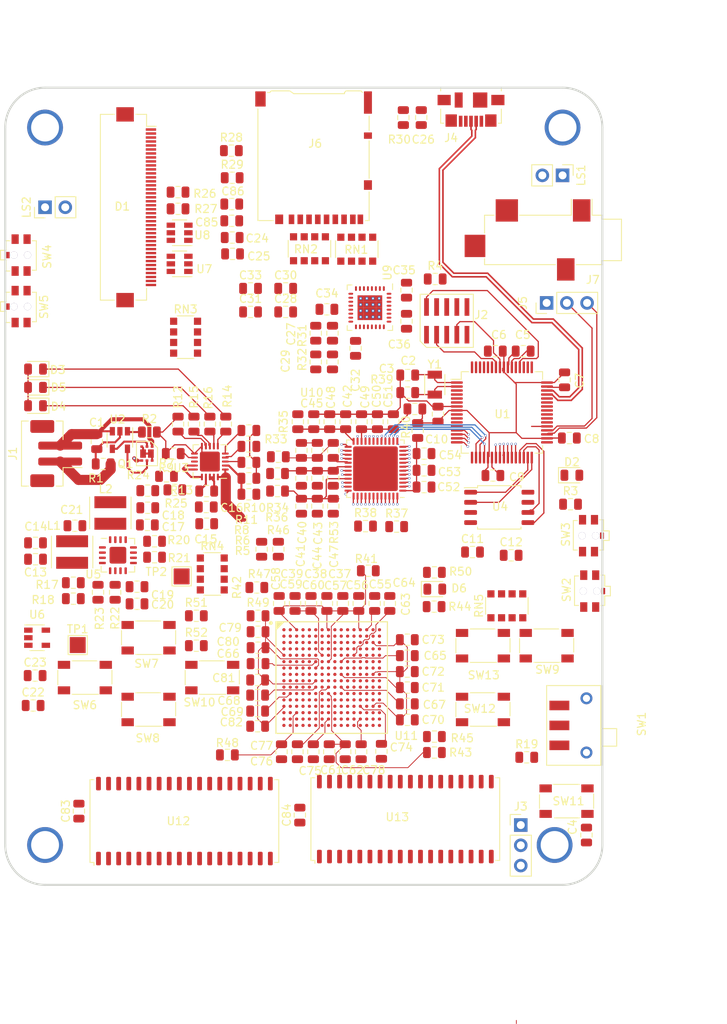
<source format=kicad_pcb>
(kicad_pcb (version 20171130) (host pcbnew 5.1.5+dfsg1-2build2)
  (layers (0 F.Cu signal) (1 In1.Cu power) (2 In2.Cu power) (31 B.Cu signal) (34 B.Paste user) (35 F.Paste user) (36 B.SilkS user) (37 F.SilkS user) (38 B.Mask user) (39 F.Mask user) (44 Edge.Cuts user))
  (net 0 "")
  (net 1 "Net-(U1-Pad64)")
  (net 2 "Net-(R3-Pad2)")
  (net 3 "Net-(U1-Pad60)")
  (net 4 "Net-(U1-Pad59)")
  (net 5 /MicroController/SWDIO)
  (net 6 /MicroController/SWCLK)
  (net 7 +3V3)
  (net 8 "Net-(C5-Pad1)")
  (net 9 GND)
  (net 10 "Net-(U1-Pad53)")
  (net 11 RESET)
  (net 12 "Net-(U1-Pad51)")
  (net 13 "Net-(U1-Pad50)")
  (net 14 "Net-(U1-Pad49)")
  (net 15 USB_D+)
  (net 16 USB_D-)
  (net 17 "Net-(U1-Pad44)")
  (net 18 BOOTLDR)
  (net 19 UP5K_CDONE)
  (net 20 UP5K_RESETb)
  (net 21 "Net-(U1-Pad40)")
  (net 22 "Net-(U1-Pad39)")
  (net 23 UP5K_UC2)
  (net 24 UP5K_UC3)
  (net 25 UC_UART_RX)
  (net 26 UC_UART_TX)
  (net 27 /MicroController/FLASH_MISO)
  (net 28 /MicroController/FLASH_SS)
  (net 29 /MicroController/FLASH_SCK)
  (net 30 /MicroController/FLASH_MOSI)
  (net 31 8K_MISO)
  (net 32 8K_SS)
  (net 33 8K_SCK)
  (net 34 8K_MOSI)
  (net 35 UP5K_UC1)
  (net 36 8K_UC1)
  (net 37 UP5K_MISO)
  (net 38 UP5K_SS)
  (net 39 UP5K_SCK)
  (net 40 UP5K_MOSI)
  (net 41 /MicroController/FLASH_IO3)
  (net 42 /MicroController/FLASH_IO2)
  (net 43 8K_CDONE)
  (net 44 8K_RESETb)
  (net 45 "Net-(U1-Pad12)")
  (net 46 "Net-(U1-Pad11)")
  (net 47 "Net-(U1-Pad10)")
  (net 48 "Net-(U1-Pad9)")
  (net 49 "Net-(U1-Pad6)")
  (net 50 "Net-(U1-Pad5)")
  (net 51 8K_UC3)
  (net 52 8K_UC02)
  (net 53 "Net-(C3-Pad1)")
  (net 54 "Net-(C2-Pad1)")
  (net 55 "Net-(Q1-Pad2)")
  (net 56 "Net-(Q1-Pad5)")
  (net 57 "Net-(C1-Pad1)")
  (net 58 /Power/VBAT)
  (net 59 "Net-(R2-Pad1)")
  (net 60 "Net-(C13-Pad1)")
  (net 61 VUSB_5V)
  (net 62 "Net-(R13-Pad1)")
  (net 63 "Net-(R7-Pad1)")
  (net 64 "Net-(R9-Pad1)")
  (net 65 "Net-(R12-Pad1)")
  (net 66 "Net-(R15-Pad2)")
  (net 67 "Net-(R16-Pad2)")
  (net 68 "Net-(R14-Pad2)")
  (net 69 "Net-(R10-Pad1)")
  (net 70 "Net-(R11-Pad1)")
  (net 71 "Net-(R8-Pad1)")
  (net 72 "Net-(R5-Pad2)")
  (net 73 +2V5)
  (net 74 "Net-(U6-Pad4)")
  (net 75 FPGA_DA27)
  (net 76 FPGA_DA25)
  (net 77 FPGA_DA24)
  (net 78 FPGA_DA28)
  (net 79 FPGA_DA26)
  (net 80 FPGA_DA11)
  (net 81 FPGA_DA13)
  (net 82 FPGA_DA12)
  (net 83 FPGA_DA8)
  (net 84 FPGA_DA10)
  (net 85 FPGA_DA9)
  (net 86 FPGA_DA7)
  (net 87 "Net-(C37-Pad1)")
  (net 88 FPGA_DA6)
  (net 89 FPGA_DA5)
  (net 90 "Net-(C41-Pad1)")
  (net 91 "Net-(C40-Pad1)")
  (net 92 FPGA_DA4)
  (net 93 FPGA_DA2)
  (net 94 FPGA_DA3)
  (net 95 FPGA_DA0)
  (net 96 "Net-(C42-Pad1)")
  (net 97 FPGA_DA1)
  (net 98 "Net-(C49-Pad1)")
  (net 99 FPGA_DA19)
  (net 100 FPGA_DA21)
  (net 101 FPGA_DA22)
  (net 102 FPGA_DA23)
  (net 103 FPGA_DA20)
  (net 104 FPGA_DA18)
  (net 105 FPGA_DA17)
  (net 106 FPGA_DA16)
  (net 107 FPGA_DA15)
  (net 108 FPGA_DA14)
  (net 109 FPGA_DA30)
  (net 110 FPGA_DA31)
  (net 111 FPGA_DA29)
  (net 112 "Net-(C52-Pad1)")
  (net 113 "Net-(U12-Pad36)")
  (net 114 R0_A18)
  (net 115 R0_A17)
  (net 116 R0_A16)
  (net 117 R0_A15)
  (net 118 R0_OEb)
  (net 119 R0_D7)
  (net 120 R0_D6)
  (net 121 R0_D5)
  (net 122 R0_D4)
  (net 123 R0_A14)
  (net 124 R0_A13)
  (net 125 R0_A12)
  (net 126 R0_A11)
  (net 127 R0_A10)
  (net 128 "Net-(U12-Pad19)")
  (net 129 R0_A9)
  (net 130 R0_A8)
  (net 131 R0_A7)
  (net 132 R0_A6)
  (net 133 R0_A5)
  (net 134 R0_WEb)
  (net 135 R0_D3)
  (net 136 R0_D2)
  (net 137 R0_D1)
  (net 138 R0_D0)
  (net 139 R0_CEb)
  (net 140 R0_A4)
  (net 141 R0_A3)
  (net 142 R0_A2)
  (net 143 R0_A1)
  (net 144 R0_A0)
  (net 145 "Net-(U13-Pad36)")
  (net 146 R1_A18)
  (net 147 R1_A17)
  (net 148 R1_A16)
  (net 149 R1_A15)
  (net 150 R1_OEb)
  (net 151 R1_D7)
  (net 152 R1_D6)
  (net 153 R1_D5)
  (net 154 R1_D4)
  (net 155 R1_A14)
  (net 156 R1_A13)
  (net 157 R1_A12)
  (net 158 R1_A11)
  (net 159 R1_A10)
  (net 160 "Net-(U13-Pad19)")
  (net 161 R1_A9)
  (net 162 R1_A8)
  (net 163 R1_A7)
  (net 164 R1_A6)
  (net 165 R1_A5)
  (net 166 R1_WEb)
  (net 167 R1_D3)
  (net 168 R1_D2)
  (net 169 R1_D1)
  (net 170 R1_D0)
  (net 171 R1_CEb)
  (net 172 R1_A4)
  (net 173 R1_A3)
  (net 174 R1_A2)
  (net 175 R1_A1)
  (net 176 R1_A0)
  (net 177 +1V2)
  (net 178 "Net-(C21-Pad2)")
  (net 179 "Net-(C21-Pad1)")
  (net 180 "Net-(C26-Pad1)")
  (net 181 "Net-(C27-Pad1)")
  (net 182 "Net-(C29-Pad1)")
  (net 183 "Net-(C32-Pad1)")
  (net 184 "Net-(C34-Pad1)")
  (net 185 "Net-(C35-Pad2)")
  (net 186 "Net-(C35-Pad1)")
  (net 187 "Net-(C36-Pad1)")
  (net 188 "Net-(C55-Pad1)")
  (net 189 "Net-(C59-Pad2)")
  (net 190 "Net-(C59-Pad1)")
  (net 191 "Net-(C61-Pad2)")
  (net 192 "Net-(C61-Pad1)")
  (net 193 "Net-(C63-Pad1)")
  (net 194 /FPGA2/VCC)
  (net 195 "Net-(C70-Pad1)")
  (net 196 "Net-(C75-Pad1)")
  (net 197 "Net-(C79-Pad1)")
  (net 198 "Net-(D2-Pad1)")
  (net 199 "Net-(D3-Pad1)")
  (net 200 "Net-(D4-Pad1)")
  (net 201 "Net-(D5-Pad1)")
  (net 202 "Net-(D6-Pad1)")
  (net 203 "Net-(J4-Pad4)")
  (net 204 USB_5V)
  (net 205 "Net-(R17-Pad2)")
  (net 206 /Power/EN_REG)
  (net 207 PGb)
  (net 208 LBOb)
  (net 209 "Net-(R22-Pad2)")
  (net 210 "Net-(R24-Pad1)")
  (net 211 "Net-(R26-Pad1)")
  (net 212 "Net-(R27-Pad1)")
  (net 213 DISP_IM0)
  (net 214 AUDIO_PWM_R)
  (net 215 AUDIO_PWM_L)
  (net 216 "Net-(R50-Pad2)")
  (net 217 "Net-(J2-Pad6)")
  (net 218 "Net-(J2-Pad7)")
  (net 219 "Net-(J2-Pad8)")
  (net 220 "Net-(D1-Pad39)")
  (net 221 "Net-(D1-Pad38)")
  (net 222 "Net-(D1-Pad37)")
  (net 223 "Net-(D1-Pad36)")
  (net 224 "Net-(D1-Pad35)")
  (net 225 "Net-(D1-Pad34)")
  (net 226 "Net-(D1-Pad32)")
  (net 227 "Net-(D1-Pad31)")
  (net 228 DISP_D5)
  (net 229 DISP_D4)
  (net 230 DISP_D3)
  (net 231 DISP_D2)
  (net 232 DISP_D1)
  (net 233 DISP_D0)
  (net 234 DISP_D6)
  (net 235 DISP_D7)
  (net 236 DISP_D8)
  (net 237 DISP_D9)
  (net 238 DISP_D10)
  (net 239 DISP_D11)
  (net 240 DISP_D12)
  (net 241 DISP_D13)
  (net 242 DISP_D14)
  (net 243 DISP_D15)
  (net 244 DISP_SDO)
  (net 245 DISP_RW)
  (net 246 DISP_RD)
  (net 247 DISP_CS)
  (net 248 DISP_RS)
  (net 249 DISP_RST)
  (net 250 "Net-(D1-Pad6)")
  (net 251 "Net-(D1-Pad5)")
  (net 252 DISP_FMARK)
  (net 253 DISP_SDI)
  (net 254 FPGA_UART_TX)
  (net 255 FPGA_UART_RX)
  (net 256 SD_DAT1)
  (net 257 AUDIO_SCK)
  (net 258 SD_DAT0)
  (net 259 AUDIO_SDA)
  (net 260 SD_DAT3)
  (net 261 SD_CMD)
  (net 262 SD_DAT2)
  (net 263 SD_CLK)
  (net 264 VDOWN)
  (net 265 BDOWN)
  (net 266 VUP)
  (net 267 BUP)
  (net 268 DOWN)
  (net 269 UP)
  (net 270 RIGHT)
  (net 271 LEFT)
  (net 272 B)
  (net 273 A)
  (net 274 DISP_SC)
  (net 275 "Net-(SW12-Pad2)")
  (net 276 "Net-(SW13-Pad2)")
  (net 277 "Net-(J7-PadT)")
  (net 278 "Net-(J7-PadTN)")
  (net 279 "Net-(LS1-Pad2)")
  (net 280 "Net-(LS1-Pad1)")
  (net 281 "Net-(LS2-Pad2)")
  (net 282 "Net-(LS2-Pad1)")
  (net 283 "Net-(J7-PadR)")
  (net 284 AUDIO_MCLK)
  (net 285 AUDIO_I2S_CLK)
  (net 286 AUDIO_I2S_SDI)
  (net 287 I2S_WS)
  (net 288 "Net-(U11-PadA1)")
  (net 289 "Net-(U11-PadA2)")
  (net 290 "Net-(U11-PadA5)")
  (net 291 "Net-(U11-PadA6)")
  (net 292 "Net-(U11-PadA7)")
  (net 293 "Net-(U11-PadB3)")
  (net 294 "Net-(U11-PadB4)")
  (net 295 "Net-(U11-PadB5)")
  (net 296 "Net-(U11-PadB6)")
  (net 297 "Net-(U11-PadB7)")
  (net 298 "Net-(U11-PadB8)")
  (net 299 "Net-(U11-PadB9)")
  (net 300 "Net-(U11-PadC3)")
  (net 301 "Net-(U11-PadC4)")
  (net 302 "Net-(U11-PadC5)")
  (net 303 "Net-(U11-PadC6)")
  (net 304 "Net-(U11-PadC7)")
  (net 305 "Net-(U11-PadC8)")
  (net 306 "Net-(U11-PadD3)")
  (net 307 "Net-(U11-PadD4)")
  (net 308 "Net-(U11-PadD5)")
  (net 309 "Net-(U11-PadD6)")
  (net 310 "Net-(U11-PadD7)")
  (net 311 "Net-(U11-PadD8)")
  (net 312 "Net-(U11-PadD12)")
  (net 313 "Net-(U11-PadD14)")
  (net 314 "Net-(U11-PadE5)")
  (net 315 "Net-(U11-PadE6)")
  (net 316 "Net-(U11-PadF7)")
  (net 317 "Net-(U11-PadF9)")
  (net 318 "Net-(U11-PadG1)")
  (net 319 "Net-(U11-PadH11)")
  (net 320 "Net-(U11-PadH16)")
  (net 321 "Net-(U11-PadJ3)")
  (net 322 "Net-(U11-PadK9)")
  (net 323 "Net-(U11-PadK11)")
  (net 324 "Net-(U11-PadL3)")
  (net 325 "Net-(U11-PadL5)")
  (net 326 "Net-(U11-PadL6)")
  (net 327 "Net-(U11-PadL7)")
  (net 328 "Net-(U11-PadM1)")
  (net 329 "Net-(U11-PadM2)")
  (net 330 "Net-(U11-PadM3)")
  (net 331 "Net-(U11-PadM4)")
  (net 332 "Net-(U11-PadM5)")
  (net 333 "Net-(U11-PadM6)")
  (net 334 "Net-(U11-PadM12)")
  (net 335 "Net-(U11-PadN2)")
  (net 336 "Net-(U11-PadN3)")
  (net 337 "Net-(U11-PadN4)")
  (net 338 "Net-(U11-PadN14)")
  (net 339 "Net-(U11-PadP1)")
  (net 340 "Net-(U11-PadP2)")
  (net 341 "Net-(U11-PadP13)")
  (net 342 "Net-(U11-PadR1)")
  (net 343 "Net-(U11-PadR9)")
  (net 344 "Net-(U11-PadR16)")
  (net 345 "Net-(Q1-Pad3)")
  (net 346 "Net-(C1-Pad2)")
  (net 347 /Power/3V3_OUT)
  (net 348 /Power/1V2_OUT)
  (net 349 "Net-(R53-Pad1)")
  (module Resistor_SMD:R_0805_2012Metric (layer F.Cu) (at 141.2 95.5 90)
    (fp_text reference R53 (at -10.3 0.1 90) (layer F.SilkS))
    (fp_text value 100)
    (pad 2 smd roundrect (at 0.9375 0 90) (size 0.975 1.4) (layers F.Cu F.Paste F.Mask) (net 91 "Net-(C40-Pad1)"))
    (pad 1 smd roundrect (at -0.9375 0 90) (size 0.975 1.4) (layers F.Cu F.Paste F.Mask) (net 349 "Net-(R53-Pad1)"))
  )
  (module Capacitor_SMD:C_0805_2012Metric (layer F.Cu) (at 152.6 95.9)
    (fp_text reference C54 (at 3.3 0.2) (layer F.SilkS))
    (fp_text value 10nF)
    (pad 2 smd roundrect (at 0.9375 0) (size 0.975 1.4) (layers F.Cu F.Paste F.Mask) (net 9 GND))
    (pad 1 smd roundrect (at -0.9375 0) (size 0.975 1.4) (layers F.Cu F.Paste F.Mask) (net 112 "Net-(C52-Pad1)"))
  )
  (module c1cada11:Lattice_Semiconductor-ICE40HX8K-CT256-Manufacturer_Recommended (layer F.Cu) (at 141 124)
    (fp_text reference U11 (at 7.8 7.3 180) (layer F.SilkS) (effects (justify left)))
    (fp_text value iCE40-HX8K-CT256 hide)
    (pad A1 smd circle (at -6.000001 -6.000001) (size 0.399998 0.399998) (layers F.Cu F.Paste F.Mask) (net 288 "Net-(U11-PadA1)"))
    (pad A2 smd circle (at -5.2 -6.000001) (size 0.399998 0.399998) (layers F.Cu F.Paste F.Mask) (net 289 "Net-(U11-PadA2)"))
    (pad A3 smd circle (at -4.400001 -6.000001) (size 0.399998 0.399998) (layers F.Cu F.Paste F.Mask) (net 188 "Net-(C55-Pad1)"))
    (pad A4 smd circle (at -3.6 -6.000001) (size 0.399998 0.399998) (layers F.Cu F.Paste F.Mask) (net 9 GND))
    (pad A5 smd circle (at -2.799999 -6.000001) (size 0.399998 0.399998) (layers F.Cu F.Paste F.Mask) (net 290 "Net-(U11-PadA5)"))
    (pad A6 smd circle (at -2.000001 -6.000001) (size 0.399998 0.399998) (layers F.Cu F.Paste F.Mask) (net 291 "Net-(U11-PadA6)"))
    (pad A7 smd circle (at -1.2 -6.000001) (size 0.399998 0.399998) (layers F.Cu F.Paste F.Mask) (net 292 "Net-(U11-PadA7)"))
    (pad A8 smd circle (at -0.400002 -6.000001) (size 0.399998 0.399998) (layers F.Cu F.Paste F.Mask) (net 188 "Net-(C55-Pad1)"))
    (pad A9 smd circle (at 0.399999 -6.000001) (size 0.399998 0.399998) (layers F.Cu F.Paste F.Mask) (net 272 B))
    (pad A10 smd circle (at 1.2 -6.000001) (size 0.399998 0.399998) (layers F.Cu F.Paste F.Mask) (net 233 DISP_D0))
    (pad A11 smd circle (at 1.999999 -6.000001) (size 0.399998 0.399998) (layers F.Cu F.Paste F.Mask) (net 232 DISP_D1))
    (pad A12 smd circle (at 2.799999 -6.000001) (size 0.399998 0.399998) (layers F.Cu F.Paste F.Mask) (net 9 GND))
    (pad A13 smd circle (at 3.6 -6.000001) (size 0.399998 0.399998) (layers F.Cu F.Paste F.Mask) (net 188 "Net-(C55-Pad1)"))
    (pad A14 smd circle (at 4.399999 -6.000001) (size 0.399998 0.399998) (layers F.Cu F.Paste F.Mask) (net 194 /FPGA2/VCC))
    (pad A15 smd circle (at 5.2 -6.000001) (size 0.399998 0.399998) (layers F.Cu F.Paste F.Mask) (net 242 DISP_D14))
    (pad A16 smd circle (at 5.999998 -6.000001) (size 0.399998 0.399998) (layers F.Cu F.Paste F.Mask) (net 243 DISP_D15))
    (pad B1 smd circle (at -6.000001 -5.2) (size 0.399998 0.399998) (layers F.Cu F.Paste F.Mask) (net 173 R1_A3))
    (pad B2 smd circle (at -5.2 -5.2) (size 0.399998 0.399998) (layers F.Cu F.Paste F.Mask) (net 175 R1_A1))
    (pad B3 smd circle (at -4.400001 -5.2) (size 0.399998 0.399998) (layers F.Cu F.Paste F.Mask) (net 293 "Net-(U11-PadB3)"))
    (pad B4 smd circle (at -3.6 -5.2) (size 0.399998 0.399998) (layers F.Cu F.Paste F.Mask) (net 294 "Net-(U11-PadB4)"))
    (pad B5 smd circle (at -2.799999 -5.2) (size 0.399998 0.399998) (layers F.Cu F.Paste F.Mask) (net 295 "Net-(U11-PadB5)"))
    (pad B6 smd circle (at -2.000001 -5.2) (size 0.399998 0.399998) (layers F.Cu F.Paste F.Mask) (net 296 "Net-(U11-PadB6)"))
    (pad B7 smd circle (at -1.2 -5.2) (size 0.399998 0.399998) (layers F.Cu F.Paste F.Mask) (net 297 "Net-(U11-PadB7)"))
    (pad B8 smd circle (at -0.400002 -5.2) (size 0.399998 0.399998) (layers F.Cu F.Paste F.Mask) (net 298 "Net-(U11-PadB8)"))
    (pad B9 smd circle (at 0.399999 -5.2) (size 0.399998 0.399998) (layers F.Cu F.Paste F.Mask) (net 299 "Net-(U11-PadB9)"))
    (pad B10 smd circle (at 1.2 -5.2) (size 0.399998 0.399998) (layers F.Cu F.Paste F.Mask) (net 236 DISP_D8))
    (pad B11 smd circle (at 1.999999 -5.2) (size 0.399998 0.399998) (layers F.Cu F.Paste F.Mask) (net 235 DISP_D7))
    (pad B12 smd circle (at 2.799999 -5.2) (size 0.399998 0.399998) (layers F.Cu F.Paste F.Mask) (net 237 DISP_D9))
    (pad B13 smd circle (at 3.6 -5.2) (size 0.399998 0.399998) (layers F.Cu F.Paste F.Mask) (net 241 DISP_D13))
    (pad B14 smd circle (at 4.399999 -5.2) (size 0.399998 0.399998) (layers F.Cu F.Paste F.Mask) (net 246 DISP_RD))
    (pad B15 smd circle (at 5.2 -5.2) (size 0.399998 0.399998) (layers F.Cu F.Paste F.Mask) (net 248 DISP_RS))
    (pad B16 smd circle (at 5.999998 -5.2) (size 0.399998 0.399998) (layers F.Cu F.Paste F.Mask) (net 118 R0_OEb))
    (pad C1 smd circle (at -6.000001 -4.400001) (size 0.399998 0.399998) (layers F.Cu F.Paste F.Mask) (net 172 R1_A4))
    (pad C2 smd circle (at -5.2 -4.400001) (size 0.399998 0.399998) (layers F.Cu F.Paste F.Mask) (net 165 R1_A5))
    (pad C3 smd circle (at -4.400001 -4.400001) (size 0.399998 0.399998) (layers F.Cu F.Paste F.Mask) (net 300 "Net-(U11-PadC3)"))
    (pad C4 smd circle (at -3.6 -4.400001) (size 0.399998 0.399998) (layers F.Cu F.Paste F.Mask) (net 301 "Net-(U11-PadC4)"))
    (pad C5 smd circle (at -2.799999 -4.400001) (size 0.399998 0.399998) (layers F.Cu F.Paste F.Mask) (net 302 "Net-(U11-PadC5)"))
    (pad C6 smd circle (at -2.000001 -4.400001) (size 0.399998 0.399998) (layers F.Cu F.Paste F.Mask) (net 303 "Net-(U11-PadC6)"))
    (pad C7 smd circle (at -1.2 -4.400001) (size 0.399998 0.399998) (layers F.Cu F.Paste F.Mask) (net 304 "Net-(U11-PadC7)"))
    (pad C8 smd circle (at -0.400002 -4.400001) (size 0.399998 0.399998) (layers F.Cu F.Paste F.Mask) (net 305 "Net-(U11-PadC8)"))
    (pad C9 smd circle (at 0.399999 -4.400001) (size 0.399998 0.399998) (layers F.Cu F.Paste F.Mask) (net 230 DISP_D3))
    (pad C10 smd circle (at 1.2 -4.400001) (size 0.399998 0.399998) (layers F.Cu F.Paste F.Mask) (net 234 DISP_D6))
    (pad C11 smd circle (at 1.999999 -4.400001) (size 0.399998 0.399998) (layers F.Cu F.Paste F.Mask) (net 239 DISP_D11))
    (pad C12 smd circle (at 2.799999 -4.400001) (size 0.399998 0.399998) (layers F.Cu F.Paste F.Mask) (net 245 DISP_RW))
    (pad C13 smd circle (at 3.6 -4.400001) (size 0.399998 0.399998) (layers F.Cu F.Paste F.Mask) (net 252 DISP_FMARK))
    (pad C14 smd circle (at 4.399999 -4.400001) (size 0.399998 0.399998) (layers F.Cu F.Paste F.Mask) (net 249 DISP_RST))
    (pad C15 smd circle (at 5.2 -4.400001) (size 0.399998 0.399998) (layers F.Cu F.Paste F.Mask) (net 195 "Net-(C70-Pad1)"))
    (pad C16 smd circle (at 5.999998 -4.400001) (size 0.399998 0.399998) (layers F.Cu F.Paste F.Mask) (net 114 R0_A18))
    (pad D1 smd circle (at -6.000001 -3.6) (size 0.399998 0.399998) (layers F.Cu F.Paste F.Mask) (net 161 R1_A9))
    (pad D2 smd circle (at -5.2 -3.6) (size 0.399998 0.399998) (layers F.Cu F.Paste F.Mask) (net 163 R1_A7))
    (pad D3 smd circle (at -4.400001 -3.6) (size 0.399998 0.399998) (layers F.Cu F.Paste F.Mask) (net 306 "Net-(U11-PadD3)"))
    (pad D4 smd circle (at -3.6 -3.6) (size 0.399998 0.399998) (layers F.Cu F.Paste F.Mask) (net 307 "Net-(U11-PadD4)"))
    (pad D5 smd circle (at -2.799999 -3.6) (size 0.399998 0.399998) (layers F.Cu F.Paste F.Mask) (net 308 "Net-(U11-PadD5)"))
    (pad D6 smd circle (at -2.000001 -3.6) (size 0.399998 0.399998) (layers F.Cu F.Paste F.Mask) (net 309 "Net-(U11-PadD6)"))
    (pad D7 smd circle (at -1.2 -3.6) (size 0.399998 0.399998) (layers F.Cu F.Paste F.Mask) (net 310 "Net-(U11-PadD7)"))
    (pad D8 smd circle (at -0.400002 -3.6) (size 0.399998 0.399998) (layers F.Cu F.Paste F.Mask) (net 311 "Net-(U11-PadD8)"))
    (pad D9 smd circle (at 0.399999 -3.6) (size 0.399998 0.399998) (layers F.Cu F.Paste F.Mask) (net 228 DISP_D5))
    (pad D10 smd circle (at 1.2 -3.6) (size 0.399998 0.399998) (layers F.Cu F.Paste F.Mask) (net 231 DISP_D2))
    (pad D11 smd circle (at 1.999999 -3.6) (size 0.399998 0.399998) (layers F.Cu F.Paste F.Mask) (net 238 DISP_D10))
    (pad D12 smd circle (at 2.799999 -3.6) (size 0.399998 0.399998) (layers F.Cu F.Paste F.Mask) (net 312 "Net-(U11-PadD12)"))
    (pad D13 smd circle (at 3.6 -3.6) (size 0.399998 0.399998) (layers F.Cu F.Paste F.Mask) (net 247 DISP_CS))
    (pad D14 smd circle (at 4.399999 -3.6) (size 0.399998 0.399998) (layers F.Cu F.Paste F.Mask) (net 313 "Net-(U11-PadD14)"))
    (pad D15 smd circle (at 5.2 -3.6) (size 0.399998 0.399998) (layers F.Cu F.Paste F.Mask) (net 117 R0_A15))
    (pad D16 smd circle (at 5.999998 -3.6) (size 0.399998 0.399998) (layers F.Cu F.Paste F.Mask) (net 126 R0_A11))
    (pad E1 smd circle (at -6.000001 -2.799999) (size 0.399998 0.399998) (layers F.Cu F.Paste F.Mask) (net 197 "Net-(C79-Pad1)"))
    (pad E2 smd circle (at -5.2 -2.799999) (size 0.399998 0.399998) (layers F.Cu F.Paste F.Mask) (net 156 R1_A13))
    (pad E3 smd circle (at -4.400001 -2.799999) (size 0.399998 0.399998) (layers F.Cu F.Paste F.Mask) (net 158 R1_A11))
    (pad E4 smd circle (at -3.6 -2.799999) (size 0.399998 0.399998) (layers F.Cu F.Paste F.Mask) (net 176 R1_A0))
    (pad E5 smd circle (at -2.799999 -2.799999) (size 0.399998 0.399998) (layers F.Cu F.Paste F.Mask) (net 314 "Net-(U11-PadE5)"))
    (pad E6 smd circle (at -2.000001 -2.799999) (size 0.399998 0.399998) (layers F.Cu F.Paste F.Mask) (net 315 "Net-(U11-PadE6)"))
    (pad E7 smd circle (at -1.2 -2.799999) (size 0.399998 0.399998) (layers F.Cu F.Paste F.Mask) (net 190 "Net-(C59-Pad1)"))
    (pad E8 smd circle (at -0.400002 -2.799999) (size 0.399998 0.399998) (layers F.Cu F.Paste F.Mask) (net 189 "Net-(C59-Pad2)"))
    (pad E9 smd circle (at 0.399999 -2.799999) (size 0.399998 0.399998) (layers F.Cu F.Paste F.Mask) (net 229 DISP_D4))
    (pad E10 smd circle (at 1.2 -2.799999) (size 0.399998 0.399998) (layers F.Cu F.Paste F.Mask) (net 240 DISP_D12))
    (pad E11 smd circle (at 1.999999 -2.799999) (size 0.399998 0.399998) (layers F.Cu F.Paste F.Mask) (net 244 DISP_SDO))
    (pad E12 smd circle (at 2.799999 -2.799999) (size 0.399998 0.399998) (layers F.Cu F.Paste F.Mask) (net 193 "Net-(C63-Pad1)"))
    (pad E13 smd circle (at 3.6 -2.799999) (size 0.399998 0.399998) (layers F.Cu F.Paste F.Mask) (net 134 R0_WEb))
    (pad E14 smd circle (at 4.399999 -2.799999) (size 0.399998 0.399998) (layers F.Cu F.Paste F.Mask) (net 115 R0_A17))
    (pad E15 smd circle (at 5.2 -2.799999) (size 0.399998 0.399998) (layers F.Cu F.Paste F.Mask) (net 9 GND))
    (pad E16 smd circle (at 5.999998 -2.799999) (size 0.399998 0.399998) (layers F.Cu F.Paste F.Mask) (net 129 R0_A9))
    (pad F1 smd circle (at -6.000001 -2.000001) (size 0.399998 0.399998) (layers F.Cu F.Paste F.Mask) (net 171 R1_CEb))
    (pad F2 smd circle (at -5.2 -2.000001) (size 0.399998 0.399998) (layers F.Cu F.Paste F.Mask) (net 147 R1_A17))
    (pad F3 smd circle (at -4.400001 -2.000001) (size 0.399998 0.399998) (layers F.Cu F.Paste F.Mask) (net 149 R1_A15))
    (pad F4 smd circle (at -3.6 -2.000001) (size 0.399998 0.399998) (layers F.Cu F.Paste F.Mask) (net 164 R1_A6))
    (pad F5 smd circle (at -2.799999 -2.000001) (size 0.399998 0.399998) (layers F.Cu F.Paste F.Mask) (net 174 R1_A2))
    (pad F6 smd circle (at -2.000001 -2.000001) (size 0.399998 0.399998) (layers F.Cu F.Paste F.Mask) (net 194 /FPGA2/VCC))
    (pad F7 smd circle (at -1.2 -2.000001) (size 0.399998 0.399998) (layers F.Cu F.Paste F.Mask) (net 316 "Net-(U11-PadF7)"))
    (pad F8 smd circle (at -0.400002 -2.000001) (size 0.399998 0.399998) (layers F.Cu F.Paste F.Mask) (net 188 "Net-(C55-Pad1)"))
    (pad F9 smd circle (at 0.399999 -2.000001) (size 0.399998 0.399998) (layers F.Cu F.Paste F.Mask) (net 317 "Net-(U11-PadF9)"))
    (pad F10 smd circle (at 1.2 -2.000001) (size 0.399998 0.399998) (layers F.Cu F.Paste F.Mask) (net 194 /FPGA2/VCC))
    (pad F11 smd circle (at 1.999999 -2.000001) (size 0.399998 0.399998) (layers F.Cu F.Paste F.Mask) (net 116 R0_A16))
    (pad F12 smd circle (at 2.799999 -2.000001) (size 0.399998 0.399998) (layers F.Cu F.Paste F.Mask) (net 123 R0_A14))
    (pad F13 smd circle (at 3.6 -2.000001) (size 0.399998 0.399998) (layers F.Cu F.Paste F.Mask) (net 139 R0_CEb))
    (pad F14 smd circle (at 4.399999 -2.000001) (size 0.399998 0.399998) (layers F.Cu F.Paste F.Mask) (net 124 R0_A13))
    (pad F15 smd circle (at 5.2 -2.000001) (size 0.399998 0.399998) (layers F.Cu F.Paste F.Mask) (net 131 R0_A7))
    (pad F16 smd circle (at 5.999998 -2.000001) (size 0.399998 0.399998) (layers F.Cu F.Paste F.Mask) (net 133 R0_A5))
    (pad G1 smd circle (at -6.000001 -1.2) (size 0.399998 0.399998) (layers F.Cu F.Paste F.Mask) (net 318 "Net-(U11-PadG1)"))
    (pad G2 smd circle (at -5.2 -1.2) (size 0.399998 0.399998) (layers F.Cu F.Paste F.Mask) (net 166 R1_WEb))
    (pad G3 smd circle (at -4.400001 -1.2) (size 0.399998 0.399998) (layers F.Cu F.Paste F.Mask) (net 155 R1_A14))
    (pad G4 smd circle (at -3.6 -1.2) (size 0.399998 0.399998) (layers F.Cu F.Paste F.Mask) (net 159 R1_A10))
    (pad G5 smd circle (at -2.799999 -1.2) (size 0.399998 0.399998) (layers F.Cu F.Paste F.Mask) (net 162 R1_A8))
    (pad G6 smd circle (at -2.000001 -1.2) (size 0.399998 0.399998) (layers F.Cu F.Paste F.Mask) (net 197 "Net-(C79-Pad1)"))
    (pad G7 smd circle (at -1.2 -1.2) (size 0.399998 0.399998) (layers F.Cu F.Paste F.Mask) (net 9 GND))
    (pad G8 smd circle (at -0.400002 -1.2) (size 0.399998 0.399998) (layers F.Cu F.Paste F.Mask) (net 9 GND))
    (pad G9 smd circle (at 0.399999 -1.2) (size 0.399998 0.399998) (layers F.Cu F.Paste F.Mask) (net 9 GND))
    (pad G10 smd circle (at 1.2 -1.2) (size 0.399998 0.399998) (layers F.Cu F.Paste F.Mask) (net 140 R0_A4))
    (pad G11 smd circle (at 1.999999 -1.2) (size 0.399998 0.399998) (layers F.Cu F.Paste F.Mask) (net 132 R0_A6))
    (pad G12 smd circle (at 2.799999 -1.2) (size 0.399998 0.399998) (layers F.Cu F.Paste F.Mask) (net 125 R0_A12))
    (pad G13 smd circle (at 3.6 -1.2) (size 0.399998 0.399998) (layers F.Cu F.Paste F.Mask) (net 127 R0_A10))
    (pad G14 smd circle (at 4.399999 -1.2) (size 0.399998 0.399998) (layers F.Cu F.Paste F.Mask) (net 130 R0_A8))
    (pad G15 smd circle (at 5.2 -1.2) (size 0.399998 0.399998) (layers F.Cu F.Paste F.Mask) (net 141 R0_A3))
    (pad G16 smd circle (at 5.999998 -1.2) (size 0.399998 0.399998) (layers F.Cu F.Paste F.Mask) (net 143 R0_A1))
    (pad H1 smd circle (at -6.000001 -0.400002) (size 0.399998 0.399998) (layers F.Cu F.Paste F.Mask) (net 170 R1_D0))
    (pad H2 smd circle (at -5.2 -0.400002) (size 0.399998 0.399998) (layers F.Cu F.Paste F.Mask) (net 52 8K_UC02))
    (pad H3 smd circle (at -4.400001 -0.400002) (size 0.399998 0.399998) (layers F.Cu F.Paste F.Mask) (net 148 R1_A16))
    (pad H4 smd circle (at -3.6 -0.400002) (size 0.399998 0.399998) (layers F.Cu F.Paste F.Mask) (net 150 R1_OEb))
    (pad H5 smd circle (at -2.799999 -0.400002) (size 0.399998 0.399998) (layers F.Cu F.Paste F.Mask) (net 157 R1_A12))
    (pad H6 smd circle (at -2.000001 -0.400002) (size 0.399998 0.399998) (layers F.Cu F.Paste F.Mask) (net 146 R1_A18))
    (pad H7 smd circle (at -1.2 -0.400002) (size 0.399998 0.399998) (layers F.Cu F.Paste F.Mask) (net 9 GND))
    (pad H8 smd circle (at -0.400002 -0.400002) (size 0.399998 0.399998) (layers F.Cu F.Paste F.Mask) (net 9 GND))
    (pad H9 smd circle (at 0.399999 -0.400002) (size 0.399998 0.399998) (layers F.Cu F.Paste F.Mask) (net 9 GND))
    (pad H10 smd circle (at 1.2 -0.400002) (size 0.399998 0.399998) (layers F.Cu F.Paste F.Mask) (net 195 "Net-(C70-Pad1)"))
    (pad H11 smd circle (at 1.999999 -0.400002) (size 0.399998 0.399998) (layers F.Cu F.Paste F.Mask) (net 319 "Net-(U11-PadH11)"))
    (pad H12 smd circle (at 2.799999 -0.400002) (size 0.399998 0.399998) (layers F.Cu F.Paste F.Mask) (net 142 R0_A2))
    (pad H13 smd circle (at 3.6 -0.400002) (size 0.399998 0.399998) (layers F.Cu F.Paste F.Mask) (net 273 A))
    (pad H14 smd circle (at 4.399999 -0.400002) (size 0.399998 0.399998) (layers F.Cu F.Paste F.Mask) (net 144 R0_A0))
    (pad H15 smd circle (at 5.2 -0.400002) (size 0.399998 0.399998) (layers F.Cu F.Paste F.Mask) (net 195 "Net-(C70-Pad1)"))
    (pad H16 smd circle (at 5.999998 -0.400002) (size 0.399998 0.399998) (layers F.Cu F.Paste F.Mask) (net 320 "Net-(U11-PadH16)"))
    (pad J1 smd circle (at -6.000001 0.399999) (size 0.399998 0.399998) (layers F.Cu F.Paste F.Mask) (net 168 R1_D2))
    (pad J2 smd circle (at -5.2 0.399999) (size 0.399998 0.399998) (layers F.Cu F.Paste F.Mask) (net 169 R1_D1))
    (pad J3 smd circle (at -4.400001 0.399999) (size 0.399998 0.399998) (layers F.Cu F.Paste F.Mask) (net 321 "Net-(U11-PadJ3)"))
    (pad J4 smd circle (at -3.6 0.399999) (size 0.399998 0.399998) (layers F.Cu F.Paste F.Mask) (net 36 8K_UC1))
    (pad J5 smd circle (at -2.799999 0.399999) (size 0.399998 0.399998) (layers F.Cu F.Paste F.Mask) (net 51 8K_UC3))
    (pad J6 smd circle (at -2.000001 0.399999) (size 0.399998 0.399998) (layers F.Cu F.Paste F.Mask) (net 197 "Net-(C79-Pad1)"))
    (pad J7 smd circle (at -1.2 0.399999) (size 0.399998 0.399998) (layers F.Cu F.Paste F.Mask) (net 9 GND))
    (pad J8 smd circle (at -0.400002 0.399999) (size 0.399998 0.399998) (layers F.Cu F.Paste F.Mask) (net 9 GND))
    (pad J9 smd circle (at 0.399999 0.399999) (size 0.399998 0.399998) (layers F.Cu F.Paste F.Mask) (net 9 GND))
    (pad J10 smd circle (at 1.2 0.399999) (size 0.399998 0.399998) (layers F.Cu F.Paste F.Mask) (net 263 SD_CLK))
    (pad J11 smd circle (at 1.999999 0.399999) (size 0.399998 0.399998) (layers F.Cu F.Paste F.Mask) (net 256 SD_DAT1))
    (pad J12 smd circle (at 2.799999 0.399999) (size 0.399998 0.399998) (layers F.Cu F.Paste F.Mask) (net 269 UP))
    (pad J13 smd circle (at 3.6 0.399999) (size 0.399998 0.399998) (layers F.Cu F.Paste F.Mask) (net 268 DOWN))
    (pad J14 smd circle (at 4.399999 0.399999) (size 0.399998 0.399998) (layers F.Cu F.Paste F.Mask) (net 271 LEFT))
    (pad J15 smd circle (at 5.2 0.399999) (size 0.399998 0.399998) (layers F.Cu F.Paste F.Mask) (net 265 BDOWN))
    (pad J16 smd circle (at 5.999998 0.399999) (size 0.399998 0.399998) (layers F.Cu F.Paste F.Mask) (net 270 RIGHT))
    (pad K1 smd circle (at -6.000001 1.2) (size 0.399998 0.399998) (layers F.Cu F.Paste F.Mask) (net 167 R1_D3))
    (pad K2 smd circle (at -5.2 1.2) (size 0.399998 0.399998) (layers F.Cu F.Paste F.Mask) (net 9 GND))
    (pad K3 smd circle (at -4.400001 1.2) (size 0.399998 0.399998) (layers F.Cu F.Paste F.Mask) (net 154 R1_D4))
    (pad K4 smd circle (at -3.6 1.2) (size 0.399998 0.399998) (layers F.Cu F.Paste F.Mask) (net 151 R1_D7))
    (pad K5 smd circle (at -2.799999 1.2) (size 0.399998 0.399998) (layers F.Cu F.Paste F.Mask) (net 216 "Net-(R50-Pad2)"))
    (pad K6 smd circle (at -2.000001 1.2) (size 0.399998 0.399998) (layers F.Cu F.Paste F.Mask) (net 194 /FPGA2/VCC))
    (pad K7 smd circle (at -1.2 1.2) (size 0.399998 0.399998) (layers F.Cu F.Paste F.Mask) (net 9 GND))
    (pad K8 smd circle (at -0.400002 1.2) (size 0.399998 0.399998) (layers F.Cu F.Paste F.Mask) (net 196 "Net-(C75-Pad1)"))
    (pad K9 smd circle (at 0.399999 1.2) (size 0.399998 0.399998) (layers F.Cu F.Paste F.Mask) (net 322 "Net-(U11-PadK9)"))
    (pad K10 smd circle (at 1.2 1.2) (size 0.399998 0.399998) (layers F.Cu F.Paste F.Mask) (net 194 /FPGA2/VCC))
    (pad K11 smd circle (at 1.999999 1.2) (size 0.399998 0.399998) (layers F.Cu F.Paste F.Mask) (net 323 "Net-(U11-PadK11)"))
    (pad K12 smd circle (at 2.799999 1.2) (size 0.399998 0.399998) (layers F.Cu F.Paste F.Mask) (net 260 SD_DAT3))
    (pad K13 smd circle (at 3.6 1.2) (size 0.399998 0.399998) (layers F.Cu F.Paste F.Mask) (net 254 FPGA_UART_TX))
    (pad K14 smd circle (at 4.399999 1.2) (size 0.399998 0.399998) (layers F.Cu F.Paste F.Mask) (net 267 BUP))
    (pad K15 smd circle (at 5.2 1.2) (size 0.399998 0.399998) (layers F.Cu F.Paste F.Mask) (net 264 VDOWN))
    (pad K16 smd circle (at 5.999998 1.2) (size 0.399998 0.399998) (layers F.Cu F.Paste F.Mask) (net 266 VUP))
    (pad L1 smd circle (at -6.000001 1.999999) (size 0.399998 0.399998) (layers F.Cu F.Paste F.Mask) (net 152 R1_D6))
    (pad L2 smd circle (at -5.2 1.999999) (size 0.399998 0.399998) (layers F.Cu F.Paste F.Mask) (net 194 /FPGA2/VCC))
    (pad L3 smd circle (at -4.400001 1.999999) (size 0.399998 0.399998) (layers F.Cu F.Paste F.Mask) (net 324 "Net-(U11-PadL3)"))
    (pad L4 smd circle (at -3.6 1.999999) (size 0.399998 0.399998) (layers F.Cu F.Paste F.Mask) (net 153 R1_D5))
    (pad L5 smd circle (at -2.799999 1.999999) (size 0.399998 0.399998) (layers F.Cu F.Paste F.Mask) (net 325 "Net-(U11-PadL5)"))
    (pad L6 smd circle (at -2.000001 1.999999) (size 0.399998 0.399998) (layers F.Cu F.Paste F.Mask) (net 326 "Net-(U11-PadL6)"))
    (pad L7 smd circle (at -1.2 1.999999) (size 0.399998 0.399998) (layers F.Cu F.Paste F.Mask) (net 327 "Net-(U11-PadL7)"))
    (pad L8 smd circle (at -0.400002 1.999999) (size 0.399998 0.399998) (layers F.Cu F.Paste F.Mask) (net 191 "Net-(C61-Pad2)"))
    (pad L9 smd circle (at 0.399999 1.999999) (size 0.399998 0.399998) (layers F.Cu F.Paste F.Mask) (net 81 FPGA_DA13))
    (pad L10 smd circle (at 1.2 1.999999) (size 0.399998 0.399998) (layers F.Cu F.Paste F.Mask) (net 101 FPGA_DA22))
    (pad L11 smd circle (at 1.999999 1.999999) (size 0.399998 0.399998) (layers F.Cu F.Paste F.Mask) (net 119 R0_D7))
    (pad L12 smd circle (at 2.799999 1.999999) (size 0.399998 0.399998) (layers F.Cu F.Paste F.Mask) (net 287 I2S_WS))
    (pad L13 smd circle (at 3.6 1.999999) (size 0.399998 0.399998) (layers F.Cu F.Paste F.Mask) (net 257 AUDIO_SCK))
    (pad L14 smd circle (at 4.399999 1.999999) (size 0.399998 0.399998) (layers F.Cu F.Paste F.Mask) (net 262 SD_DAT2))
    (pad L15 smd circle (at 5.2 1.999999) (size 0.399998 0.399998) (layers F.Cu F.Paste F.Mask) (net 9 GND))
    (pad L16 smd circle (at 5.999998 1.999999) (size 0.399998 0.399998) (layers F.Cu F.Paste F.Mask) (net 255 FPGA_UART_RX))
    (pad M1 smd circle (at -6.000001 2.799999) (size 0.399998 0.399998) (layers F.Cu F.Paste F.Mask) (net 328 "Net-(U11-PadM1)"))
    (pad M2 smd circle (at -5.2 2.799999) (size 0.399998 0.399998) (layers F.Cu F.Paste F.Mask) (net 329 "Net-(U11-PadM2)"))
    (pad M3 smd circle (at -4.400001 2.799999) (size 0.399998 0.399998) (layers F.Cu F.Paste F.Mask) (net 330 "Net-(U11-PadM3)"))
    (pad M4 smd circle (at -3.6 2.799999) (size 0.399998 0.399998) (layers F.Cu F.Paste F.Mask) (net 331 "Net-(U11-PadM4)"))
    (pad M5 smd circle (at -2.799999 2.799999) (size 0.399998 0.399998) (layers F.Cu F.Paste F.Mask) (net 332 "Net-(U11-PadM5)"))
    (pad M6 smd circle (at -2.000001 2.799999) (size 0.399998 0.399998) (layers F.Cu F.Paste F.Mask) (net 333 "Net-(U11-PadM6)"))
    (pad M7 smd circle (at -1.2 2.799999) (size 0.399998 0.399998) (layers F.Cu F.Paste F.Mask) (net 89 FPGA_DA5))
    (pad M8 smd circle (at -0.400002 2.799999) (size 0.399998 0.399998) (layers F.Cu F.Paste F.Mask) (net 83 FPGA_DA8))
    (pad M9 smd circle (at 0.399999 2.799999) (size 0.399998 0.399998) (layers F.Cu F.Paste F.Mask) (net 99 FPGA_DA19))
    (pad M10 smd circle (at 1.2 2.799999) (size 0.399998 0.399998) (layers F.Cu F.Paste F.Mask) (net 43 8K_CDONE))
    (pad M11 smd circle (at 1.999999 2.799999) (size 0.399998 0.399998) (layers F.Cu F.Paste F.Mask) (net 111 FPGA_DA29))
    (pad M12 smd circle (at 2.799999 2.799999) (size 0.399998 0.399998) (layers F.Cu F.Paste F.Mask) (net 334 "Net-(U11-PadM12)"))
    (pad M13 smd circle (at 3.6 2.799999) (size 0.399998 0.399998) (layers F.Cu F.Paste F.Mask) (net 285 AUDIO_I2S_CLK))
    (pad M14 smd circle (at 4.399999 2.799999) (size 0.399998 0.399998) (layers F.Cu F.Paste F.Mask) (net 286 AUDIO_I2S_SDI))
    (pad M15 smd circle (at 5.2 2.799999) (size 0.399998 0.399998) (layers F.Cu F.Paste F.Mask) (net 258 SD_DAT0))
    (pad M16 smd circle (at 5.999998 2.799999) (size 0.399998 0.399998) (layers F.Cu F.Paste F.Mask) (net 261 SD_CMD))
    (pad N1 smd circle (at -6.000001 3.6) (size 0.399998 0.399998) (layers F.Cu F.Paste F.Mask) (net 197 "Net-(C79-Pad1)"))
    (pad N2 smd circle (at -5.2 3.6) (size 0.399998 0.399998) (layers F.Cu F.Paste F.Mask) (net 335 "Net-(U11-PadN2)"))
    (pad N3 smd circle (at -4.400001 3.6) (size 0.399998 0.399998) (layers F.Cu F.Paste F.Mask) (net 336 "Net-(U11-PadN3)"))
    (pad N4 smd circle (at -3.6 3.6) (size 0.399998 0.399998) (layers F.Cu F.Paste F.Mask) (net 337 "Net-(U11-PadN4)"))
    (pad N5 smd circle (at -2.799999 3.6) (size 0.399998 0.399998) (layers F.Cu F.Paste F.Mask) (net 137 R0_D1))
    (pad N6 smd circle (at -2.000001 3.6) (size 0.399998 0.399998) (layers F.Cu F.Paste F.Mask) (net 121 R0_D5))
    (pad N7 smd circle (at -1.2 3.6) (size 0.399998 0.399998) (layers F.Cu F.Paste F.Mask) (net 88 FPGA_DA6))
    (pad N8 smd circle (at -0.400002 3.6) (size 0.399998 0.399998) (layers F.Cu F.Paste F.Mask) (net 192 "Net-(C61-Pad1)"))
    (pad N9 smd circle (at 0.399999 3.6) (size 0.399998 0.399998) (layers F.Cu F.Paste F.Mask) (net 105 FPGA_DA17))
    (pad N10 smd circle (at 1.2 3.6) (size 0.399998 0.399998) (layers F.Cu F.Paste F.Mask) (net 77 FPGA_DA24))
    (pad N11 smd circle (at 1.999999 3.6) (size 0.399998 0.399998) (layers F.Cu F.Paste F.Mask) (net 44 8K_RESETb))
    (pad N12 smd circle (at 2.799999 3.6) (size 0.399998 0.399998) (layers F.Cu F.Paste F.Mask) (net 110 FPGA_DA31))
    (pad N13 smd circle (at 3.6 3.6) (size 0.399998 0.399998) (layers F.Cu F.Paste F.Mask) (net 7 +3V3))
    (pad N14 smd circle (at 4.399999 3.6) (size 0.399998 0.399998) (layers F.Cu F.Paste F.Mask) (net 338 "Net-(U11-PadN14)"))
    (pad N15 smd circle (at 5.2 3.6) (size 0.399998 0.399998) (layers F.Cu F.Paste F.Mask) (net 195 "Net-(C70-Pad1)"))
    (pad N16 smd circle (at 5.999998 3.6) (size 0.399998 0.399998) (layers F.Cu F.Paste F.Mask) (net 259 AUDIO_SDA))
    (pad P1 smd circle (at -6.000001 4.399999) (size 0.399998 0.399998) (layers F.Cu F.Paste F.Mask) (net 339 "Net-(U11-PadP1)"))
    (pad P2 smd circle (at -5.2 4.399999) (size 0.399998 0.399998) (layers F.Cu F.Paste F.Mask) (net 340 "Net-(U11-PadP2)"))
    (pad P3 smd circle (at -4.400001 4.399999) (size 0.399998 0.399998) (layers F.Cu F.Paste F.Mask) (net 196 "Net-(C75-Pad1)"))
    (pad P4 smd circle (at -3.6 4.399999) (size 0.399998 0.399998) (layers F.Cu F.Paste F.Mask) (net 135 R0_D3))
    (pad P5 smd circle (at -2.799999 4.399999) (size 0.399998 0.399998) (layers F.Cu F.Paste F.Mask) (net 95 FPGA_DA0))
    (pad P6 smd circle (at -2.000001 4.399999) (size 0.399998 0.399998) (layers F.Cu F.Paste F.Mask) (net 86 FPGA_DA7))
    (pad P7 smd circle (at -1.2 4.399999) (size 0.399998 0.399998) (layers F.Cu F.Paste F.Mask) (net 106 FPGA_DA16))
    (pad P8 smd circle (at -0.400002 4.399999) (size 0.399998 0.399998) (layers F.Cu F.Paste F.Mask) (net 80 FPGA_DA11))
    (pad P9 smd circle (at 0.399999 4.399999) (size 0.399998 0.399998) (layers F.Cu F.Paste F.Mask) (net 103 FPGA_DA20))
    (pad P10 smd circle (at 1.2 4.399999) (size 0.399998 0.399998) (layers F.Cu F.Paste F.Mask) (net 102 FPGA_DA23))
    (pad P11 smd circle (at 1.999999 4.399999) (size 0.399998 0.399998) (layers F.Cu F.Paste F.Mask) (net 34 8K_MOSI))
    (pad P12 smd circle (at 2.799999 4.399999) (size 0.399998 0.399998) (layers F.Cu F.Paste F.Mask) (net 31 8K_MISO))
    (pad P13 smd circle (at 3.6 4.399999) (size 0.399998 0.399998) (layers F.Cu F.Paste F.Mask) (net 341 "Net-(U11-PadP13)"))
    (pad P14 smd circle (at 4.399999 4.399999) (size 0.399998 0.399998) (layers F.Cu F.Paste F.Mask) (net 214 AUDIO_PWM_R))
    (pad P15 smd circle (at 5.2 4.399999) (size 0.399998 0.399998) (layers F.Cu F.Paste F.Mask) (net 215 AUDIO_PWM_L))
    (pad P16 smd circle (at 5.999998 4.399999) (size 0.399998 0.399998) (layers F.Cu F.Paste F.Mask) (net 284 AUDIO_MCLK))
    (pad R1 smd circle (at -6.000001 5.2) (size 0.399998 0.399998) (layers F.Cu F.Paste F.Mask) (net 342 "Net-(U11-PadR1)"))
    (pad R2 smd circle (at -5.2 5.2) (size 0.399998 0.399998) (layers F.Cu F.Paste F.Mask) (net 136 R0_D2))
    (pad R3 smd circle (at -4.400001 5.2) (size 0.399998 0.399998) (layers F.Cu F.Paste F.Mask) (net 97 FPGA_DA1))
    (pad R4 smd circle (at -3.6 5.2) (size 0.399998 0.399998) (layers F.Cu F.Paste F.Mask) (net 92 FPGA_DA4))
    (pad R5 smd circle (at -2.799999 5.2) (size 0.399998 0.399998) (layers F.Cu F.Paste F.Mask) (net 93 FPGA_DA2))
    (pad R6 smd circle (at -2.000001 5.2) (size 0.399998 0.399998) (layers F.Cu F.Paste F.Mask) (net 84 FPGA_DA10))
    (pad R7 smd circle (at -1.2 5.2) (size 0.399998 0.399998) (layers F.Cu F.Paste F.Mask) (net 9 GND))
    (pad R8 smd circle (at -0.400002 5.2) (size 0.399998 0.399998) (layers F.Cu F.Paste F.Mask) (net 196 "Net-(C75-Pad1)"))
    (pad R9 smd circle (at 0.399999 5.2) (size 0.399998 0.399998) (layers F.Cu F.Paste F.Mask) (net 343 "Net-(U11-PadR9)"))
    (pad R10 smd circle (at 1.2 5.2) (size 0.399998 0.399998) (layers F.Cu F.Paste F.Mask) (net 100 FPGA_DA21))
    (pad R11 smd circle (at 1.999999 5.2) (size 0.399998 0.399998) (layers F.Cu F.Paste F.Mask) (net 33 8K_SCK))
    (pad R12 smd circle (at 2.799999 5.2) (size 0.399998 0.399998) (layers F.Cu F.Paste F.Mask) (net 32 8K_SS))
    (pad R13 smd circle (at 3.6 5.2) (size 0.399998 0.399998) (layers F.Cu F.Paste F.Mask) (net 196 "Net-(C75-Pad1)"))
    (pad R14 smd circle (at 4.399999 5.2) (size 0.399998 0.399998) (layers F.Cu F.Paste F.Mask) (net 253 DISP_SDI))
    (pad R15 smd circle (at 5.2 5.2) (size 0.399998 0.399998) (layers F.Cu F.Paste F.Mask) (net 213 DISP_IM0))
    (pad R16 smd circle (at 5.999998 5.2) (size 0.399998 0.399998) (layers F.Cu F.Paste F.Mask) (net 344 "Net-(U11-PadR16)"))
    (pad T1 smd circle (at -6.000001 5.999998) (size 0.399998 0.399998) (layers F.Cu F.Paste F.Mask) (net 122 R0_D4))
    (pad T2 smd circle (at -5.2 5.999998) (size 0.399998 0.399998) (layers F.Cu F.Paste F.Mask) (net 138 R0_D0))
    (pad T3 smd circle (at -4.400001 5.999998) (size 0.399998 0.399998) (layers F.Cu F.Paste F.Mask) (net 94 FPGA_DA3))
    (pad T4 smd circle (at -3.6 5.999998) (size 0.399998 0.399998) (layers F.Cu F.Paste F.Mask) (net 9 GND))
    (pad T5 smd circle (at -2.799999 5.999998) (size 0.399998 0.399998) (layers F.Cu F.Paste F.Mask) (net 85 FPGA_DA9))
    (pad T6 smd circle (at -2.000001 5.999998) (size 0.399998 0.399998) (layers F.Cu F.Paste F.Mask) (net 82 FPGA_DA12))
    (pad T7 smd circle (at -1.2 5.999998) (size 0.399998 0.399998) (layers F.Cu F.Paste F.Mask) (net 108 FPGA_DA14))
    (pad T8 smd circle (at -0.400002 5.999998) (size 0.399998 0.399998) (layers F.Cu F.Paste F.Mask) (net 107 FPGA_DA15))
    (pad T9 smd circle (at 0.399999 5.999998) (size 0.399998 0.399998) (layers F.Cu F.Paste F.Mask) (net 104 FPGA_DA18))
    (pad T10 smd circle (at 1.2 5.999998) (size 0.399998 0.399998) (layers F.Cu F.Paste F.Mask) (net 76 FPGA_DA25))
    (pad T11 smd circle (at 1.999999 5.999998) (size 0.399998 0.399998) (layers F.Cu F.Paste F.Mask) (net 79 FPGA_DA26))
    (pad T12 smd circle (at 2.799999 5.999998) (size 0.399998 0.399998) (layers F.Cu F.Paste F.Mask) (net 9 GND))
    (pad T13 smd circle (at 3.6 5.999998) (size 0.399998 0.399998) (layers F.Cu F.Paste F.Mask) (net 109 FPGA_DA30))
    (pad T14 smd circle (at 4.399999 5.999998) (size 0.399998 0.399998) (layers F.Cu F.Paste F.Mask) (net 78 FPGA_DA28))
    (pad T15 smd circle (at 5.2 5.999998) (size 0.399998 0.399998) (layers F.Cu F.Paste F.Mask) (net 75 FPGA_DA27))
    (pad T16 smd circle (at 5.999998 5.999998) (size 0.399998 0.399998) (layers F.Cu F.Paste F.Mask) (net 120 R0_D6))
  )
  (module c1cada11:M3-HOLE (layer F.Cu) (at 169 145)
    (fp_text reference TP6 hide)
    (fp_text value TestPoint)
    (pad 1 thru_hole circle (at 0 0) (size 4.5 4.5) (drill 3.5) (layers *.Cu *.Mask) (net 9 GND))
  )
  (module c1cada11:M3-HOLE (layer F.Cu) (at 170 55)
    (fp_text reference TP5 hide)
    (fp_text value TestPoint)
    (pad 1 thru_hole circle (at 0 0) (size 4.5 4.5) (drill 3.5) (layers *.Cu *.Mask) (net 9 GND))
  )
  (module c1cada11:M3-HOLE (layer F.Cu) (at 105 145)
    (fp_text reference TP4 hide)
    (fp_text value TestPoint)
    (pad 1 thru_hole circle (at 0 0) (size 4.5 4.5) (drill 3.5) (layers *.Cu *.Mask) (net 9 GND))
  )
  (module c1cada11:M3-HOLE (layer F.Cu) (at 105 55)
    (fp_text reference TP3 hide)
    (fp_text value TestPoint)
    (pad 1 thru_hole circle (at 0 0) (size 4.5 4.5) (drill 3.5) (layers *.Cu *.Mask) (net 9 GND))
  )
  (module Capacitor_SMD:C_0805_2012Metric (layer F.Cu) (at 170.25 86.65 270)
    (fp_text reference C7 (at 0.1 -1.9 90) (layer F.SilkS))
    (fp_text value 100n)
    (pad 2 smd roundrect (at 0.9375 0 270) (size 0.975 1.4) (layers F.Cu F.Paste F.Mask) (net 9 GND))
    (pad 1 smd roundrect (at -0.9375 0 270) (size 0.975 1.4) (layers F.Cu F.Paste F.Mask) (net 7 +3V3))
  )
  (module c1cada11:PMDPB30XN (layer F.Cu) (at 117.8 95.9 180)
    (fp_text reference Q1 (at 2.7 -1.3 180) (layer F.SilkS))
    (fp_text value PMDPB30XN)
    (pad 8 smd rect (at 0.49 0 180) (size 0.72 1.05) (layers F.Cu F.Paste F.Mask) (net 345 "Net-(Q1-Pad3)"))
    (pad 7 smd rect (at -0.49 0 180) (size 0.72 1.05) (layers F.Cu F.Paste F.Mask) (net 345 "Net-(Q1-Pad3)"))
    (pad 3 smd rect (at 0.65 0.875 180) (size 0.35 0.3) (layers F.Cu F.Paste F.Mask) (net 345 "Net-(Q1-Pad3)"))
    (pad 4 smd rect (at 0.65 -0.875 180) (size 0.35 0.3) (layers F.Cu F.Paste F.Mask) (net 9 GND))
    (pad 2 smd rect (at 0 0.875 180) (size 0.35 0.3) (layers F.Cu F.Paste F.Mask) (net 55 "Net-(Q1-Pad2)"))
    (pad 5 smd rect (at 0 -0.875 180) (size 0.35 0.3) (layers F.Cu F.Paste F.Mask) (net 56 "Net-(Q1-Pad5)"))
    (pad 1 smd rect (at -0.65 0.875 180) (size 0.35 0.3) (layers F.Cu F.Paste F.Mask) (net 57 "Net-(C1-Pad1)"))
    (pad 6 smd rect (at -0.65 -0.875 180) (size 0.35 0.3) (layers F.Cu F.Paste F.Mask) (net 345 "Net-(Q1-Pad3)"))
  )
  (module Connector_Audio:Jack_3.5mm_CUI_SJ-3524-SMT_Horizontal (layer F.Cu) (at 168.8 69.1 270)
    (fp_text reference J7 (at 5 -5 180) (layer F.SilkS))
    (fp_text value CUI3524)
    (pad "" np_thru_hole circle (at 0 4.5 270) (size 1.7 1.7) (drill 1.7) (layers *.Cu *.Mask))
    (pad "" np_thru_hole circle (at 0 -2.5 270) (size 1.7 1.7) (drill 1.7) (layers *.Cu *.Mask))
    (pad T smd rect (at -3.7 5.8 270) (size 2.8 2.8) (layers F.Cu F.Paste F.Mask) (net 277 "Net-(J7-PadT)"))
    (pad TN smd rect (at 0.75 9.8 270) (size 2.8 2.6) (layers F.Cu F.Paste F.Mask) (net 278 "Net-(J7-PadTN)"))
    (pad S smd rect (at -3.7 -3.6 270) (size 2.8 2.2) (layers F.Cu F.Paste F.Mask) (net 9 GND))
    (pad R smd rect (at 3.7 -1.6 270) (size 2.8 2.2) (layers F.Cu F.Paste F.Mask) (net 283 "Net-(J7-PadR)"))
  )
  (module c1cada11:QFN-32_EP_5.4x5.4_Pitch0.5mm (layer F.Cu) (at 145.8 77.6 270)
    (fp_text reference U9 (at -4.4 -2.2 90) (layer F.SilkS))
    (fp_text value LM49450 hide)
    (pad 33 thru_hole circle (at 1.1625 1.1625 270) (size 0.3875 0.3875) (drill 0.19375) (layers *.Cu *.Mask))
    (pad 33 thru_hole circle (at 1.1625 0.3875 270) (size 0.3875 0.3875) (drill 0.19375) (layers *.Cu *.Mask))
    (pad 33 thru_hole circle (at 1.1625 -0.3875 270) (size 0.3875 0.3875) (drill 0.19375) (layers *.Cu *.Mask))
    (pad 33 thru_hole circle (at 1.1625 -1.1625 270) (size 0.3875 0.3875) (drill 0.19375) (layers *.Cu *.Mask))
    (pad 33 thru_hole circle (at 0.3875 1.1625 270) (size 0.3875 0.3875) (drill 0.19375) (layers *.Cu *.Mask))
    (pad 33 thru_hole circle (at 0.3875 0.3875 270) (size 0.3875 0.3875) (drill 0.19375) (layers *.Cu *.Mask))
    (pad 33 thru_hole circle (at 0.3875 -0.3875 270) (size 0.3875 0.3875) (drill 0.19375) (layers *.Cu *.Mask))
    (pad 33 thru_hole circle (at 0.3875 -1.1625 270) (size 0.3875 0.3875) (drill 0.19375) (layers *.Cu *.Mask))
    (pad 33 thru_hole circle (at -0.3875 1.1625 270) (size 0.3875 0.3875) (drill 0.19375) (layers *.Cu *.Mask))
    (pad 33 thru_hole circle (at -0.3875 0.3875 270) (size 0.3875 0.3875) (drill 0.19375) (layers *.Cu *.Mask))
    (pad 33 thru_hole circle (at -0.3875 -0.3875 270) (size 0.3875 0.3875) (drill 0.19375) (layers *.Cu *.Mask))
    (pad 33 thru_hole circle (at -0.3875 -1.1625 270) (size 0.3875 0.3875) (drill 0.19375) (layers *.Cu *.Mask))
    (pad 33 thru_hole circle (at -1.1625 1.1625 270) (size 0.3875 0.3875) (drill 0.19375) (layers *.Cu *.Mask))
    (pad 33 thru_hole circle (at -1.1625 0.3875 270) (size 0.3875 0.3875) (drill 0.19375) (layers *.Cu *.Mask))
    (pad 33 thru_hole circle (at -1.1625 -0.3875 270) (size 0.3875 0.3875) (drill 0.19375) (layers *.Cu *.Mask))
    (pad 33 thru_hole circle (at -1.1625 -1.1625 270) (size 0.3875 0.3875) (drill 0.19375) (layers *.Cu *.Mask))
    (pad 33 smd rect (at 1.1625 1.1625 270) (size 0.775 0.775) (layers F.Cu F.Paste F.Mask))
    (pad 33 smd rect (at 1.1625 0.3875 270) (size 0.775 0.775) (layers F.Cu F.Paste F.Mask))
    (pad 33 smd rect (at 1.1625 -0.3875 270) (size 0.775 0.775) (layers F.Cu F.Paste F.Mask))
    (pad 33 smd rect (at 1.1625 -1.1625 270) (size 0.775 0.775) (layers F.Cu F.Paste F.Mask))
    (pad 33 smd rect (at 0.3875 1.1625 270) (size 0.775 0.775) (layers F.Cu F.Paste F.Mask))
    (pad 33 smd rect (at 0.3875 0.3875 270) (size 0.775 0.775) (layers F.Cu F.Paste F.Mask))
    (pad 33 smd rect (at 0.3875 -0.3875 270) (size 0.775 0.775) (layers F.Cu F.Paste F.Mask))
    (pad 33 smd rect (at 0.3875 -1.1625 270) (size 0.775 0.775) (layers F.Cu F.Paste F.Mask))
    (pad 33 smd rect (at -0.3875 1.1625 270) (size 0.775 0.775) (layers F.Cu F.Paste F.Mask))
    (pad 33 smd rect (at -0.3875 0.3875 270) (size 0.775 0.775) (layers F.Cu F.Paste F.Mask))
    (pad 33 smd rect (at -0.3875 -0.3875 270) (size 0.775 0.775) (layers F.Cu F.Paste F.Mask))
    (pad 33 smd rect (at -0.3875 -1.1625 270) (size 0.775 0.775) (layers F.Cu F.Paste F.Mask))
    (pad 33 smd rect (at -1.1625 1.1625 270) (size 0.775 0.775) (layers F.Cu F.Paste F.Mask))
    (pad 33 smd rect (at -1.1625 0.3875 270) (size 0.775 0.775) (layers F.Cu F.Paste F.Mask))
    (pad 33 smd rect (at -1.1625 -0.3875 270) (size 0.775 0.775) (layers F.Cu F.Paste F.Mask))
    (pad 33 smd rect (at -1.1625 -1.1625 270) (size 0.775 0.775) (layers F.Cu F.Paste F.Mask))
    (pad 32 smd oval (at -1.75 -2.4 270) (size 0.24 0.6) (layers F.Cu F.Paste F.Mask) (net 73 +2V5))
    (pad 31 smd oval (at -1.25 -2.4 270) (size 0.24 0.6) (layers F.Cu F.Paste F.Mask) (net 186 "Net-(C35-Pad1)"))
    (pad 30 smd oval (at -0.75 -2.4 270) (size 0.24 0.6) (layers F.Cu F.Paste F.Mask) (net 187 "Net-(C36-Pad1)"))
    (pad 29 smd oval (at -0.25 -2.4 270) (size 0.24 0.6) (layers F.Cu F.Paste F.Mask) (net 277 "Net-(J7-PadT)"))
    (pad 28 smd oval (at 0.25 -2.4 270) (size 0.24 0.6) (layers F.Cu F.Paste F.Mask) (net 73 +2V5))
    (pad 27 smd oval (at 0.75 -2.4 270) (size 0.24 0.6) (layers F.Cu F.Paste F.Mask) (net 283 "Net-(J7-PadR)"))
    (pad 26 smd oval (at 1.25 -2.4 270) (size 0.24 0.6) (layers F.Cu F.Paste F.Mask) (net 278 "Net-(J7-PadTN)"))
    (pad 25 smd oval (at 1.75 -2.4 270) (size 0.24 0.6) (layers F.Cu F.Paste F.Mask) (net 9 GND))
    (pad 24 smd oval (at 2.4 -1.75) (size 0.24 0.6) (layers F.Cu F.Paste F.Mask) (net 7 +3V3))
    (pad 23 smd oval (at 2.4 -1.25) (size 0.24 0.6) (layers F.Cu F.Paste F.Mask) (net 282 "Net-(LS2-Pad1)"))
    (pad 22 smd oval (at 2.4 -0.75) (size 0.24 0.6) (layers F.Cu F.Paste F.Mask) (net 281 "Net-(LS2-Pad2)"))
    (pad 21 smd oval (at 2.4 -0.25) (size 0.24 0.6) (layers F.Cu F.Paste F.Mask) (net 9 GND))
    (pad 20 smd oval (at 2.4 0.25) (size 0.24 0.6) (layers F.Cu F.Paste F.Mask) (net 279 "Net-(LS1-Pad2)"))
    (pad 19 smd oval (at 2.4 0.75) (size 0.24 0.6) (layers F.Cu F.Paste F.Mask) (net 280 "Net-(LS1-Pad1)"))
    (pad 18 smd oval (at 2.4 1.25) (size 0.24 0.6) (layers F.Cu F.Paste F.Mask) (net 7 +3V3))
    (pad 17 smd oval (at 2.4 1.75) (size 0.24 0.6) (layers F.Cu F.Paste F.Mask) (net 183 "Net-(C32-Pad1)"))
    (pad 16 smd oval (at 1.75 2.4 270) (size 0.24 0.6) (layers F.Cu F.Paste F.Mask) (net 7 +3V3))
    (pad 15 smd oval (at 1.25 2.4 270) (size 0.24 0.6) (layers F.Cu F.Paste F.Mask) (net 182 "Net-(C29-Pad1)"))
    (pad 14 smd oval (at 0.75 2.4 270) (size 0.24 0.6) (layers F.Cu F.Paste F.Mask) (net 181 "Net-(C27-Pad1)"))
    (pad 13 smd oval (at 0.25 2.4 270) (size 0.24 0.6) (layers F.Cu F.Paste F.Mask) (net 184 "Net-(C34-Pad1)"))
    (pad 12 smd oval (at -0.25 2.4 270) (size 0.24 0.6) (layers F.Cu F.Paste F.Mask) (net 9 GND))
    (pad 11 smd oval (at -0.75 2.4 270) (size 0.24 0.6) (layers F.Cu F.Paste F.Mask) (net 7 +3V3))
    (pad 10 smd oval (at -1.25 2.4 270) (size 0.24 0.6) (layers F.Cu F.Paste F.Mask) (net 7 +3V3))
    (pad 9 smd oval (at -1.75 2.4 270) (size 0.24 0.6) (layers F.Cu F.Paste F.Mask) (net 257 AUDIO_SCK))
    (pad 8 smd oval (at -2.4 1.75) (size 0.24 0.6) (layers F.Cu F.Paste F.Mask) (net 284 AUDIO_MCLK))
    (pad 7 smd oval (at -2.4 1.25) (size 0.24 0.6) (layers F.Cu F.Paste F.Mask) (net 285 AUDIO_I2S_CLK))
    (pad 6 smd oval (at -2.4 0.75) (size 0.24 0.6) (layers F.Cu F.Paste F.Mask) (net 286 AUDIO_I2S_SDI))
    (pad 5 smd oval (at -2.4 0.25) (size 0.24 0.6) (layers F.Cu F.Paste F.Mask) (net 287 I2S_WS))
    (pad 4 smd oval (at -2.4 -0.25) (size 0.24 0.6) (layers F.Cu F.Paste F.Mask) (net 9 GND))
    (pad 3 smd oval (at -2.4 -0.75) (size 0.24 0.6) (layers F.Cu F.Paste F.Mask) (net 259 AUDIO_SDA))
    (pad 2 smd oval (at -2.4 -1.25) (size 0.24 0.6) (layers F.Cu F.Paste F.Mask) (net 9 GND))
    (pad 1 smd oval (at -2.4 -1.75) (size 0.24 0.6) (layers F.Cu F.Paste F.Mask) (net 185 "Net-(C35-Pad2)"))
  )
  (module Connector_PinHeader_2.54mm:PinHeader_1x02_P2.54mm_Vertical (layer F.Cu) (at 105 65 90)
    (fp_text reference LS2 (at 0 -2.33 90) (layer F.SilkS))
    (fp_text value CDM-20008)
    (pad 2 thru_hole oval (at 0 2.54 90) (size 1.7 1.7) (drill 1) (layers *.Cu *.Mask) (net 281 "Net-(LS2-Pad2)"))
    (pad 1 thru_hole rect (at 0 0 90) (size 1.7 1.7) (drill 1) (layers *.Cu *.Mask) (net 282 "Net-(LS2-Pad1)"))
  )
  (module Connector_PinHeader_2.54mm:PinHeader_1x02_P2.54mm_Vertical (layer F.Cu) (at 170 61 270)
    (fp_text reference LS1 (at 0 -2.33 90) (layer F.SilkS))
    (fp_text value CDM-20008)
    (pad 2 thru_hole oval (at 0 2.54 270) (size 1.7 1.7) (drill 1) (layers *.Cu *.Mask) (net 279 "Net-(LS1-Pad2)"))
    (pad 1 thru_hole rect (at 0 0 270) (size 1.7 1.7) (drill 1) (layers *.Cu *.Mask) (net 280 "Net-(LS1-Pad1)"))
  )
  (module Connector_Card:microSD_HC_Hirose_DM3AT-SF-PEJM5 (layer F.Cu) (at 138.73 58.79 180)
    (fp_text reference J6 (at -0.2 1.78) (layer F.SilkS))
    (fp_text value Micro_SD_Card)
    (pad 11 smd rect (at 6.675 7.375 180) (size 1.3 1.9) (layers F.Cu F.Paste F.Mask))
    (pad 11 smd rect (at -6.825 6.925 180) (size 1 2.8) (layers F.Cu F.Paste F.Mask))
    (pad 10 smd rect (at -6.825 2.775 180) (size 1 0.8) (layers F.Cu F.Paste F.Mask))
    (pad 11 smd rect (at -6.825 -3.425 180) (size 1 1.2) (layers F.Cu F.Paste F.Mask))
    (pad 11 smd rect (at 4.325 -7.725 180) (size 1 1.2) (layers F.Cu F.Paste F.Mask))
    (pad 7 smd rect (at -3.825 -7.725 180) (size 0.7 1.2) (layers F.Cu F.Paste F.Mask) (net 258 SD_DAT0))
    (pad 6 smd rect (at -2.725 -7.725 180) (size 0.7 1.2) (layers F.Cu F.Paste F.Mask) (net 9 GND))
    (pad 5 smd rect (at -1.625 -7.725 180) (size 0.7 1.2) (layers F.Cu F.Paste F.Mask) (net 263 SD_CLK))
    (pad 4 smd rect (at -0.525 -7.725 180) (size 0.7 1.2) (layers F.Cu F.Paste F.Mask) (net 7 +3V3))
    (pad 3 smd rect (at 0.575 -7.725 180) (size 0.7 1.2) (layers F.Cu F.Paste F.Mask) (net 261 SD_CMD))
    (pad 2 smd rect (at 1.675 -7.725 180) (size 0.7 1.2) (layers F.Cu F.Paste F.Mask) (net 260 SD_DAT3))
    (pad 1 smd rect (at 2.775 -7.725 180) (size 0.7 1.2) (layers F.Cu F.Paste F.Mask) (net 262 SD_DAT2))
    (pad 8 smd rect (at -4.925 -7.725 180) (size 0.7 1.2) (layers F.Cu F.Paste F.Mask) (net 256 SD_DAT1))
    (pad 9 smd rect (at -5.875 -7.725 180) (size 0.7 1.2) (layers F.Cu F.Paste F.Mask) (net 9 GND))
  )
  (module c1cada11:PTS647SN50SMTR2LFS (layer F.Cu) (at 160 120)
    (fp_text reference SW13 (at 0.1 3.7) (layer F.SilkS))
    (fp_text value SW_Push)
    (pad 4 smd rect (at 2.625 1.6) (size 1.55 1) (layers F.Cu F.Paste F.Mask))
    (pad 3 smd rect (at -2.625 1.6) (size 1.55 1) (layers F.Cu F.Paste F.Mask))
    (pad 2 smd rect (at 2.625 -1.6) (size 1.55 1) (layers F.Cu F.Paste F.Mask) (net 276 "Net-(SW13-Pad2)"))
    (pad 1 smd rect (at -2.625 -1.6) (size 1.55 1) (layers F.Cu F.Paste F.Mask) (net 273 A))
  )
  (module c1cada11:PTS647SN50SMTR2LFS (layer F.Cu) (at 160 128)
    (fp_text reference SW12 (at -0.4 -0.1) (layer F.SilkS))
    (fp_text value SW_Push)
    (pad 4 smd rect (at 2.625 1.6) (size 1.55 1) (layers F.Cu F.Paste F.Mask))
    (pad 3 smd rect (at -2.625 1.6) (size 1.55 1) (layers F.Cu F.Paste F.Mask))
    (pad 2 smd rect (at 2.625 -1.6) (size 1.55 1) (layers F.Cu F.Paste F.Mask) (net 275 "Net-(SW12-Pad2)"))
    (pad 1 smd rect (at -2.625 -1.6) (size 1.55 1) (layers F.Cu F.Paste F.Mask) (net 272 B))
  )
  (module c1cada11:PTS647SN50SMTR2LFS (layer F.Cu) (at 170.5 139.5 180)
    (fp_text reference SW11 (at -0.25 0) (layer F.SilkS))
    (fp_text value SW_Push)
    (pad 4 smd rect (at 2.625 1.6 180) (size 1.55 1) (layers F.Cu F.Paste F.Mask))
    (pad 3 smd rect (at -2.625 1.6 180) (size 1.55 1) (layers F.Cu F.Paste F.Mask))
    (pad 2 smd rect (at 2.625 -1.6 180) (size 1.55 1) (layers F.Cu F.Paste F.Mask) (net 9 GND))
    (pad 1 smd rect (at -2.625 -1.6 180) (size 1.55 1) (layers F.Cu F.Paste F.Mask) (net 11 RESET))
  )
  (module c1cada11:PTS647SN50SMTR2LFS (layer F.Cu) (at 126 124)
    (fp_text reference SW10 (at -1.6 3.1) (layer F.SilkS))
    (fp_text value SW_Push)
    (pad 4 smd rect (at 2.625 1.6) (size 1.55 1) (layers F.Cu F.Paste F.Mask))
    (pad 3 smd rect (at -2.625 1.6) (size 1.55 1) (layers F.Cu F.Paste F.Mask))
    (pad 2 smd rect (at 2.625 -1.6) (size 1.55 1) (layers F.Cu F.Paste F.Mask) (net 9 GND))
    (pad 1 smd rect (at -2.625 -1.6) (size 1.55 1) (layers F.Cu F.Paste F.Mask) (net 270 RIGHT))
  )
  (module c1cada11:PTS647SN50SMTR2LFS (layer F.Cu) (at 168 120)
    (fp_text reference SW9 (at 0.1 3) (layer F.SilkS))
    (fp_text value SW_Push)
    (pad 4 smd rect (at 2.625 1.6) (size 1.55 1) (layers F.Cu F.Paste F.Mask))
    (pad 3 smd rect (at -2.625 1.6) (size 1.55 1) (layers F.Cu F.Paste F.Mask))
    (pad 2 smd rect (at 2.625 -1.6) (size 1.55 1) (layers F.Cu F.Paste F.Mask) (net 9 GND))
    (pad 1 smd rect (at -2.625 -1.6) (size 1.55 1) (layers F.Cu F.Paste F.Mask) (net 18 BOOTLDR))
  )
  (module c1cada11:PTS647SN50SMTR2LFS (layer F.Cu) (at 118 128)
    (fp_text reference SW8 (at -0.1 3.6) (layer F.SilkS))
    (fp_text value SW_Push)
    (pad 4 smd rect (at 2.625 1.6) (size 1.55 1) (layers F.Cu F.Paste F.Mask))
    (pad 3 smd rect (at -2.625 1.6) (size 1.55 1) (layers F.Cu F.Paste F.Mask))
    (pad 2 smd rect (at 2.625 -1.6) (size 1.55 1) (layers F.Cu F.Paste F.Mask) (net 268 DOWN))
    (pad 1 smd rect (at -2.625 -1.6) (size 1.55 1) (layers F.Cu F.Paste F.Mask) (net 9 GND))
  )
  (module c1cada11:PTS647SN50SMTR2LFS (layer F.Cu) (at 118 119)
    (fp_text reference SW7 (at -0.25 3.25) (layer F.SilkS))
    (fp_text value SW_Push)
    (pad 4 smd rect (at 2.625 1.6) (size 1.55 1) (layers F.Cu F.Paste F.Mask))
    (pad 3 smd rect (at -2.625 1.6) (size 1.55 1) (layers F.Cu F.Paste F.Mask))
    (pad 2 smd rect (at 2.625 -1.6) (size 1.55 1) (layers F.Cu F.Paste F.Mask) (net 9 GND))
    (pad 1 smd rect (at -2.625 -1.6) (size 1.55 1) (layers F.Cu F.Paste F.Mask) (net 269 UP))
  )
  (module c1cada11:PTS647SN50SMTR2LFS (layer F.Cu) (at 110 124)
    (fp_text reference SW6 (at 0 3.45) (layer F.SilkS))
    (fp_text value SW_Push)
    (pad 4 smd rect (at 2.625 1.6) (size 1.55 1) (layers F.Cu F.Paste F.Mask))
    (pad 3 smd rect (at -2.625 1.6) (size 1.55 1) (layers F.Cu F.Paste F.Mask))
    (pad 2 smd rect (at 2.625 -1.6) (size 1.55 1) (layers F.Cu F.Paste F.Mask) (net 271 LEFT))
    (pad 1 smd rect (at -2.625 -1.6) (size 1.55 1) (layers F.Cu F.Paste F.Mask) (net 9 GND))
  )
  (module Package_TO_SOT_SMD:SOT-23-6 (layer F.Cu) (at 121.9 68.2 180)
    (fp_text reference U8 (at -2.85 -0.3) (layer F.SilkS))
    (fp_text value MIC2860-2D)
    (pad 5 smd rect (at 1.1 0 180) (size 1.06 0.65) (layers F.Cu F.Paste F.Mask) (net 211 "Net-(R26-Pad1)"))
    (pad 6 smd rect (at 1.1 -0.95 180) (size 1.06 0.65) (layers F.Cu F.Paste F.Mask) (net 225 "Net-(D1-Pad34)"))
    (pad 4 smd rect (at 1.1 0.95 180) (size 1.06 0.65) (layers F.Cu F.Paste F.Mask) (net 224 "Net-(D1-Pad35)"))
    (pad 3 smd rect (at -1.1 0.95 180) (size 1.06 0.65) (layers F.Cu F.Paste F.Mask) (net 7 +3V3))
    (pad 2 smd rect (at -1.1 0 180) (size 1.06 0.65) (layers F.Cu F.Paste F.Mask) (net 9 GND))
    (pad 1 smd rect (at -1.1 -0.95 180) (size 1.06 0.65) (layers F.Cu F.Paste F.Mask) (net 274 DISP_SC))
  )
  (module Package_TO_SOT_SMD:SOT-23-6 (layer F.Cu) (at 121.9 72.1 180)
    (fp_text reference U7 (at -3.1 -0.65) (layer F.SilkS))
    (fp_text value MIC2860-2D)
    (pad 5 smd rect (at 1.1 0 180) (size 1.06 0.65) (layers F.Cu F.Paste F.Mask) (net 212 "Net-(R27-Pad1)"))
    (pad 6 smd rect (at 1.1 -0.95 180) (size 1.06 0.65) (layers F.Cu F.Paste F.Mask) (net 223 "Net-(D1-Pad36)"))
    (pad 4 smd rect (at 1.1 0.95 180) (size 1.06 0.65) (layers F.Cu F.Paste F.Mask) (net 222 "Net-(D1-Pad37)"))
    (pad 3 smd rect (at -1.1 0.95 180) (size 1.06 0.65) (layers F.Cu F.Paste F.Mask) (net 7 +3V3))
    (pad 2 smd rect (at -1.1 0 180) (size 1.06 0.65) (layers F.Cu F.Paste F.Mask) (net 9 GND))
    (pad 1 smd rect (at -1.1 -0.95 180) (size 1.06 0.65) (layers F.Cu F.Paste F.Mask) (net 274 DISP_SC))
  )
  (module c1cada11:PTS841-GM-SMTR (layer F.Cu) (at 102 77.46 270)
    (fp_text reference SW5 (at 0.04 -2.860001 90) (layer F.SilkS))
    (fp_text value SW_Push)
    (pad 5 smd rect (at 0 1.7 270) (size 0.8 0.5) (layers F.Cu F.Paste F.Mask))
    (pad 0 thru_hole circle (at 0 0.9 270) (size 0.9 0.9) (drill 0.9) (layers *.Cu *.Mask))
    (pad 0 thru_hole circle (at 0 -0.8 270) (size 0.9 0.9) (drill 0.9) (layers *.Cu *.Mask))
    (pad 4 smd rect (at 2 0.76 270) (size 1.2 0.9) (layers F.Cu F.Paste F.Mask))
    (pad 3 smd rect (at -2 0.76 270) (size 1.2 0.9) (layers F.Cu F.Paste F.Mask))
    (pad 2 smd rect (at 2 -0.74 270) (size 1.2 0.9) (layers F.Cu F.Paste F.Mask) (net 264 VDOWN))
    (pad 1 smd rect (at -2 -0.74 270) (size 1.2 0.9) (layers F.Cu F.Paste F.Mask) (net 9 GND))
  )
  (module c1cada11:PTS841-GM-SMTR (layer F.Cu) (at 102 71 270)
    (fp_text reference SW4 (at 0.19 -3.260001 90) (layer F.SilkS))
    (fp_text value SW_Push)
    (pad 5 smd rect (at 0 1.7 270) (size 0.8 0.5) (layers F.Cu F.Paste F.Mask))
    (pad 0 thru_hole circle (at 0 0.9 270) (size 0.9 0.9) (drill 0.9) (layers *.Cu *.Mask))
    (pad 0 thru_hole circle (at 0 -0.8 270) (size 0.9 0.9) (drill 0.9) (layers *.Cu *.Mask))
    (pad 4 smd rect (at 2 0.76 270) (size 1.2 0.9) (layers F.Cu F.Paste F.Mask))
    (pad 3 smd rect (at -2 0.76 270) (size 1.2 0.9) (layers F.Cu F.Paste F.Mask))
    (pad 2 smd rect (at 2 -0.74 270) (size 1.2 0.9) (layers F.Cu F.Paste F.Mask) (net 266 VUP))
    (pad 1 smd rect (at -2 -0.74 270) (size 1.2 0.9) (layers F.Cu F.Paste F.Mask) (net 9 GND))
  )
  (module c1cada11:PTS841-GM-SMTR (layer F.Cu) (at 173.25 106.2 90)
    (fp_text reference SW3 (at 0.15 -2.85 90) (layer F.SilkS))
    (fp_text value SW_Push)
    (pad 5 smd rect (at 0 1.7 90) (size 0.8 0.5) (layers F.Cu F.Paste F.Mask))
    (pad 0 thru_hole circle (at 0 0.9 90) (size 0.9 0.9) (drill 0.9) (layers *.Cu *.Mask))
    (pad 0 thru_hole circle (at 0 -0.8 90) (size 0.9 0.9) (drill 0.9) (layers *.Cu *.Mask))
    (pad 4 smd rect (at 2 0.76 90) (size 1.2 0.9) (layers F.Cu F.Paste F.Mask))
    (pad 3 smd rect (at -2 0.76 90) (size 1.2 0.9) (layers F.Cu F.Paste F.Mask))
    (pad 2 smd rect (at 2 -0.74 90) (size 1.2 0.9) (layers F.Cu F.Paste F.Mask) (net 265 BDOWN))
    (pad 1 smd rect (at -2 -0.74 90) (size 1.2 0.9) (layers F.Cu F.Paste F.Mask) (net 9 GND))
  )
  (module c1cada11:PTS841-GM-SMTR (layer F.Cu) (at 173.4 113.15 90)
    (fp_text reference SW2 (at 0.15 -2.9 90) (layer F.SilkS))
    (fp_text value SW_Push)
    (pad 5 smd rect (at 0 1.7 90) (size 0.8 0.5) (layers F.Cu F.Paste F.Mask))
    (pad 0 thru_hole circle (at 0 0.9 90) (size 0.9 0.9) (drill 0.9) (layers *.Cu *.Mask))
    (pad 0 thru_hole circle (at 0 -0.8 90) (size 0.9 0.9) (drill 0.9) (layers *.Cu *.Mask))
    (pad 4 smd rect (at 2 0.76 90) (size 1.2 0.9) (layers F.Cu F.Paste F.Mask))
    (pad 3 smd rect (at -2 0.76 90) (size 1.2 0.9) (layers F.Cu F.Paste F.Mask))
    (pad 2 smd rect (at 2 -0.74 90) (size 1.2 0.9) (layers F.Cu F.Paste F.Mask) (net 267 BUP))
    (pad 1 smd rect (at -2 -0.74 90) (size 1.2 0.9) (layers F.Cu F.Paste F.Mask) (net 9 GND))
  )
  (module Resistor_SMD:R_Array_Convex_4x1206 (layer F.Cu) (at 163 115 90)
    (fp_text reference RN5 (at 0 -3.5 90) (layer F.SilkS))
    (fp_text value 10k)
    (pad 6 smd rect (at 1.5 0.66 90) (size 0.9 0.9) (layers F.Cu F.Paste F.Mask) (net 7 +3V3))
    (pad 5 smd rect (at 1.5 2 90) (size 0.9 0.9) (layers F.Cu F.Paste F.Mask) (net 7 +3V3))
    (pad 8 smd rect (at 1.5 -2 90) (size 0.9 0.9) (layers F.Cu F.Paste F.Mask) (net 7 +3V3))
    (pad 7 smd rect (at 1.5 -0.66 90) (size 0.9 0.9) (layers F.Cu F.Paste F.Mask) (net 7 +3V3))
    (pad 3 smd rect (at -1.5 0.66 90) (size 0.9 0.9) (layers F.Cu F.Paste F.Mask) (net 18 BOOTLDR))
    (pad 2 smd rect (at -1.5 -0.66 90) (size 0.9 0.9) (layers F.Cu F.Paste F.Mask) (net 272 B))
    (pad 4 smd rect (at -1.5 2 90) (size 0.9 0.9) (layers F.Cu F.Paste F.Mask) (net 11 RESET))
    (pad 1 smd rect (at -1.5 -2 90) (size 0.9 0.9) (layers F.Cu F.Paste F.Mask) (net 273 A))
  )
  (module Resistor_SMD:R_Array_Convex_4x1206 (layer F.Cu) (at 126 111)
    (fp_text reference RN4 (at 0 -3.5) (layer F.SilkS))
    (fp_text value 10k)
    (pad 6 smd rect (at 1.5 0.66) (size 0.9 0.9) (layers F.Cu F.Paste F.Mask) (net 7 +3V3))
    (pad 5 smd rect (at 1.5 2) (size 0.9 0.9) (layers F.Cu F.Paste F.Mask) (net 7 +3V3))
    (pad 8 smd rect (at 1.5 -2) (size 0.9 0.9) (layers F.Cu F.Paste F.Mask) (net 7 +3V3))
    (pad 7 smd rect (at 1.5 -0.66) (size 0.9 0.9) (layers F.Cu F.Paste F.Mask) (net 7 +3V3))
    (pad 3 smd rect (at -1.5 0.66) (size 0.9 0.9) (layers F.Cu F.Paste F.Mask) (net 268 DOWN))
    (pad 2 smd rect (at -1.5 -0.66) (size 0.9 0.9) (layers F.Cu F.Paste F.Mask) (net 269 UP))
    (pad 4 smd rect (at -1.5 2) (size 0.9 0.9) (layers F.Cu F.Paste F.Mask) (net 270 RIGHT))
    (pad 1 smd rect (at -1.5 -2) (size 0.9 0.9) (layers F.Cu F.Paste F.Mask) (net 271 LEFT))
  )
  (module Resistor_SMD:R_Array_Convex_4x1206 (layer F.Cu) (at 122.65 81.3)
    (fp_text reference RN3 (at 0 -3.5) (layer F.SilkS))
    (fp_text value 10k)
    (pad 6 smd rect (at 1.5 0.66) (size 0.9 0.9) (layers F.Cu F.Paste F.Mask) (net 7 +3V3))
    (pad 5 smd rect (at 1.5 2) (size 0.9 0.9) (layers F.Cu F.Paste F.Mask) (net 7 +3V3))
    (pad 8 smd rect (at 1.5 -2) (size 0.9 0.9) (layers F.Cu F.Paste F.Mask) (net 7 +3V3))
    (pad 7 smd rect (at 1.5 -0.66) (size 0.9 0.9) (layers F.Cu F.Paste F.Mask) (net 7 +3V3))
    (pad 3 smd rect (at -1.5 0.66) (size 0.9 0.9) (layers F.Cu F.Paste F.Mask) (net 264 VDOWN))
    (pad 2 smd rect (at -1.5 -0.66) (size 0.9 0.9) (layers F.Cu F.Paste F.Mask) (net 265 BDOWN))
    (pad 4 smd rect (at -1.5 2) (size 0.9 0.9) (layers F.Cu F.Paste F.Mask) (net 266 VUP))
    (pad 1 smd rect (at -1.5 -2) (size 0.9 0.9) (layers F.Cu F.Paste F.Mask) (net 267 BUP))
  )
  (module Resistor_SMD:R_Array_Convex_4x1206 (layer F.Cu) (at 138.21 70.21 270)
    (fp_text reference RN2 (at 0.05 0.45 180) (layer F.SilkS))
    (fp_text value 10k)
    (pad 6 smd rect (at 1.5 0.66 270) (size 0.9 0.9) (layers F.Cu F.Paste F.Mask) (net 7 +3V3))
    (pad 5 smd rect (at 1.5 2 270) (size 0.9 0.9) (layers F.Cu F.Paste F.Mask) (net 7 +3V3))
    (pad 8 smd rect (at 1.5 -2 270) (size 0.9 0.9) (layers F.Cu F.Paste F.Mask) (net 7 +3V3))
    (pad 7 smd rect (at 1.5 -0.66 270) (size 0.9 0.9) (layers F.Cu F.Paste F.Mask) (net 7 +3V3))
    (pad 3 smd rect (at -1.5 0.66 270) (size 0.9 0.9) (layers F.Cu F.Paste F.Mask) (net 260 SD_DAT3))
    (pad 2 smd rect (at -1.5 -0.66 270) (size 0.9 0.9) (layers F.Cu F.Paste F.Mask) (net 261 SD_CMD))
    (pad 4 smd rect (at -1.5 2 270) (size 0.9 0.9) (layers F.Cu F.Paste F.Mask) (net 262 SD_DAT2))
    (pad 1 smd rect (at -1.5 -2 270) (size 0.9 0.9) (layers F.Cu F.Paste F.Mask) (net 263 SD_CLK))
  )
  (module Resistor_SMD:R_Array_Convex_4x1206 (layer F.Cu) (at 144.15 70.26 270)
    (fp_text reference RN1 (at 0.06 0.06 180) (layer F.SilkS))
    (fp_text value 10k)
    (pad 6 smd rect (at 1.5 0.66 270) (size 0.9 0.9) (layers F.Cu F.Paste F.Mask) (net 7 +3V3))
    (pad 5 smd rect (at 1.5 2 270) (size 0.9 0.9) (layers F.Cu F.Paste F.Mask) (net 7 +3V3))
    (pad 8 smd rect (at 1.5 -2 270) (size 0.9 0.9) (layers F.Cu F.Paste F.Mask) (net 7 +3V3))
    (pad 7 smd rect (at 1.5 -0.66 270) (size 0.9 0.9) (layers F.Cu F.Paste F.Mask) (net 7 +3V3))
    (pad 3 smd rect (at -1.5 0.66 270) (size 0.9 0.9) (layers F.Cu F.Paste F.Mask) (net 256 SD_DAT1))
    (pad 2 smd rect (at -1.5 -0.66 270) (size 0.9 0.9) (layers F.Cu F.Paste F.Mask) (net 257 AUDIO_SCK))
    (pad 4 smd rect (at -1.5 2 270) (size 0.9 0.9) (layers F.Cu F.Paste F.Mask) (net 258 SD_DAT0))
    (pad 1 smd rect (at -1.5 -2 270) (size 0.9 0.9) (layers F.Cu F.Paste F.Mask) (net 259 AUDIO_SDA))
  )
  (module Connector_PinHeader_2.54mm:PinHeader_1x03_P2.54mm_Vertical (layer F.Cu) (at 168 77 90)
    (fp_text reference J5 (at 0 -3 90) (layer F.SilkS))
    (fp_text value Conn_01x03_Male)
    (pad 3 thru_hole oval (at 0 5.08 90) (size 1.7 1.7) (drill 1) (layers *.Cu *.Mask) (net 26 UC_UART_TX))
    (pad 2 thru_hole oval (at 0 2.54 90) (size 1.7 1.7) (drill 1) (layers *.Cu *.Mask) (net 25 UC_UART_RX))
    (pad 1 thru_hole rect (at 0 0 90) (size 1.7 1.7) (drill 1) (layers *.Cu *.Mask) (net 9 GND))
  )
  (module Connector_PinHeader_2.54mm:PinHeader_1x03_P2.54mm_Vertical (layer F.Cu) (at 164.75 142.5)
    (fp_text reference J3 (at 0 -2.33) (layer F.SilkS))
    (fp_text value Conn_01x03_Male)
    (pad 3 thru_hole oval (at 0 5.08) (size 1.7 1.7) (drill 1) (layers *.Cu *.Mask) (net 254 FPGA_UART_TX))
    (pad 2 thru_hole oval (at 0 2.54) (size 1.7 1.7) (drill 1) (layers *.Cu *.Mask) (net 255 FPGA_UART_RX))
    (pad 1 thru_hole rect (at 0 0) (size 1.7 1.7) (drill 1) (layers *.Cu *.Mask) (net 9 GND))
  )
  (module TestPoint:TestPoint_Pad_2.0x2.0mm (layer F.Cu) (at 122.15 111.31)
    (fp_text reference TP2 (at -3.18 -0.58) (layer F.SilkS))
    (fp_text value TestPoint)
    (pad 1 smd rect (at 0 0) (size 2 2) (layers F.Cu F.Mask) (net 347 /Power/3V3_OUT))
  )
  (module TestPoint:TestPoint_Pad_2.0x2.0mm (layer F.Cu) (at 109.1 119.92)
    (fp_text reference TP1 (at 0 -1.998) (layer F.SilkS))
    (fp_text value TestPoint)
    (pad 1 smd rect (at 0 0) (size 2 2) (layers F.Cu F.Mask) (net 348 /Power/1V2_OUT))
  )
  (module Connector_FFC-FPC:Hirose_FH12-40S-0.5SH_1x40-1MP_P0.50mm_Horizontal (layer F.Cu) (at 116.45 65 270)
    (fp_text reference D1 (at -0.1 1.75) (layer F.SilkS))
    (fp_text value 4DLCD-24320240-IPS)
    (pad 40 smd rect (at 9.75 -1.85 270) (size 0.3 1.3) (layers F.Cu F.Paste F.Mask) (net 9 GND))
    (pad 39 smd rect (at 9.25 -1.85 270) (size 0.3 1.3) (layers F.Cu F.Paste F.Mask) (net 220 "Net-(D1-Pad39)"))
    (pad 38 smd rect (at 8.75 -1.85 270) (size 0.3 1.3) (layers F.Cu F.Paste F.Mask) (net 221 "Net-(D1-Pad38)"))
    (pad 37 smd rect (at 8.25 -1.85 270) (size 0.3 1.3) (layers F.Cu F.Paste F.Mask) (net 222 "Net-(D1-Pad37)"))
    (pad 36 smd rect (at 7.75 -1.85 270) (size 0.3 1.3) (layers F.Cu F.Paste F.Mask) (net 223 "Net-(D1-Pad36)"))
    (pad 35 smd rect (at 7.25 -1.85 270) (size 0.3 1.3) (layers F.Cu F.Paste F.Mask) (net 224 "Net-(D1-Pad35)"))
    (pad 34 smd rect (at 6.75 -1.85 270) (size 0.3 1.3) (layers F.Cu F.Paste F.Mask) (net 225 "Net-(D1-Pad34)"))
    (pad 33 smd rect (at 6.25 -1.85 270) (size 0.3 1.3) (layers F.Cu F.Paste F.Mask) (net 7 +3V3))
    (pad 32 smd rect (at 5.75 -1.85 270) (size 0.3 1.3) (layers F.Cu F.Paste F.Mask) (net 226 "Net-(D1-Pad32)"))
    (pad 31 smd rect (at 5.25 -1.85 270) (size 0.3 1.3) (layers F.Cu F.Paste F.Mask) (net 227 "Net-(D1-Pad31)"))
    (pad 30 smd rect (at 4.75 -1.85 270) (size 0.3 1.3) (layers F.Cu F.Paste F.Mask) (net 228 DISP_D5))
    (pad 29 smd rect (at 4.25 -1.85 270) (size 0.3 1.3) (layers F.Cu F.Paste F.Mask) (net 229 DISP_D4))
    (pad 28 smd rect (at 3.75 -1.85 270) (size 0.3 1.3) (layers F.Cu F.Paste F.Mask) (net 230 DISP_D3))
    (pad 27 smd rect (at 3.25 -1.85 270) (size 0.3 1.3) (layers F.Cu F.Paste F.Mask) (net 231 DISP_D2))
    (pad 26 smd rect (at 2.75 -1.85 270) (size 0.3 1.3) (layers F.Cu F.Paste F.Mask) (net 232 DISP_D1))
    (pad 25 smd rect (at 2.25 -1.85 270) (size 0.3 1.3) (layers F.Cu F.Paste F.Mask) (net 233 DISP_D0))
    (pad 24 smd rect (at 1.75 -1.85 270) (size 0.3 1.3) (layers F.Cu F.Paste F.Mask) (net 234 DISP_D6))
    (pad 23 smd rect (at 1.25 -1.85 270) (size 0.3 1.3) (layers F.Cu F.Paste F.Mask) (net 235 DISP_D7))
    (pad 22 smd rect (at 0.75 -1.85 270) (size 0.3 1.3) (layers F.Cu F.Paste F.Mask) (net 236 DISP_D8))
    (pad 21 smd rect (at 0.25 -1.85 270) (size 0.3 1.3) (layers F.Cu F.Paste F.Mask) (net 237 DISP_D9))
    (pad 20 smd rect (at -0.25 -1.85 270) (size 0.3 1.3) (layers F.Cu F.Paste F.Mask) (net 238 DISP_D10))
    (pad 19 smd rect (at -0.75 -1.85 270) (size 0.3 1.3) (layers F.Cu F.Paste F.Mask) (net 239 DISP_D11))
    (pad 18 smd rect (at -1.25 -1.85 270) (size 0.3 1.3) (layers F.Cu F.Paste F.Mask) (net 240 DISP_D12))
    (pad 17 smd rect (at -1.75 -1.85 270) (size 0.3 1.3) (layers F.Cu F.Paste F.Mask) (net 241 DISP_D13))
    (pad 16 smd rect (at -2.25 -1.85 270) (size 0.3 1.3) (layers F.Cu F.Paste F.Mask) (net 242 DISP_D14))
    (pad 15 smd rect (at -2.75 -1.85 270) (size 0.3 1.3) (layers F.Cu F.Paste F.Mask) (net 243 DISP_D15))
    (pad 14 smd rect (at -3.25 -1.85 270) (size 0.3 1.3) (layers F.Cu F.Paste F.Mask) (net 9 GND))
    (pad 13 smd rect (at -3.75 -1.85 270) (size 0.3 1.3) (layers F.Cu F.Paste F.Mask) (net 244 DISP_SDO))
    (pad 12 smd rect (at -4.25 -1.85 270) (size 0.3 1.3) (layers F.Cu F.Paste F.Mask) (net 7 +3V3))
    (pad 11 smd rect (at -4.75 -1.85 270) (size 0.3 1.3) (layers F.Cu F.Paste F.Mask) (net 245 DISP_RW))
    (pad 10 smd rect (at -5.25 -1.85 270) (size 0.3 1.3) (layers F.Cu F.Paste F.Mask) (net 246 DISP_RD))
    (pad 9 smd rect (at -5.75 -1.85 270) (size 0.3 1.3) (layers F.Cu F.Paste F.Mask) (net 247 DISP_CS))
    (pad 8 smd rect (at -6.25 -1.85 270) (size 0.3 1.3) (layers F.Cu F.Paste F.Mask) (net 248 DISP_RS))
    (pad 7 smd rect (at -6.75 -1.85 270) (size 0.3 1.3) (layers F.Cu F.Paste F.Mask) (net 249 DISP_RST))
    (pad 6 smd rect (at -7.25 -1.85 270) (size 0.3 1.3) (layers F.Cu F.Paste F.Mask) (net 250 "Net-(D1-Pad6)"))
    (pad 5 smd rect (at -7.75 -1.85 270) (size 0.3 1.3) (layers F.Cu F.Paste F.Mask) (net 251 "Net-(D1-Pad5)"))
    (pad 4 smd rect (at -8.25 -1.85 270) (size 0.3 1.3) (layers F.Cu F.Paste F.Mask) (net 252 DISP_FMARK))
    (pad 3 smd rect (at -8.75 -1.85 270) (size 0.3 1.3) (layers F.Cu F.Paste F.Mask) (net 213 DISP_IM0))
    (pad 2 smd rect (at -9.25 -1.85 270) (size 0.3 1.3) (layers F.Cu F.Paste F.Mask) (net 253 DISP_SDI))
    (pad 1 smd rect (at -9.75 -1.85 270) (size 0.3 1.3) (layers F.Cu F.Paste F.Mask) (net 9 GND))
    (pad MP smd rect (at -11.65 1.4 270) (size 1.8 2.2) (layers F.Cu F.Paste F.Mask))
    (pad MP smd rect (at 11.65 1.4 270) (size 1.8 2.2) (layers F.Cu F.Paste F.Mask))
  )
  (module Capacitor_SMD:C_0805_2012Metric (layer F.Cu) (at 128.45 64.6)
    (fp_text reference C86 (at 0.15 -1.6) (layer F.SilkS))
    (fp_text value 100nF)
    (pad 2 smd roundrect (at 0.9375 0) (size 0.975 1.4) (layers F.Cu F.Paste F.Mask) (net 9 GND))
    (pad 1 smd roundrect (at -0.9375 0) (size 0.975 1.4) (layers F.Cu F.Paste F.Mask) (net 7 +3V3))
  )
  (module Capacitor_SMD:C_0805_2012Metric (layer F.Cu) (at 128.45 66.7)
    (fp_text reference C85 (at -3.14 0.19) (layer F.SilkS))
    (fp_text value 100nF)
    (pad 2 smd roundrect (at 0.9375 0) (size 0.975 1.4) (layers F.Cu F.Paste F.Mask) (net 9 GND))
    (pad 1 smd roundrect (at -0.9375 0) (size 0.975 1.4) (layers F.Cu F.Paste F.Mask) (net 7 +3V3))
  )
  (module Package_DFN_QFN:QFN-16-1EP_4x4mm_P0.65mm_EP2.1x2.1mm (layer F.Cu) (at 114.15 108.65)
    (fp_text reference U5 (at -3.1 2.4) (layer F.SilkS))
    (fp_text value TPS61130RSA)
    (pad 16 smd roundrect (at -0.975 -1.95) (size 0.3 0.85) (layers F.Cu F.Paste F.Mask) (net 178 "Net-(C21-Pad2)"))
    (pad 15 smd roundrect (at -0.325 -1.95) (size 0.3 0.85) (layers F.Cu F.Paste F.Mask) (net 179 "Net-(C21-Pad1)"))
    (pad 14 smd roundrect (at 0.325 -1.95) (size 0.3 0.85) (layers F.Cu F.Paste F.Mask) (net 347 /Power/3V3_OUT))
    (pad 13 smd roundrect (at 0.975 -1.95) (size 0.3 0.85) (layers F.Cu F.Paste F.Mask) (net 210 "Net-(R24-Pad1)"))
    (pad 12 smd roundrect (at 1.95 -0.975) (size 0.85 0.3) (layers F.Cu F.Paste F.Mask) (net 207 PGb))
    (pad 11 smd roundrect (at 1.95 -0.325) (size 0.85 0.3) (layers F.Cu F.Paste F.Mask) (net 208 LBOb))
    (pad 10 smd roundrect (at 1.95 0.325) (size 0.85 0.3) (layers F.Cu F.Paste F.Mask) (net 9 GND))
    (pad 9 smd roundrect (at 1.95 0.975) (size 0.85 0.3) (layers F.Cu F.Paste F.Mask) (net 209 "Net-(R22-Pad2)"))
    (pad 8 smd roundrect (at 0.975 1.95) (size 0.3 0.85) (layers F.Cu F.Paste F.Mask) (net 348 /Power/1V2_OUT))
    (pad 7 smd roundrect (at 0.325 1.95) (size 0.3 0.85) (layers F.Cu F.Paste F.Mask) (net 7 +3V3))
    (pad 6 smd roundrect (at -0.325 1.95) (size 0.3 0.85) (layers F.Cu F.Paste F.Mask) (net 7 +3V3))
    (pad 5 smd roundrect (at -0.975 1.95) (size 0.3 0.85) (layers F.Cu F.Paste F.Mask) (net 206 /Power/EN_REG))
    (pad 4 smd roundrect (at -1.95 0.975) (size 0.85 0.3) (layers F.Cu F.Paste F.Mask) (net 60 "Net-(C13-Pad1)"))
    (pad 3 smd roundrect (at -1.95 0.325) (size 0.85 0.3) (layers F.Cu F.Paste F.Mask) (net 205 "Net-(R17-Pad2)"))
    (pad 2 smd roundrect (at -1.95 -0.325) (size 0.85 0.3) (layers F.Cu F.Paste F.Mask) (net 60 "Net-(C13-Pad1)"))
    (pad 1 smd roundrect (at -1.95 -0.975) (size 0.85 0.3) (layers F.Cu F.Paste F.Mask) (net 9 GND))
    (pad 17 smd roundrect (at 0 0) (size 2.1 2.1) (layers F.Cu F.Mask) (roundrect_rratio 0.119048))
  )
  (module c1cada11:JS102011SAQN (layer F.Cu) (at 173 130 90)
    (fp_text reference SW1 (at 0.1778 6.9342 90) (layer F.SilkS))
    (fp_text value "JS102011SAQN SPDT")
    (pad 0 thru_hole circle (at 3.4 0 90) (size 1.5 1.5) (drill 0.9) (layers *.Cu *.Mask))
    (pad 0 thru_hole circle (at -3.4 0 90) (size 1.5 1.5) (drill 0.9) (layers *.Cu *.Mask))
    (pad 3 smd rect (at 2.5 -3.4 90) (size 1.2 2.5) (layers F.Cu F.Paste F.Mask))
    (pad 2 smd rect (at 0 -3.4 90) (size 1.2 2.5) (layers F.Cu F.Paste F.Mask) (net 206 /Power/EN_REG))
    (pad 1 smd rect (at -2.5 -3.4 90) (size 1.2 2.5) (layers F.Cu F.Paste F.Mask) (net 60 "Net-(C13-Pad1)"))
  )
  (module c1cada11:TYS4030220M-10 (layer F.Cu) (at 113.2 103.35 90)
    (fp_text reference L2 (at 3 -0.6 180) (layer F.SilkS))
    (fp_text value 22uH)
    (pad 2 smd rect (at 1.35 0 90) (size 1.5 4) (layers F.Cu F.Paste F.Mask) (net 9 GND))
    (pad 1 smd rect (at -1.35 0 90) (size 1.5 4) (layers F.Cu F.Paste F.Mask) (net 179 "Net-(C21-Pad1)"))
  )
  (module c1cada11:TYS4030220M-10 (layer F.Cu) (at 108.4 108.25 90)
    (fp_text reference L1 (at 3.3 -2.3 180) (layer F.SilkS))
    (fp_text value 22uH)
    (pad 2 smd rect (at 1.35 0 90) (size 1.5 4) (layers F.Cu F.Paste F.Mask) (net 178 "Net-(C21-Pad2)"))
    (pad 1 smd rect (at -1.35 0 90) (size 1.5 4) (layers F.Cu F.Paste F.Mask) (net 60 "Net-(C13-Pad1)"))
  )
  (module Connector_JST:JST_PH_B2B-PH-SM4-TB_1x02-1MP_P2.00mm_Vertical (layer F.Cu) (at 106.4 95.9 90)
    (fp_text reference J1 (at 0 -5.45 90) (layer F.SilkS))
    (fp_text value JSTBattCon)
    (pad MP smd roundrect (at 3.4 -1.75 90) (size 1.6 3) (layers F.Cu F.Paste F.Mask) (roundrect_rratio 0.15625))
    (pad MP smd roundrect (at -3.4 -1.75 90) (size 1.6 3) (layers F.Cu F.Paste F.Mask) (roundrect_rratio 0.15625))
    (pad 2 smd roundrect (at 1 0.5 90) (size 1 5.5) (layers F.Cu F.Paste F.Mask) (net 57 "Net-(C1-Pad1)"))
    (pad 1 smd roundrect (at -1 0.5 90) (size 1 5.5) (layers F.Cu F.Paste F.Mask) (net 58 /Power/VBAT))
  )
  (module c1cada11:FTSH10501 (layer F.Cu) (at 155.45 79.25)
    (fp_text reference J2 (at 4.35 -0.75) (layer F.SilkS))
    (fp_text value Conn_ARM_JTAG_SWD_10)
    (pad 5 smd rect (at 2.54 1.735) (size 0.6 2.2) (layers F.Cu F.Paste F.Mask) (net 9 GND))
    (pad 6 smd rect (at 2.54 -1.735) (size 0.6 2.2) (layers F.Cu F.Paste F.Mask) (net 217 "Net-(J2-Pad6)"))
    (pad 4 smd rect (at 1.27 1.735) (size 0.6 2.2) (layers F.Cu F.Paste F.Mask) (net 6 /MicroController/SWCLK))
    (pad 7 smd rect (at 1.27 -1.735) (size 0.6 2.2) (layers F.Cu F.Paste F.Mask) (net 218 "Net-(J2-Pad7)"))
    (pad 3 smd rect (at 0 1.735) (size 0.6 2.2) (layers F.Cu F.Paste F.Mask) (net 9 GND))
    (pad 8 smd rect (at 0 -1.735) (size 0.6 2.2) (layers F.Cu F.Paste F.Mask) (net 219 "Net-(J2-Pad8)"))
    (pad 2 smd rect (at -1.27 1.735) (size 0.6 2.2) (layers F.Cu F.Paste F.Mask) (net 5 /MicroController/SWDIO))
    (pad 9 smd rect (at -1.27 -1.735) (size 0.6 2.2) (layers F.Cu F.Paste F.Mask) (net 9 GND))
    (pad 1 smd rect (at -2.54 1.735) (size 0.6 2.2) (layers F.Cu F.Paste F.Mask) (net 7 +3V3))
    (pad 10 smd rect (at -2.54 -1.735) (size 0.6 2.2) (layers F.Cu F.Paste F.Mask) (net 11 RESET))
  )
  (module c1cada11:CM7V-T1A (layer F.Cu) (at 153.95 87.25 270)
    (fp_text reference Y1 (at -2.54 0 180) (layer F.SilkS))
    (fp_text value "CM7T1A 32.768kHz")
    (pad 2 smd rect (at 1.25 0 270) (size 1 1.8) (layers F.Cu F.Paste F.Mask) (net 53 "Net-(C3-Pad1)"))
    (pad 1 smd rect (at -1.25 0 270) (size 1 1.8) (layers F.Cu F.Paste F.Mask) (net 54 "Net-(C2-Pad1)"))
  )
  (module Resistor_SMD:R_0805_2012Metric (layer F.Cu) (at 124 120)
    (fp_text reference R52 (at 0 -1.65) (layer F.SilkS))
    (fp_text value 0R)
    (pad 2 smd roundrect (at 0.9375 0) (size 0.975 1.4) (layers F.Cu F.Paste F.Mask) (net 347 /Power/3V3_OUT))
    (pad 1 smd roundrect (at -0.9375 0) (size 0.975 1.4) (layers F.Cu F.Paste F.Mask) (net 7 +3V3))
  )
  (module Resistor_SMD:R_0805_2012Metric (layer F.Cu) (at 124 116.25)
    (fp_text reference R51 (at 0 -1.65) (layer F.SilkS))
    (fp_text value 0R)
    (pad 2 smd roundrect (at 0.9375 0) (size 0.975 1.4) (layers F.Cu F.Paste F.Mask) (net 348 /Power/1V2_OUT))
    (pad 1 smd roundrect (at -0.9375 0) (size 0.975 1.4) (layers F.Cu F.Paste F.Mask) (net 177 +1V2))
  )
  (module Resistor_SMD:R_0805_2012Metric (layer F.Cu) (at 153.9 110.8)
    (fp_text reference R50 (at 3.3 -0.1) (layer F.SilkS))
    (fp_text value R_Small)
    (pad 2 smd roundrect (at 0.9375 0) (size 0.975 1.4) (layers F.Cu F.Paste F.Mask) (net 216 "Net-(R50-Pad2)"))
    (pad 1 smd roundrect (at -0.9375 0) (size 0.975 1.4) (layers F.Cu F.Paste F.Mask) (net 202 "Net-(D6-Pad1)"))
  )
  (module Resistor_SMD:R_0805_2012Metric (layer F.Cu) (at 131.75 116.25)
    (fp_text reference R49 (at 0 -1.65) (layer F.SilkS))
    (fp_text value 1R)
    (pad 2 smd roundrect (at 0.9375 0) (size 0.975 1.4) (layers F.Cu F.Paste F.Mask) (net 197 "Net-(C79-Pad1)"))
    (pad 1 smd roundrect (at -0.9375 0) (size 0.975 1.4) (layers F.Cu F.Paste F.Mask) (net 7 +3V3))
  )
  (module Resistor_SMD:R_0805_2012Metric (layer F.Cu) (at 127.9 133.7)
    (fp_text reference R48 (at 0 -1.5) (layer F.SilkS))
    (fp_text value 1R)
    (pad 2 smd roundrect (at 0.9375 0) (size 0.975 1.4) (layers F.Cu F.Paste F.Mask) (net 196 "Net-(C75-Pad1)"))
    (pad 1 smd roundrect (at -0.9375 0) (size 0.975 1.4) (layers F.Cu F.Paste F.Mask) (net 7 +3V3))
  )
  (module Resistor_SMD:R_0805_2012Metric (layer F.Cu) (at 132.2 107.9 90)
    (fp_text reference R47 (at -3.1 -0.3 180) (layer F.SilkS))
    (fp_text value R_Small)
    (pad 2 smd roundrect (at 0.9375 0 90) (size 0.975 1.4) (layers F.Cu F.Paste F.Mask) (net 9 GND))
    (pad 1 smd roundrect (at -0.9375 0 90) (size 0.975 1.4) (layers F.Cu F.Paste F.Mask) (net 44 8K_RESETb))
  )
  (module Resistor_SMD:R_0805_2012Metric (layer F.Cu) (at 134.3 107.9 270)
    (fp_text reference R46 (at -2.4 0 180) (layer F.SilkS))
    (fp_text value R_Small)
    (pad 2 smd roundrect (at 0.9375 0 270) (size 0.975 1.4) (layers F.Cu F.Paste F.Mask) (net 43 8K_CDONE))
    (pad 1 smd roundrect (at -0.9375 0 270) (size 0.975 1.4) (layers F.Cu F.Paste F.Mask) (net 196 "Net-(C75-Pad1)"))
  )
  (module Resistor_SMD:R_0805_2012Metric (layer F.Cu) (at 153.9 131.4 180)
    (fp_text reference R45 (at -3.5 -0.2) (layer F.SilkS))
    (fp_text value 1R)
    (pad 2 smd roundrect (at 0.9375 0 180) (size 0.975 1.4) (layers F.Cu F.Paste F.Mask) (net 195 "Net-(C70-Pad1)"))
    (pad 1 smd roundrect (at -0.9375 0 180) (size 0.975 1.4) (layers F.Cu F.Paste F.Mask) (net 7 +3V3))
  )
  (module Resistor_SMD:R_0805_2012Metric (layer F.Cu) (at 153.8625 115.1)
    (fp_text reference R44 (at 3.2375 0) (layer F.SilkS))
    (fp_text value 1R)
    (pad 2 smd roundrect (at 0.9375 0) (size 0.975 1.4) (layers F.Cu F.Paste F.Mask) (net 177 +1V2))
    (pad 1 smd roundrect (at -0.9375 0) (size 0.975 1.4) (layers F.Cu F.Paste F.Mask) (net 194 /FPGA2/VCC))
  )
  (module Resistor_SMD:R_0805_2012Metric (layer F.Cu) (at 153.9 133.4)
    (fp_text reference R43 (at 3.3 0) (layer F.SilkS))
    (fp_text value 100R)
    (pad 2 smd roundrect (at 0.9375 0) (size 0.975 1.4) (layers F.Cu F.Paste F.Mask) (net 177 +1V2))
    (pad 1 smd roundrect (at -0.9375 0) (size 0.975 1.4) (layers F.Cu F.Paste F.Mask) (net 191 "Net-(C61-Pad2)"))
  )
  (module Resistor_SMD:R_0805_2012Metric (layer F.Cu) (at 131.6 112.7 180)
    (fp_text reference R42 (at 2.5 0 90) (layer F.SilkS))
    (fp_text value 100R)
    (pad 2 smd roundrect (at 0.9375 0 180) (size 0.975 1.4) (layers F.Cu F.Paste F.Mask) (net 177 +1V2))
    (pad 1 smd roundrect (at -0.9375 0 180) (size 0.975 1.4) (layers F.Cu F.Paste F.Mask) (net 189 "Net-(C59-Pad2)"))
  )
  (module Resistor_SMD:R_0805_2012Metric (layer F.Cu) (at 145.6 110.6 180)
    (fp_text reference R41 (at 0.25 1.5) (layer F.SilkS))
    (fp_text value 1R)
    (pad 2 smd roundrect (at 0.9375 0 180) (size 0.975 1.4) (layers F.Cu F.Paste F.Mask) (net 188 "Net-(C55-Pad1)"))
    (pad 1 smd roundrect (at -0.9375 0 180) (size 0.975 1.4) (layers F.Cu F.Paste F.Mask) (net 7 +3V3))
  )
  (module Resistor_SMD:R_0805_2012Metric (layer F.Cu) (at 151.8 93 270)
    (fp_text reference R40 (at -0.42 1.47 90) (layer F.SilkS))
    (fp_text value 1R)
    (pad 2 smd roundrect (at 0.9375 0 270) (size 0.975 1.4) (layers F.Cu F.Paste F.Mask) (net 112 "Net-(C52-Pad1)"))
    (pad 1 smd roundrect (at -0.9375 0 270) (size 0.975 1.4) (layers F.Cu F.Paste F.Mask) (net 7 +3V3))
  )
  (module Resistor_SMD:R_0805_2012Metric (layer F.Cu) (at 151.45 90.3 180)
    (fp_text reference R39 (at 4.15 3.7) (layer F.SilkS))
    (fp_text value 1R)
    (pad 2 smd roundrect (at 0.9375 0 180) (size 0.975 1.4) (layers F.Cu F.Paste F.Mask) (net 98 "Net-(C49-Pad1)"))
    (pad 1 smd roundrect (at -0.9375 0 180) (size 0.975 1.4) (layers F.Cu F.Paste F.Mask) (net 7 +3V3))
  )
  (module Resistor_SMD:R_0805_2012Metric (layer F.Cu) (at 145.25 105)
    (fp_text reference R38 (at 0 -1.65) (layer F.SilkS))
    (fp_text value R_Small)
    (pad 2 smd roundrect (at 0.9375 0) (size 0.975 1.4) (layers F.Cu F.Paste F.Mask) (net 19 UP5K_CDONE))
    (pad 1 smd roundrect (at -0.9375 0) (size 0.975 1.4) (layers F.Cu F.Paste F.Mask) (net 98 "Net-(C49-Pad1)"))
  )
  (module Resistor_SMD:R_0805_2012Metric (layer F.Cu) (at 149.16 105.06)
    (fp_text reference R37 (at 0 -1.65) (layer F.SilkS))
    (fp_text value R_Small)
    (pad 2 smd roundrect (at 0.9375 0) (size 0.975 1.4) (layers F.Cu F.Paste F.Mask) (net 9 GND))
    (pad 1 smd roundrect (at -0.9375 0) (size 0.975 1.4) (layers F.Cu F.Paste F.Mask) (net 20 UP5K_RESETb))
  )
  (module Resistor_SMD:R_0805_2012Metric (layer F.Cu) (at 134.2 100.6)
    (fp_text reference R36 (at -0.1 3.3) (layer F.SilkS))
    (fp_text value 1R)
    (pad 2 smd roundrect (at 0.9375 0) (size 0.975 1.4) (layers F.Cu F.Paste F.Mask) (net 87 "Net-(C37-Pad1)"))
    (pad 1 smd roundrect (at -0.9375 0) (size 0.975 1.4) (layers F.Cu F.Paste F.Mask) (net 7 +3V3))
  )
  (module Resistor_SMD:R_0805_2012Metric (layer F.Cu) (at 136.75 91.9 270)
    (fp_text reference R35 (at 0 1.8 90) (layer F.SilkS))
    (fp_text value 1R)
    (pad 2 smd roundrect (at 0.9375 0 270) (size 0.975 1.4) (layers F.Cu F.Paste F.Mask) (net 96 "Net-(C42-Pad1)"))
    (pad 1 smd roundrect (at -0.9375 0 270) (size 0.975 1.4) (layers F.Cu F.Paste F.Mask) (net 73 +2V5))
  )
  (module Resistor_SMD:R_0805_2012Metric (layer F.Cu) (at 134.2 98.4)
    (fp_text reference R34 (at 0 4.3) (layer F.SilkS))
    (fp_text value 1R)
    (pad 2 smd roundrect (at 0.9375 0) (size 0.975 1.4) (layers F.Cu F.Paste F.Mask) (net 90 "Net-(C41-Pad1)"))
    (pad 1 smd roundrect (at -0.9375 0) (size 0.975 1.4) (layers F.Cu F.Paste F.Mask) (net 177 +1V2))
  )
  (module Resistor_SMD:R_0805_2012Metric (layer F.Cu) (at 134.3 96.3)
    (fp_text reference R33 (at -0.3 -2.2) (layer F.SilkS))
    (fp_text value 1R)
    (pad 2 smd roundrect (at 0.9375 0) (size 0.975 1.4) (layers F.Cu F.Paste F.Mask) (net 91 "Net-(C40-Pad1)"))
    (pad 1 smd roundrect (at -0.9375 0) (size 0.975 1.4) (layers F.Cu F.Paste F.Mask) (net 177 +1V2))
  )
  (module Resistor_SMD:R_0805_2012Metric (layer F.Cu) (at 141.1 84.4 270)
    (fp_text reference R32 (at -0.3 3.8 90) (layer F.SilkS))
    (fp_text value R_Small)
    (pad 2 smd roundrect (at 0.9375 0 270) (size 0.975 1.4) (layers F.Cu F.Paste F.Mask) (net 215 AUDIO_PWM_L))
    (pad 1 smd roundrect (at -0.9375 0 270) (size 0.975 1.4) (layers F.Cu F.Paste F.Mask) (net 182 "Net-(C29-Pad1)"))
  )
  (module Resistor_SMD:R_0805_2012Metric (layer F.Cu) (at 141.1 80.8 270)
    (fp_text reference R31 (at 0.3 3.8 90) (layer F.SilkS))
    (fp_text value R_Small)
    (pad 2 smd roundrect (at 0.9375 0 270) (size 0.975 1.4) (layers F.Cu F.Paste F.Mask) (net 214 AUDIO_PWM_R))
    (pad 1 smd roundrect (at -0.9375 0 270) (size 0.975 1.4) (layers F.Cu F.Paste F.Mask) (net 181 "Net-(C27-Pad1)"))
  )
  (module Resistor_SMD:R_0805_2012Metric (layer F.Cu) (at 150 53.75 270)
    (fp_text reference R30 (at 2.75 0.5 180) (layer F.SilkS))
    (fp_text value 1M)
    (pad 2 smd roundrect (at 0.9375 0 270) (size 0.975 1.4) (layers F.Cu F.Paste F.Mask) (net 9 GND))
    (pad 1 smd roundrect (at -0.9375 0 270) (size 0.975 1.4) (layers F.Cu F.Paste F.Mask) (net 180 "Net-(C26-Pad1)"))
  )
  (module Resistor_SMD:R_0805_2012Metric (layer F.Cu) (at 128.5 61.3)
    (fp_text reference R29 (at 0 -1.65) (layer F.SilkS))
    (fp_text value "10k DNF")
    (pad 2 smd roundrect (at 0.9375 0) (size 0.975 1.4) (layers F.Cu F.Paste F.Mask) (net 9 GND))
    (pad 1 smd roundrect (at -0.9375 0) (size 0.975 1.4) (layers F.Cu F.Paste F.Mask) (net 213 DISP_IM0))
  )
  (module Resistor_SMD:R_0805_2012Metric (layer F.Cu) (at 128.4 57.9)
    (fp_text reference R28 (at 0 -1.65) (layer F.SilkS))
    (fp_text value 10k)
    (pad 2 smd roundrect (at 0.9375 0) (size 0.975 1.4) (layers F.Cu F.Paste F.Mask) (net 213 DISP_IM0))
    (pad 1 smd roundrect (at -0.9375 0) (size 0.975 1.4) (layers F.Cu F.Paste F.Mask) (net 7 +3V3))
  )
  (module Resistor_SMD:R_0805_2012Metric (layer F.Cu) (at 121.7 65.2)
    (fp_text reference R27 (at 3.5 0) (layer F.SilkS))
    (fp_text value 15k)
    (pad 2 smd roundrect (at 0.9375 0) (size 0.975 1.4) (layers F.Cu F.Paste F.Mask) (net 9 GND))
    (pad 1 smd roundrect (at -0.9375 0) (size 0.975 1.4) (layers F.Cu F.Paste F.Mask) (net 212 "Net-(R27-Pad1)"))
  )
  (module Resistor_SMD:R_0805_2012Metric (layer F.Cu) (at 121.7 63.1)
    (fp_text reference R26 (at 3.37 0.19) (layer F.SilkS))
    (fp_text value 15k)
    (pad 2 smd roundrect (at 0.9375 0) (size 0.975 1.4) (layers F.Cu F.Paste F.Mask) (net 9 GND))
    (pad 1 smd roundrect (at -0.9375 0) (size 0.975 1.4) (layers F.Cu F.Paste F.Mask) (net 211 "Net-(R26-Pad1)"))
  )
  (module Resistor_SMD:R_0805_2012Metric (layer F.Cu) (at 121.3 100.45)
    (fp_text reference R25 (at 0.15 1.7) (layer F.SilkS))
    (fp_text value 180k')
    (pad 2 smd roundrect (at 0.9375 0) (size 0.975 1.4) (layers F.Cu F.Paste F.Mask) (net 9 GND))
    (pad 1 smd roundrect (at -0.9375 0) (size 0.975 1.4) (layers F.Cu F.Paste F.Mask) (net 210 "Net-(R24-Pad1)"))
  )
  (module Resistor_SMD:R_0805_2012Metric (layer F.Cu) (at 117.9 100.55 180)
    (fp_text reference R24 (at 1.2 1.95) (layer F.SilkS))
    (fp_text value 1M)
    (pad 2 smd roundrect (at 0.9375 0 180) (size 0.975 1.4) (layers F.Cu F.Paste F.Mask) (net 347 /Power/3V3_OUT))
    (pad 1 smd roundrect (at -0.9375 0 180) (size 0.975 1.4) (layers F.Cu F.Paste F.Mask) (net 210 "Net-(R24-Pad1)"))
  )
  (module Resistor_SMD:R_0805_2012Metric (layer F.Cu) (at 111.65 113.3 270)
    (fp_text reference R23 (at 3.3 -0.2 90) (layer F.SilkS))
    (fp_text value 180k)
    (pad 2 smd roundrect (at 0.9375 0 270) (size 0.975 1.4) (layers F.Cu F.Paste F.Mask) (net 9 GND))
    (pad 1 smd roundrect (at -0.9375 0 270) (size 0.975 1.4) (layers F.Cu F.Paste F.Mask) (net 209 "Net-(R22-Pad2)"))
  )
  (module Resistor_SMD:R_0805_2012Metric (layer F.Cu) (at 113.8 113.3 90)
    (fp_text reference R22 (at -3.25 0 90) (layer F.SilkS))
    (fp_text value 250k)
    (pad 2 smd roundrect (at 0.9375 0 90) (size 0.975 1.4) (layers F.Cu F.Paste F.Mask) (net 209 "Net-(R22-Pad2)"))
    (pad 1 smd roundrect (at -0.9375 0 90) (size 0.975 1.4) (layers F.Cu F.Paste F.Mask) (net 348 /Power/1V2_OUT))
  )
  (module Resistor_SMD:R_0805_2012Metric (layer F.Cu) (at 118.75 108.9 180)
    (fp_text reference R21 (at -3.1 -0.1) (layer F.SilkS))
    (fp_text value 1M)
    (pad 2 smd roundrect (at 0.9375 0 180) (size 0.975 1.4) (layers F.Cu F.Paste F.Mask) (net 208 LBOb))
    (pad 1 smd roundrect (at -0.9375 0 180) (size 0.975 1.4) (layers F.Cu F.Paste F.Mask) (net 7 +3V3))
  )
  (module Resistor_SMD:R_0805_2012Metric (layer F.Cu) (at 118.75 106.9 180)
    (fp_text reference R20 (at -3.05 0.15) (layer F.SilkS))
    (fp_text value 10k)
    (pad 2 smd roundrect (at 0.9375 0 180) (size 0.975 1.4) (layers F.Cu F.Paste F.Mask) (net 207 PGb))
    (pad 1 smd roundrect (at -0.9375 0 180) (size 0.975 1.4) (layers F.Cu F.Paste F.Mask) (net 7 +3V3))
  )
  (module Resistor_SMD:R_0805_2012Metric (layer F.Cu) (at 165.5 134)
    (fp_text reference R19 (at 0 -1.65) (layer F.SilkS))
    (fp_text value 10k)
    (pad 2 smd roundrect (at 0.9375 0) (size 0.975 1.4) (layers F.Cu F.Paste F.Mask) (net 9 GND))
    (pad 1 smd roundrect (at -0.9375 0) (size 0.975 1.4) (layers F.Cu F.Paste F.Mask) (net 206 /Power/EN_REG))
  )
  (module Resistor_SMD:R_0805_2012Metric (layer F.Cu) (at 108.55 114.1 180)
    (fp_text reference R18 (at 3.8 -0.15) (layer F.SilkS))
    (fp_text value 390k)
    (pad 2 smd roundrect (at 0.9375 0 180) (size 0.975 1.4) (layers F.Cu F.Paste F.Mask) (net 9 GND))
    (pad 1 smd roundrect (at -0.9375 0 180) (size 0.975 1.4) (layers F.Cu F.Paste F.Mask) (net 205 "Net-(R17-Pad2)"))
  )
  (module Resistor_SMD:R_0805_2012Metric (layer F.Cu) (at 108.55 112.1)
    (fp_text reference R17 (at -3.3 0.25) (layer F.SilkS))
    (fp_text value 1M8)
    (pad 2 smd roundrect (at 0.9375 0) (size 0.975 1.4) (layers F.Cu F.Paste F.Mask) (net 205 "Net-(R17-Pad2)"))
    (pad 1 smd roundrect (at -0.9375 0) (size 0.975 1.4) (layers F.Cu F.Paste F.Mask) (net 60 "Net-(C13-Pad1)"))
  )
  (module Resistor_SMD:R_0805_2012Metric (layer F.Cu) (at 125.7 92.2 270)
    (fp_text reference R16 (at -3.3 0.2 90) (layer F.SilkS))
    (fp_text value 1k)
    (pad 2 smd roundrect (at 0.9375 0 270) (size 0.975 1.4) (layers F.Cu F.Paste F.Mask) (net 67 "Net-(R16-Pad2)"))
    (pad 1 smd roundrect (at -0.9375 0 270) (size 0.975 1.4) (layers F.Cu F.Paste F.Mask) (net 201 "Net-(D5-Pad1)"))
  )
  (module Resistor_SMD:R_0805_2012Metric (layer F.Cu) (at 123.7 92.2 270)
    (fp_text reference R15 (at -3.4 0 90) (layer F.SilkS))
    (fp_text value 1k)
    (pad 2 smd roundrect (at 0.9375 0 270) (size 0.975 1.4) (layers F.Cu F.Paste F.Mask) (net 66 "Net-(R15-Pad2)"))
    (pad 1 smd roundrect (at -0.9375 0 270) (size 0.975 1.4) (layers F.Cu F.Paste F.Mask) (net 200 "Net-(D4-Pad1)"))
  )
  (module Resistor_SMD:R_0805_2012Metric (layer F.Cu) (at 127.7 92.2 270)
    (fp_text reference R14 (at -3.5 -0.2 90) (layer F.SilkS))
    (fp_text value 1k)
    (pad 2 smd roundrect (at 0.9375 0 270) (size 0.975 1.4) (layers F.Cu F.Paste F.Mask) (net 68 "Net-(R14-Pad2)"))
    (pad 1 smd roundrect (at -0.9375 0 270) (size 0.975 1.4) (layers F.Cu F.Paste F.Mask) (net 199 "Net-(D3-Pad1)"))
  )
  (module Resistor_SMD:R_0805_2012Metric (layer F.Cu) (at 125.3 100.6)
    (fp_text reference R13 (at -3.15 -0.1) (layer F.SilkS))
    (fp_text value 10k)
    (pad 2 smd roundrect (at 0.9375 0) (size 0.975 1.4) (layers F.Cu F.Paste F.Mask) (net 61 VUSB_5V))
    (pad 1 smd roundrect (at -0.9375 0) (size 0.975 1.4) (layers F.Cu F.Paste F.Mask) (net 62 "Net-(R13-Pad1)"))
  )
  (module Resistor_SMD:R_0805_2012Metric (layer F.Cu) (at 121.7 92.2 90)
    (fp_text reference R12 (at 3.4 0 90) (layer F.SilkS))
    (fp_text value 10k)
    (pad 2 smd roundrect (at 0.9375 0 90) (size 0.975 1.4) (layers F.Cu F.Paste F.Mask) (net 9 GND))
    (pad 1 smd roundrect (at -0.9375 0 90) (size 0.975 1.4) (layers F.Cu F.Paste F.Mask) (net 65 "Net-(R12-Pad1)"))
  )
  (module Resistor_SMD:R_0805_2012Metric (layer F.Cu) (at 130.6 95)
    (fp_text reference R11 (at -0.3 9.2 180) (layer F.SilkS))
    (fp_text value 10k)
    (pad 2 smd roundrect (at 0.9375 0) (size 0.975 1.4) (layers F.Cu F.Paste F.Mask) (net 61 VUSB_5V))
    (pad 1 smd roundrect (at -0.9375 0) (size 0.975 1.4) (layers F.Cu F.Paste F.Mask) (net 70 "Net-(R11-Pad1)"))
  )
  (module Resistor_SMD:R_0805_2012Metric (layer F.Cu) (at 130.6 93)
    (fp_text reference R10 (at 0.7 9.7) (layer F.SilkS))
    (fp_text value 10k)
    (pad 2 smd roundrect (at 0.9375 0) (size 0.975 1.4) (layers F.Cu F.Paste F.Mask) (net 9 GND))
    (pad 1 smd roundrect (at -0.9375 0) (size 0.975 1.4) (layers F.Cu F.Paste F.Mask) (net 69 "Net-(R10-Pad1)"))
  )
  (module Resistor_SMD:R_0805_2012Metric (layer F.Cu) (at 121.1 95.9 180)
    (fp_text reference R9 (at 0.9 -1.8) (layer F.SilkS))
    (fp_text value 100k)
    (pad 2 smd roundrect (at 0.9375 0 180) (size 0.975 1.4) (layers F.Cu F.Paste F.Mask) (net 9 GND))
    (pad 1 smd roundrect (at -0.9375 0 180) (size 0.975 1.4) (layers F.Cu F.Paste F.Mask) (net 64 "Net-(R9-Pad1)"))
  )
  (module Resistor_SMD:R_0805_2012Metric (layer F.Cu) (at 130.6 97)
    (fp_text reference R8 (at -0.9 8.5) (layer F.SilkS))
    (fp_text value 10k)
    (pad 2 smd roundrect (at 0.9375 0) (size 0.975 1.4) (layers F.Cu F.Paste F.Mask) (net 9 GND))
    (pad 1 smd roundrect (at -0.9375 0) (size 0.975 1.4) (layers F.Cu F.Paste F.Mask) (net 71 "Net-(R8-Pad1)"))
  )
  (module Resistor_SMD:R_0805_2012Metric (layer F.Cu) (at 120.25 98.75)
    (fp_text reference R7 (at 0 -1.65) (layer F.SilkS))
    (fp_text value 2k)
    (pad 2 smd roundrect (at 0.9375 0) (size 0.975 1.4) (layers F.Cu F.Paste F.Mask) (net 9 GND))
    (pad 1 smd roundrect (at -0.9375 0) (size 0.975 1.4) (layers F.Cu F.Paste F.Mask) (net 63 "Net-(R7-Pad1)"))
  )
  (module Resistor_SMD:R_0805_2012Metric (layer F.Cu) (at 130.6 99)
    (fp_text reference R6 (at -0.8 7.8) (layer F.SilkS))
    (fp_text value 110k)
    (pad 2 smd roundrect (at 0.9375 0) (size 0.975 1.4) (layers F.Cu F.Paste F.Mask) (net 9 GND))
    (pad 1 smd roundrect (at -0.9375 0) (size 0.975 1.4) (layers F.Cu F.Paste F.Mask) (net 72 "Net-(R5-Pad2)"))
  )
  (module Resistor_SMD:R_0805_2012Metric (layer F.Cu) (at 130.6 101 180)
    (fp_text reference R5 (at 0.8 -7.1) (layer F.SilkS))
    (fp_text value 330k)
    (pad 2 smd roundrect (at 0.9375 0 180) (size 0.975 1.4) (layers F.Cu F.Paste F.Mask) (net 72 "Net-(R5-Pad2)"))
    (pad 1 smd roundrect (at -0.9375 0 180) (size 0.975 1.4) (layers F.Cu F.Paste F.Mask) (net 61 VUSB_5V))
  )
  (module Resistor_SMD:R_0805_2012Metric (layer F.Cu) (at 154 74)
    (fp_text reference R4 (at 0 -1.65) (layer F.SilkS))
    (fp_text value 1k)
    (pad 2 smd roundrect (at 0.9375 0) (size 0.975 1.4) (layers F.Cu F.Paste F.Mask) (net 7 +3V3))
    (pad 1 smd roundrect (at -0.9375 0) (size 0.975 1.4) (layers F.Cu F.Paste F.Mask) (net 6 /MicroController/SWCLK))
  )
  (module Resistor_SMD:R_0805_2012Metric (layer F.Cu) (at 171 102.25)
    (fp_text reference R3 (at 0 -1.65) (layer F.SilkS))
    (fp_text value 1k)
    (pad 2 smd roundrect (at 0.9375 0) (size 0.975 1.4) (layers F.Cu F.Paste F.Mask) (net 2 "Net-(R3-Pad2)"))
    (pad 1 smd roundrect (at -0.9375 0) (size 0.975 1.4) (layers F.Cu F.Paste F.Mask) (net 198 "Net-(D2-Pad1)"))
  )
  (module Resistor_SMD:R_0805_2012Metric (layer F.Cu) (at 118.1 93.2)
    (fp_text reference R2 (at 0 -1.65) (layer F.SilkS))
    (fp_text value 2k7)
    (pad 2 smd roundrect (at 0.9375 0) (size 0.975 1.4) (layers F.Cu F.Paste F.Mask) (net 9 GND))
    (pad 1 smd roundrect (at -0.9375 0) (size 0.975 1.4) (layers F.Cu F.Paste F.Mask) (net 59 "Net-(R2-Pad1)"))
  )
  (module Resistor_SMD:R_0805_2012Metric (layer F.Cu) (at 112.3 97.2)
    (fp_text reference R1 (at -0.9 1.8) (layer F.SilkS))
    (fp_text value 330R)
    (pad 2 smd roundrect (at 0.9375 0) (size 0.975 1.4) (layers F.Cu F.Paste F.Mask) (net 58 /Power/VBAT))
    (pad 1 smd roundrect (at -0.9375 0) (size 0.975 1.4) (layers F.Cu F.Paste F.Mask) (net 346 "Net-(C1-Pad2)"))
  )
  (module Connector_USB:USB_Micro-B_Molex_47346-0001 (layer F.Cu) (at 158.5 52.75 180)
    (fp_text reference J4 (at 2.5 -3.55 180) (layer F.SilkS))
    (fp_text value USB_B_Micro)
    (pad 6 smd rect (at 1.55 1.2 180) (size 1 1.9) (layers F.Cu F.Paste F.Mask) (net 180 "Net-(C26-Pad1)"))
    (pad 6 smd rect (at -1.15 1.2 180) (size 1.8 1.9) (layers F.Cu F.Paste F.Mask) (net 180 "Net-(C26-Pad1)"))
    (pad 6 smd rect (at 3.375 1.2 180) (size 1.65 1.3) (layers F.Cu F.Paste F.Mask) (net 180 "Net-(C26-Pad1)"))
    (pad 6 smd rect (at -3.375 1.2 180) (size 1.65 1.3) (layers F.Cu F.Paste F.Mask) (net 180 "Net-(C26-Pad1)"))
    (pad 6 smd rect (at 2.4875 -1.375 180) (size 1.425 1.55) (layers F.Cu F.Paste F.Mask) (net 180 "Net-(C26-Pad1)"))
    (pad 6 smd rect (at -2.4875 -1.375 180) (size 1.425 1.55) (layers F.Cu F.Paste F.Mask) (net 180 "Net-(C26-Pad1)"))
    (pad 5 smd rect (at 1.3 -1.46 180) (size 0.45 1.38) (layers F.Cu F.Paste F.Mask) (net 9 GND))
    (pad 4 smd rect (at 0.65 -1.46 180) (size 0.45 1.38) (layers F.Cu F.Paste F.Mask) (net 203 "Net-(J4-Pad4)"))
    (pad 3 smd rect (at 0 -1.46 180) (size 0.45 1.38) (layers F.Cu F.Paste F.Mask) (net 15 USB_D+))
    (pad 2 smd rect (at -0.65 -1.46 180) (size 0.45 1.38) (layers F.Cu F.Paste F.Mask) (net 16 USB_D-))
    (pad 1 smd rect (at -1.3 -1.46 180) (size 0.45 1.38) (layers F.Cu F.Paste F.Mask) (net 204 USB_5V))
  )
  (module LED_SMD:LED_0805_2012Metric (layer F.Cu) (at 153.95 112.9)
    (fp_text reference D6 (at 3.05 -0.1) (layer F.SilkS))
    (fp_text value LED)
    (pad 2 smd roundrect (at 0.9375 0) (size 0.975 1.4) (layers F.Cu F.Paste F.Mask) (net 7 +3V3))
    (pad 1 smd roundrect (at -0.9375 0) (size 0.975 1.4) (layers F.Cu F.Paste F.Mask) (net 202 "Net-(D6-Pad1)"))
  )
  (module LED_SMD:LED_0805_2012Metric (layer F.Cu) (at 103.8 87.6 180)
    (fp_text reference D5 (at -2.9 0) (layer F.SilkS))
    (fp_text value LED)
    (pad 2 smd roundrect (at 0.9375 0 180) (size 0.975 1.4) (layers F.Cu F.Paste F.Mask) (net 61 VUSB_5V))
    (pad 1 smd roundrect (at -0.9375 0 180) (size 0.975 1.4) (layers F.Cu F.Paste F.Mask) (net 201 "Net-(D5-Pad1)"))
  )
  (module LED_SMD:LED_0805_2012Metric (layer F.Cu) (at 103.8 89.9 180)
    (fp_text reference D4 (at -2.9 -0.1) (layer F.SilkS))
    (fp_text value LED)
    (pad 2 smd roundrect (at 0.9375 0 180) (size 0.975 1.4) (layers F.Cu F.Paste F.Mask) (net 61 VUSB_5V))
    (pad 1 smd roundrect (at -0.9375 0 180) (size 0.975 1.4) (layers F.Cu F.Paste F.Mask) (net 200 "Net-(D4-Pad1)"))
  )
  (module LED_SMD:LED_0805_2012Metric (layer F.Cu) (at 103.8 85.3 180)
    (fp_text reference D3 (at -2.8 -0.1) (layer F.SilkS))
    (fp_text value LED)
    (pad 2 smd roundrect (at 0.9375 0 180) (size 0.975 1.4) (layers F.Cu F.Paste F.Mask) (net 61 VUSB_5V))
    (pad 1 smd roundrect (at -0.9375 0 180) (size 0.975 1.4) (layers F.Cu F.Paste F.Mask) (net 199 "Net-(D3-Pad1)"))
  )
  (module LED_SMD:LED_0805_2012Metric (layer F.Cu) (at 171.17 98.615)
    (fp_text reference D2 (at 0 -1.65) (layer F.SilkS))
    (fp_text value LED)
    (pad 2 smd roundrect (at 0.9375 0) (size 0.975 1.4) (layers F.Cu F.Paste F.Mask) (net 7 +3V3))
    (pad 1 smd roundrect (at -0.9375 0) (size 0.975 1.4) (layers F.Cu F.Paste F.Mask) (net 198 "Net-(D2-Pad1)"))
  )
  (module Capacitor_SMD:C_0805_2012Metric (layer F.Cu) (at 137 141.25 90)
    (fp_text reference C84 (at 0 -1.65 90) (layer F.SilkS))
    (fp_text value C)
    (pad 2 smd roundrect (at 0.9375 0 90) (size 0.975 1.4) (layers F.Cu F.Paste F.Mask) (net 9 GND))
    (pad 1 smd roundrect (at -0.9375 0 90) (size 0.975 1.4) (layers F.Cu F.Paste F.Mask) (net 7 +3V3))
  )
  (module Capacitor_SMD:C_0805_2012Metric (layer F.Cu) (at 109.25 140.75 90)
    (fp_text reference C83 (at 0 -1.65 90) (layer F.SilkS))
    (fp_text value C)
    (pad 2 smd roundrect (at 0.9375 0 90) (size 0.975 1.4) (layers F.Cu F.Paste F.Mask) (net 9 GND))
    (pad 1 smd roundrect (at -0.9375 0 90) (size 0.975 1.4) (layers F.Cu F.Paste F.Mask) (net 7 +3V3))
  )
  (module Capacitor_SMD:C_0805_2012Metric (layer F.Cu) (at 131.7 130.1 180)
    (fp_text reference C82 (at 3.3 0.5) (layer F.SilkS))
    (fp_text value C)
    (pad 2 smd roundrect (at 0.9375 0 180) (size 0.975 1.4) (layers F.Cu F.Paste F.Mask) (net 9 GND))
    (pad 1 smd roundrect (at -0.9375 0 180) (size 0.975 1.4) (layers F.Cu F.Paste F.Mask) (net 197 "Net-(C79-Pad1)"))
  )
  (module Capacitor_SMD:C_0805_2012Metric (layer F.Cu) (at 131.7 124.3 180)
    (fp_text reference C81 (at 4.25 0.25) (layer F.SilkS))
    (fp_text value C)
    (pad 2 smd roundrect (at 0.9375 0 180) (size 0.975 1.4) (layers F.Cu F.Paste F.Mask) (net 9 GND))
    (pad 1 smd roundrect (at -0.9375 0 180) (size 0.975 1.4) (layers F.Cu F.Paste F.Mask) (net 197 "Net-(C79-Pad1)"))
  )
  (module Capacitor_SMD:C_0805_2012Metric (layer F.Cu) (at 131.75 120.25 180)
    (fp_text reference C80 (at 3.75 0.75) (layer F.SilkS))
    (fp_text value C)
    (pad 2 smd roundrect (at 0.9375 0 180) (size 0.975 1.4) (layers F.Cu F.Paste F.Mask) (net 9 GND))
    (pad 1 smd roundrect (at -0.9375 0 180) (size 0.975 1.4) (layers F.Cu F.Paste F.Mask) (net 197 "Net-(C79-Pad1)"))
  )
  (module Capacitor_SMD:C_0805_2012Metric (layer F.Cu) (at 131.75 118.25 180)
    (fp_text reference C79 (at 3.5 0.5) (layer F.SilkS))
    (fp_text value C)
    (pad 2 smd roundrect (at 0.9375 0 180) (size 0.975 1.4) (layers F.Cu F.Paste F.Mask) (net 9 GND))
    (pad 1 smd roundrect (at -0.9375 0 180) (size 0.975 1.4) (layers F.Cu F.Paste F.Mask) (net 197 "Net-(C79-Pad1)"))
  )
  (module Capacitor_SMD:C_0805_2012Metric (layer F.Cu) (at 144.7 133.3 270)
    (fp_text reference C78 (at 2.3 -1.6 180) (layer F.SilkS))
    (fp_text value C)
    (pad 2 smd roundrect (at 0.9375 0 270) (size 0.975 1.4) (layers F.Cu F.Paste F.Mask) (net 9 GND))
    (pad 1 smd roundrect (at -0.9375 0 270) (size 0.975 1.4) (layers F.Cu F.Paste F.Mask) (net 196 "Net-(C75-Pad1)"))
  )
  (module Capacitor_SMD:C_0805_2012Metric (layer F.Cu) (at 134.7 133.3 270)
    (fp_text reference C77 (at -0.75 2.5) (layer F.SilkS))
    (fp_text value C)
    (pad 2 smd roundrect (at 0.9375 0 270) (size 0.975 1.4) (layers F.Cu F.Paste F.Mask) (net 9 GND))
    (pad 1 smd roundrect (at -0.9375 0 270) (size 0.975 1.4) (layers F.Cu F.Paste F.Mask) (net 196 "Net-(C75-Pad1)"))
  )
  (module Capacitor_SMD:C_0805_2012Metric (layer F.Cu) (at 136.7 133.3 270)
    (fp_text reference C76 (at 1.2 4.5 180) (layer F.SilkS))
    (fp_text value C)
    (pad 2 smd roundrect (at 0.9375 0 270) (size 0.975 1.4) (layers F.Cu F.Paste F.Mask) (net 9 GND))
    (pad 1 smd roundrect (at -0.9375 0 270) (size 0.975 1.4) (layers F.Cu F.Paste F.Mask) (net 196 "Net-(C75-Pad1)"))
  )
  (module Capacitor_SMD:C_0805_2012Metric (layer F.Cu) (at 138.7 133.3 270)
    (fp_text reference C75 (at 2.4 0.4 180) (layer F.SilkS))
    (fp_text value C)
    (pad 2 smd roundrect (at 0.9375 0 270) (size 0.975 1.4) (layers F.Cu F.Paste F.Mask) (net 9 GND))
    (pad 1 smd roundrect (at -0.9375 0 270) (size 0.975 1.4) (layers F.Cu F.Paste F.Mask) (net 196 "Net-(C75-Pad1)"))
  )
  (module Capacitor_SMD:C_0805_2012Metric (layer F.Cu) (at 147.25 133.25 270)
    (fp_text reference C74 (at -0.5 -2.5 180) (layer F.SilkS))
    (fp_text value C)
    (pad 2 smd roundrect (at 0.9375 0 270) (size 0.975 1.4) (layers F.Cu F.Paste F.Mask) (net 9 GND))
    (pad 1 smd roundrect (at -0.9375 0 270) (size 0.975 1.4) (layers F.Cu F.Paste F.Mask) (net 7 +3V3))
  )
  (module Capacitor_SMD:C_0805_2012Metric (layer F.Cu) (at 150.5 119.25)
    (fp_text reference C73 (at 3.25 0) (layer F.SilkS))
    (fp_text value C)
    (pad 2 smd roundrect (at 0.9375 0) (size 0.975 1.4) (layers F.Cu F.Paste F.Mask) (net 9 GND))
    (pad 1 smd roundrect (at -0.9375 0) (size 0.975 1.4) (layers F.Cu F.Paste F.Mask) (net 195 "Net-(C70-Pad1)"))
  )
  (module Capacitor_SMD:C_0805_2012Metric (layer F.Cu) (at 150.5 123.25)
    (fp_text reference C72 (at 3.25 0) (layer F.SilkS))
    (fp_text value C)
    (pad 2 smd roundrect (at 0.9375 0) (size 0.975 1.4) (layers F.Cu F.Paste F.Mask) (net 9 GND))
    (pad 1 smd roundrect (at -0.9375 0) (size 0.975 1.4) (layers F.Cu F.Paste F.Mask) (net 195 "Net-(C70-Pad1)"))
  )
  (module Capacitor_SMD:C_0805_2012Metric (layer F.Cu) (at 150.5 125.25)
    (fp_text reference C71 (at 3.25 0) (layer F.SilkS))
    (fp_text value C)
    (pad 2 smd roundrect (at 0.9375 0) (size 0.975 1.4) (layers F.Cu F.Paste F.Mask) (net 9 GND))
    (pad 1 smd roundrect (at -0.9375 0) (size 0.975 1.4) (layers F.Cu F.Paste F.Mask) (net 195 "Net-(C70-Pad1)"))
  )
  (module Capacitor_SMD:C_0805_2012Metric (layer F.Cu) (at 150.5 129.3)
    (fp_text reference C70 (at 3.25 0) (layer F.SilkS))
    (fp_text value C)
    (pad 2 smd roundrect (at 0.9375 0) (size 0.975 1.4) (layers F.Cu F.Paste F.Mask) (net 9 GND))
    (pad 1 smd roundrect (at -0.9375 0) (size 0.975 1.4) (layers F.Cu F.Paste F.Mask) (net 195 "Net-(C70-Pad1)"))
  )
  (module Capacitor_SMD:C_0805_2012Metric (layer F.Cu) (at 131.7 128.2)
    (fp_text reference C69 (at -3.2 0.1) (layer F.SilkS))
    (fp_text value C)
    (pad 2 smd roundrect (at 0.9375 0) (size 0.975 1.4) (layers F.Cu F.Paste F.Mask) (net 194 /FPGA2/VCC))
    (pad 1 smd roundrect (at -0.9375 0) (size 0.975 1.4) (layers F.Cu F.Paste F.Mask) (net 9 GND))
  )
  (module Capacitor_SMD:C_0805_2012Metric (layer F.Cu) (at 131.7 126.2)
    (fp_text reference C68 (at -3.6 0.7) (layer F.SilkS))
    (fp_text value C)
    (pad 2 smd roundrect (at 0.9375 0) (size 0.975 1.4) (layers F.Cu F.Paste F.Mask) (net 194 /FPGA2/VCC))
    (pad 1 smd roundrect (at -0.9375 0) (size 0.975 1.4) (layers F.Cu F.Paste F.Mask) (net 9 GND))
  )
  (module Capacitor_SMD:C_0805_2012Metric (layer F.Cu) (at 150.5 127.3)
    (fp_text reference C67 (at 3.4 0.1) (layer F.SilkS))
    (fp_text value C)
    (pad 2 smd roundrect (at 0.9375 0) (size 0.975 1.4) (layers F.Cu F.Paste F.Mask) (net 9 GND))
    (pad 1 smd roundrect (at -0.9375 0) (size 0.975 1.4) (layers F.Cu F.Paste F.Mask) (net 194 /FPGA2/VCC))
  )
  (module Capacitor_SMD:C_0805_2012Metric (layer F.Cu) (at 131.75 122.25)
    (fp_text reference C66 (at -3.75 -1.25) (layer F.SilkS))
    (fp_text value C)
    (pad 2 smd roundrect (at 0.9375 0) (size 0.975 1.4) (layers F.Cu F.Paste F.Mask) (net 194 /FPGA2/VCC))
    (pad 1 smd roundrect (at -0.9375 0) (size 0.975 1.4) (layers F.Cu F.Paste F.Mask) (net 9 GND))
  )
  (module Capacitor_SMD:C_0805_2012Metric (layer F.Cu) (at 150.5 121.25 180)
    (fp_text reference C65 (at -3.5 0) (layer F.SilkS))
    (fp_text value C)
    (pad 2 smd roundrect (at 0.9375 0 180) (size 0.975 1.4) (layers F.Cu F.Paste F.Mask) (net 194 /FPGA2/VCC))
    (pad 1 smd roundrect (at -0.9375 0 180) (size 0.975 1.4) (layers F.Cu F.Paste F.Mask) (net 9 GND))
  )
  (module Capacitor_SMD:C_0805_2012Metric (layer F.Cu) (at 146.4 114.7 270)
    (fp_text reference C64 (at -2.6 -3.7 180) (layer F.SilkS))
    (fp_text value C)
    (pad 2 smd roundrect (at 0.9375 0 270) (size 0.975 1.4) (layers F.Cu F.Paste F.Mask) (net 194 /FPGA2/VCC))
    (pad 1 smd roundrect (at -0.9375 0 270) (size 0.975 1.4) (layers F.Cu F.Paste F.Mask) (net 9 GND))
  )
  (module Capacitor_SMD:C_0805_2012Metric (layer F.Cu) (at 148.3 114.7 90)
    (fp_text reference C63 (at -0.1 2 90) (layer F.SilkS))
    (fp_text value C)
    (pad 2 smd roundrect (at 0.9375 0 90) (size 0.975 1.4) (layers F.Cu F.Paste F.Mask) (net 73 +2V5))
    (pad 1 smd roundrect (at -0.9375 0 90) (size 0.975 1.4) (layers F.Cu F.Paste F.Mask) (net 193 "Net-(C63-Pad1)"))
  )
  (module Capacitor_SMD:C_0805_2012Metric (layer F.Cu) (at 142.7 133.3 90)
    (fp_text reference C62 (at -2.3 0.9 180) (layer F.SilkS))
    (fp_text value 100nF)
    (pad 2 smd roundrect (at 0.9375 0 90) (size 0.975 1.4) (layers F.Cu F.Paste F.Mask) (net 191 "Net-(C61-Pad2)"))
    (pad 1 smd roundrect (at -0.9375 0 90) (size 0.975 1.4) (layers F.Cu F.Paste F.Mask) (net 192 "Net-(C61-Pad1)"))
  )
  (module Capacitor_SMD:C_0805_2012Metric (layer F.Cu) (at 140.7 133.3 90)
    (fp_text reference C61 (at -2.3 0.3 180) (layer F.SilkS))
    (fp_text value 10uF)
    (pad 2 smd roundrect (at 0.9375 0 90) (size 0.975 1.4) (layers F.Cu F.Paste F.Mask) (net 191 "Net-(C61-Pad2)"))
    (pad 1 smd roundrect (at -0.9375 0 90) (size 0.975 1.4) (layers F.Cu F.Paste F.Mask) (net 192 "Net-(C61-Pad1)"))
  )
  (module Capacitor_SMD:C_0805_2012Metric (layer F.Cu) (at 138.4 114.7 90)
    (fp_text reference C60 (at 2.3 0.3 180) (layer F.SilkS))
    (fp_text value 100nF)
    (pad 2 smd roundrect (at 0.9375 0 90) (size 0.975 1.4) (layers F.Cu F.Paste F.Mask) (net 189 "Net-(C59-Pad2)"))
    (pad 1 smd roundrect (at -0.9375 0 90) (size 0.975 1.4) (layers F.Cu F.Paste F.Mask) (net 190 "Net-(C59-Pad1)"))
  )
  (module Capacitor_SMD:C_0805_2012Metric (layer F.Cu) (at 136.4 114.7 90)
    (fp_text reference C59 (at 2.4 -0.5 180) (layer F.SilkS))
    (fp_text value 10uF)
    (pad 2 smd roundrect (at 0.9375 0 90) (size 0.975 1.4) (layers F.Cu F.Paste F.Mask) (net 189 "Net-(C59-Pad2)"))
    (pad 1 smd roundrect (at -0.9375 0 90) (size 0.975 1.4) (layers F.Cu F.Paste F.Mask) (net 190 "Net-(C59-Pad1)"))
  )
  (module Capacitor_SMD:C_0805_2012Metric (layer F.Cu) (at 134.4 114.7 90)
    (fp_text reference C58 (at 3.1 -0.4 270) (layer F.SilkS))
    (fp_text value C)
    (pad 2 smd roundrect (at 0.9375 0 90) (size 0.975 1.4) (layers F.Cu F.Paste F.Mask) (net 9 GND))
    (pad 1 smd roundrect (at -0.9375 0 90) (size 0.975 1.4) (layers F.Cu F.Paste F.Mask) (net 188 "Net-(C55-Pad1)"))
  )
  (module Capacitor_SMD:C_0805_2012Metric (layer F.Cu) (at 140.4 114.7 90)
    (fp_text reference C57 (at 2.25 1.1 180) (layer F.SilkS))
    (fp_text value C)
    (pad 2 smd roundrect (at 0.9375 0 90) (size 0.975 1.4) (layers F.Cu F.Paste F.Mask) (net 9 GND))
    (pad 1 smd roundrect (at -0.9375 0 90) (size 0.975 1.4) (layers F.Cu F.Paste F.Mask) (net 188 "Net-(C55-Pad1)"))
  )
  (module Capacitor_SMD:C_0805_2012Metric (layer F.Cu) (at 142.4 114.7 90)
    (fp_text reference C56 (at 2.3 1.8 180) (layer F.SilkS))
    (fp_text value C)
    (pad 2 smd roundrect (at 0.9375 0 90) (size 0.975 1.4) (layers F.Cu F.Paste F.Mask) (net 9 GND))
    (pad 1 smd roundrect (at -0.9375 0 90) (size 0.975 1.4) (layers F.Cu F.Paste F.Mask) (net 188 "Net-(C55-Pad1)"))
  )
  (module Capacitor_SMD:C_0805_2012Metric (layer F.Cu) (at 144.4 114.7 90)
    (fp_text reference C55 (at 2.4 2.7 180) (layer F.SilkS))
    (fp_text value C)
    (pad 2 smd roundrect (at 0.9375 0 90) (size 0.975 1.4) (layers F.Cu F.Paste F.Mask) (net 9 GND))
    (pad 1 smd roundrect (at -0.9375 0 90) (size 0.975 1.4) (layers F.Cu F.Paste F.Mask) (net 188 "Net-(C55-Pad1)"))
  )
  (module Capacitor_SMD:C_0805_2012Metric (layer F.Cu) (at 152.6 98)
    (fp_text reference C53 (at 3.2 0.2) (layer F.SilkS))
    (fp_text value 100nF)
    (pad 2 smd roundrect (at 0.9375 0) (size 0.975 1.4) (layers F.Cu F.Paste F.Mask) (net 9 GND))
    (pad 1 smd roundrect (at -0.9375 0) (size 0.975 1.4) (layers F.Cu F.Paste F.Mask) (net 112 "Net-(C52-Pad1)"))
  )
  (module Capacitor_SMD:C_0805_2012Metric (layer F.Cu) (at 152.6 100.1)
    (fp_text reference C52 (at 3.1 0) (layer F.SilkS))
    (fp_text value 1uF)
    (pad 2 smd roundrect (at 0.9375 0) (size 0.975 1.4) (layers F.Cu F.Paste F.Mask) (net 9 GND))
    (pad 1 smd roundrect (at -0.9375 0) (size 0.975 1.4) (layers F.Cu F.Paste F.Mask) (net 112 "Net-(C52-Pad1)"))
  )
  (module Capacitor_SMD:C_0805_2012Metric (layer F.Cu) (at 148.75 91.9 90)
    (fp_text reference C51 (at 3.2 -0.65 90) (layer F.SilkS))
    (fp_text value 10nF)
    (pad 2 smd roundrect (at 0.9375 0 90) (size 0.975 1.4) (layers F.Cu F.Paste F.Mask) (net 9 GND))
    (pad 1 smd roundrect (at -0.9375 0 90) (size 0.975 1.4) (layers F.Cu F.Paste F.Mask) (net 98 "Net-(C49-Pad1)"))
  )
  (module Capacitor_SMD:C_0805_2012Metric (layer F.Cu) (at 146.75 91.9 90)
    (fp_text reference C50 (at 3.2 -0.1 90) (layer F.SilkS))
    (fp_text value 100nF)
    (pad 2 smd roundrect (at 0.9375 0 90) (size 0.975 1.4) (layers F.Cu F.Paste F.Mask) (net 9 GND))
    (pad 1 smd roundrect (at -0.9375 0 90) (size 0.975 1.4) (layers F.Cu F.Paste F.Mask) (net 98 "Net-(C49-Pad1)"))
  )
  (module Capacitor_SMD:C_0805_2012Metric (layer F.Cu) (at 144.75 91.9 90)
    (fp_text reference C49 (at 3.1 0.45 90) (layer F.SilkS))
    (fp_text value 1uF)
    (pad 2 smd roundrect (at 0.9375 0 90) (size 0.975 1.4) (layers F.Cu F.Paste F.Mask) (net 9 GND))
    (pad 1 smd roundrect (at -0.9375 0 90) (size 0.975 1.4) (layers F.Cu F.Paste F.Mask) (net 98 "Net-(C49-Pad1)"))
  )
  (module Capacitor_SMD:C_0805_2012Metric (layer F.Cu) (at 140.75 91.9 90)
    (fp_text reference C48 (at 3.05 0.15 90) (layer F.SilkS))
    (fp_text value 10nF)
    (pad 2 smd roundrect (at 0.9375 0 90) (size 0.975 1.4) (layers F.Cu F.Paste F.Mask) (net 9 GND))
    (pad 1 smd roundrect (at -0.9375 0 90) (size 0.975 1.4) (layers F.Cu F.Paste F.Mask) (net 96 "Net-(C42-Pad1)"))
  )
  (module Capacitor_SMD:C_0805_2012Metric (layer F.Cu) (at 141.2 99 270)
    (fp_text reference C47 (at 9.8 -0.1 90) (layer F.SilkS))
    (fp_text value 10nF)
    (pad 2 smd roundrect (at 0.9375 0 270) (size 0.975 1.4) (layers F.Cu F.Paste F.Mask) (net 9 GND))
    (pad 1 smd roundrect (at -0.9375 0 270) (size 0.975 1.4) (layers F.Cu F.Paste F.Mask) (net 90 "Net-(C41-Pad1)"))
  )
  (module Capacitor_SMD:C_0805_2012Metric (layer F.Cu) (at 138.75 91.9 90)
    (fp_text reference C45 (at 2.3 -0.25 180) (layer F.SilkS))
    (fp_text value 100nF)
    (pad 2 smd roundrect (at 0.9375 0 90) (size 0.975 1.4) (layers F.Cu F.Paste F.Mask) (net 9 GND))
    (pad 1 smd roundrect (at -0.9375 0 90) (size 0.975 1.4) (layers F.Cu F.Paste F.Mask) (net 96 "Net-(C42-Pad1)"))
  )
  (module Capacitor_SMD:C_0805_2012Metric (layer F.Cu) (at 139.2 99 270)
    (fp_text reference C44 (at 10 0 90) (layer F.SilkS))
    (fp_text value 100nF)
    (pad 2 smd roundrect (at 0.9375 0 270) (size 0.975 1.4) (layers F.Cu F.Paste F.Mask) (net 9 GND))
    (pad 1 smd roundrect (at -0.9375 0 270) (size 0.975 1.4) (layers F.Cu F.Paste F.Mask) (net 90 "Net-(C41-Pad1)"))
  )
  (module Capacitor_SMD:C_0805_2012Metric (layer F.Cu) (at 139.2 95.5 90)
    (fp_text reference C43 (at -10.4 0.1 90) (layer F.SilkS))
    (fp_text value 100nF)
    (pad 2 smd roundrect (at 0.9375 0 90) (size 0.975 1.4) (layers F.Cu F.Paste F.Mask) (net 9 GND))
    (pad 1 smd roundrect (at -0.9375 0 90) (size 0.975 1.4) (layers F.Cu F.Paste F.Mask) (net 91 "Net-(C40-Pad1)"))
  )
  (module Capacitor_SMD:C_0805_2012Metric (layer F.Cu) (at 142.75 91.9 90)
    (fp_text reference C42 (at 3.2 0.25 90) (layer F.SilkS))
    (fp_text value 1uF)
    (pad 2 smd roundrect (at 0.9375 0 90) (size 0.975 1.4) (layers F.Cu F.Paste F.Mask) (net 9 GND))
    (pad 1 smd roundrect (at -0.9375 0 90) (size 0.975 1.4) (layers F.Cu F.Paste F.Mask) (net 96 "Net-(C42-Pad1)"))
  )
  (module Capacitor_SMD:C_0805_2012Metric (layer F.Cu) (at 137.2 99 270)
    (fp_text reference C41 (at 9.7 0.1 90) (layer F.SilkS))
    (fp_text value 1uF)
    (pad 2 smd roundrect (at 0.9375 0 270) (size 0.975 1.4) (layers F.Cu F.Paste F.Mask) (net 9 GND))
    (pad 1 smd roundrect (at -0.9375 0 270) (size 0.975 1.4) (layers F.Cu F.Paste F.Mask) (net 90 "Net-(C41-Pad1)"))
  )
  (module Capacitor_SMD:C_0805_2012Metric (layer F.Cu) (at 137.2 95.5 90)
    (fp_text reference C40 (at -10.3 0.1 90) (layer F.SilkS))
    (fp_text value 10uF)
    (pad 2 smd roundrect (at 0.9375 0 90) (size 0.975 1.4) (layers F.Cu F.Paste F.Mask) (net 9 GND))
    (pad 1 smd roundrect (at -0.9375 0 90) (size 0.975 1.4) (layers F.Cu F.Paste F.Mask) (net 91 "Net-(C40-Pad1)"))
  )
  (module Capacitor_SMD:C_0805_2012Metric (layer F.Cu) (at 137.2 102.5 270)
    (fp_text reference C39 (at 8.5 1.2 180) (layer F.SilkS))
    (fp_text value 10nF)
    (pad 2 smd roundrect (at 0.9375 0 270) (size 0.975 1.4) (layers F.Cu F.Paste F.Mask) (net 9 GND))
    (pad 1 smd roundrect (at -0.9375 0 270) (size 0.975 1.4) (layers F.Cu F.Paste F.Mask) (net 87 "Net-(C37-Pad1)"))
  )
  (module Capacitor_SMD:C_0805_2012Metric (layer F.Cu) (at 139.2 102.5 270)
    (fp_text reference C38 (at 8.5 0.2 180) (layer F.SilkS))
    (fp_text value 100nF)
    (pad 2 smd roundrect (at 0.9375 0 270) (size 0.975 1.4) (layers F.Cu F.Paste F.Mask) (net 9 GND))
    (pad 1 smd roundrect (at -0.9375 0 270) (size 0.975 1.4) (layers F.Cu F.Paste F.Mask) (net 87 "Net-(C37-Pad1)"))
  )
  (module Capacitor_SMD:C_0805_2012Metric (layer F.Cu) (at 141.2 102.5 270)
    (fp_text reference C37 (at 8.5 -0.8 180) (layer F.SilkS))
    (fp_text value 1uF)
    (pad 2 smd roundrect (at 0.9375 0 270) (size 0.975 1.4) (layers F.Cu F.Paste F.Mask) (net 9 GND))
    (pad 1 smd roundrect (at -0.9375 0 270) (size 0.975 1.4) (layers F.Cu F.Paste F.Mask) (net 87 "Net-(C37-Pad1)"))
  )
  (module Capacitor_SMD:C_0805_2012Metric (layer F.Cu) (at 150.4 79.3 270)
    (fp_text reference C36 (at 2.9 0.9) (layer F.SilkS))
    (fp_text value C)
    (pad 2 smd roundrect (at 0.9375 0 270) (size 0.975 1.4) (layers F.Cu F.Paste F.Mask) (net 9 GND))
    (pad 1 smd roundrect (at -0.9375 0 270) (size 0.975 1.4) (layers F.Cu F.Paste F.Mask) (net 187 "Net-(C36-Pad1)"))
  )
  (module Capacitor_SMD:C_0805_2012Metric (layer F.Cu) (at 150.4 75.4 90)
    (fp_text reference C35 (at 2.5 -0.3) (layer F.SilkS))
    (fp_text value C)
    (pad 2 smd roundrect (at 0.9375 0 90) (size 0.975 1.4) (layers F.Cu F.Paste F.Mask) (net 185 "Net-(C35-Pad2)"))
    (pad 1 smd roundrect (at -0.9375 0 90) (size 0.975 1.4) (layers F.Cu F.Paste F.Mask) (net 186 "Net-(C35-Pad1)"))
  )
  (module Capacitor_SMD:C_0805_2012Metric (layer F.Cu) (at 140.4 77.8 180)
    (fp_text reference C34 (at 0 2) (layer F.SilkS))
    (fp_text value C)
    (pad 2 smd roundrect (at 0.9375 0 180) (size 0.975 1.4) (layers F.Cu F.Paste F.Mask) (net 9 GND))
    (pad 1 smd roundrect (at -0.9375 0 180) (size 0.975 1.4) (layers F.Cu F.Paste F.Mask) (net 184 "Net-(C34-Pad1)"))
  )
  (module Capacitor_SMD:C_0805_2012Metric (layer F.Cu) (at 130.81 75.18)
    (fp_text reference C33 (at 0 -1.65) (layer F.SilkS))
    (fp_text value C)
    (pad 2 smd roundrect (at 0.9375 0) (size 0.975 1.4) (layers F.Cu F.Paste F.Mask) (net 9 GND))
    (pad 1 smd roundrect (at -0.9375 0) (size 0.975 1.4) (layers F.Cu F.Paste F.Mask) (net 7 +3V3))
  )
  (module Capacitor_SMD:C_0805_2012Metric (layer F.Cu) (at 144 82.7 270)
    (fp_text reference C32 (at 4 0 90) (layer F.SilkS))
    (fp_text value C)
    (pad 2 smd roundrect (at 0.9375 0 270) (size 0.975 1.4) (layers F.Cu F.Paste F.Mask) (net 9 GND))
    (pad 1 smd roundrect (at -0.9375 0 270) (size 0.975 1.4) (layers F.Cu F.Paste F.Mask) (net 183 "Net-(C32-Pad1)"))
  )
  (module Capacitor_SMD:C_0805_2012Metric (layer F.Cu) (at 130.81 78.13)
    (fp_text reference C31 (at 0 -1.65) (layer F.SilkS))
    (fp_text value C)
    (pad 2 smd roundrect (at 0.9375 0) (size 0.975 1.4) (layers F.Cu F.Paste F.Mask) (net 9 GND))
    (pad 1 smd roundrect (at -0.9375 0) (size 0.975 1.4) (layers F.Cu F.Paste F.Mask) (net 7 +3V3))
  )
  (module Capacitor_SMD:C_0805_2012Metric (layer F.Cu) (at 135.22 75.18)
    (fp_text reference C30 (at 0 -1.65) (layer F.SilkS))
    (fp_text value C)
    (pad 2 smd roundrect (at 0.9375 0) (size 0.975 1.4) (layers F.Cu F.Paste F.Mask) (net 9 GND))
    (pad 1 smd roundrect (at -0.9375 0) (size 0.975 1.4) (layers F.Cu F.Paste F.Mask) (net 73 +2V5))
  )
  (module Capacitor_SMD:C_0805_2012Metric (layer F.Cu) (at 139 84.4 270)
    (fp_text reference C29 (at -0.1 3.8 90) (layer F.SilkS))
    (fp_text value C)
    (pad 2 smd roundrect (at 0.9375 0 270) (size 0.975 1.4) (layers F.Cu F.Paste F.Mask) (net 9 GND))
    (pad 1 smd roundrect (at -0.9375 0 270) (size 0.975 1.4) (layers F.Cu F.Paste F.Mask) (net 182 "Net-(C29-Pad1)"))
  )
  (module Capacitor_SMD:C_0805_2012Metric (layer F.Cu) (at 135.22 78.13)
    (fp_text reference C28 (at 0 -1.65) (layer F.SilkS))
    (fp_text value C)
    (pad 2 smd roundrect (at 0.9375 0) (size 0.975 1.4) (layers F.Cu F.Paste F.Mask) (net 9 GND))
    (pad 1 smd roundrect (at -0.9375 0) (size 0.975 1.4) (layers F.Cu F.Paste F.Mask) (net 73 +2V5))
  )
  (module Capacitor_SMD:C_0805_2012Metric (layer F.Cu) (at 139 80.8 270)
    (fp_text reference C27 (at 0.1 3.1 90) (layer F.SilkS))
    (fp_text value C)
    (pad 2 smd roundrect (at 0.9375 0 270) (size 0.975 1.4) (layers F.Cu F.Paste F.Mask) (net 9 GND))
    (pad 1 smd roundrect (at -0.9375 0 270) (size 0.975 1.4) (layers F.Cu F.Paste F.Mask) (net 181 "Net-(C27-Pad1)"))
  )
  (module Capacitor_SMD:C_0805_2012Metric (layer F.Cu) (at 152.25 53.75 270)
    (fp_text reference C26 (at 2.75 -0.25 180) (layer F.SilkS))
    (fp_text value 4.7nF)
    (pad 2 smd roundrect (at 0.9375 0 270) (size 0.975 1.4) (layers F.Cu F.Paste F.Mask) (net 9 GND))
    (pad 1 smd roundrect (at -0.9375 0 270) (size 0.975 1.4) (layers F.Cu F.Paste F.Mask) (net 180 "Net-(C26-Pad1)"))
  )
  (module Capacitor_SMD:C_0805_2012Metric (layer F.Cu) (at 128.55 70.85)
    (fp_text reference C25 (at 3.3 0.3) (layer F.SilkS))
    (fp_text value 100nF)
    (pad 2 smd roundrect (at 0.9375 0) (size 0.975 1.4) (layers F.Cu F.Paste F.Mask) (net 9 GND))
    (pad 1 smd roundrect (at -0.9375 0) (size 0.975 1.4) (layers F.Cu F.Paste F.Mask) (net 7 +3V3))
  )
  (module Capacitor_SMD:C_0805_2012Metric (layer F.Cu) (at 128.5 68.8)
    (fp_text reference C24 (at 3.15 0.1) (layer F.SilkS))
    (fp_text value 10uF)
    (pad 2 smd roundrect (at 0.9375 0) (size 0.975 1.4) (layers F.Cu F.Paste F.Mask) (net 9 GND))
    (pad 1 smd roundrect (at -0.9375 0) (size 0.975 1.4) (layers F.Cu F.Paste F.Mask) (net 7 +3V3))
  )
  (module Capacitor_SMD:C_0805_2012Metric (layer F.Cu) (at 103.75 123.75)
    (fp_text reference C23 (at 0 -1.65) (layer F.SilkS))
    (fp_text value 1uF)
    (pad 2 smd roundrect (at 0.9375 0) (size 0.975 1.4) (layers F.Cu F.Paste F.Mask) (net 9 GND))
    (pad 1 smd roundrect (at -0.9375 0) (size 0.975 1.4) (layers F.Cu F.Paste F.Mask) (net 73 +2V5))
  )
  (module Capacitor_SMD:C_0805_2012Metric (layer F.Cu) (at 103.5 127.5)
    (fp_text reference C22 (at 0 -1.65) (layer F.SilkS))
    (fp_text value 1uF)
    (pad 2 smd roundrect (at 0.9375 0) (size 0.975 1.4) (layers F.Cu F.Paste F.Mask) (net 9 GND))
    (pad 1 smd roundrect (at -0.9375 0) (size 0.975 1.4) (layers F.Cu F.Paste F.Mask) (net 7 +3V3))
  )
  (module Capacitor_SMD:C_0805_2012Metric (layer F.Cu) (at 108.75 104.95 180)
    (fp_text reference C21 (at 0.4 2) (layer F.SilkS))
    (fp_text value 10uF)
    (pad 2 smd roundrect (at 0.9375 0 180) (size 0.975 1.4) (layers F.Cu F.Paste F.Mask) (net 178 "Net-(C21-Pad2)"))
    (pad 1 smd roundrect (at -0.9375 0 180) (size 0.975 1.4) (layers F.Cu F.Paste F.Mask) (net 179 "Net-(C21-Pad1)"))
  )
  (module Capacitor_SMD:C_0805_2012Metric (layer F.Cu) (at 116.55 114.75)
    (fp_text reference C20 (at 3.2125 0.1) (layer F.SilkS))
    (fp_text value 100nF)
    (pad 2 smd roundrect (at 0.9375 0) (size 0.975 1.4) (layers F.Cu F.Paste F.Mask) (net 9 GND))
    (pad 1 smd roundrect (at -0.9375 0) (size 0.975 1.4) (layers F.Cu F.Paste F.Mask) (net 348 /Power/1V2_OUT))
  )
  (module Capacitor_SMD:C_0805_2012Metric (layer F.Cu) (at 116.55 112.6)
    (fp_text reference C19 (at 3.21 1.04) (layer F.SilkS))
    (fp_text value 10uF)
    (pad 2 smd roundrect (at 0.9375 0) (size 0.975 1.4) (layers F.Cu F.Paste F.Mask) (net 9 GND))
    (pad 1 smd roundrect (at -0.9375 0) (size 0.975 1.4) (layers F.Cu F.Paste F.Mask) (net 348 /Power/1V2_OUT))
  )
  (module Capacitor_SMD:C_0805_2012Metric (layer F.Cu) (at 117.9 102.7)
    (fp_text reference C18 (at 3.2 0.95) (layer F.SilkS))
    (fp_text value 2.2uF)
    (pad 2 smd roundrect (at 0.9375 0) (size 0.975 1.4) (layers F.Cu F.Paste F.Mask) (net 9 GND))
    (pad 1 smd roundrect (at -0.9375 0) (size 0.975 1.4) (layers F.Cu F.Paste F.Mask) (net 347 /Power/3V3_OUT))
  )
  (module Capacitor_SMD:C_0805_2012Metric (layer F.Cu) (at 117.85 104.85)
    (fp_text reference C17 (at 3.25 0.25 180) (layer F.SilkS))
    (fp_text value 100uF)
    (pad 2 smd roundrect (at 0.9375 0) (size 0.975 1.4) (layers F.Cu F.Paste F.Mask) (net 9 GND))
    (pad 1 smd roundrect (at -0.9375 0) (size 0.975 1.4) (layers F.Cu F.Paste F.Mask) (net 347 /Power/3V3_OUT))
  )
  (module Capacitor_SMD:C_0805_2012Metric (layer F.Cu) (at 125.25 102.6 180)
    (fp_text reference C16 (at -3.2 -0.1) (layer F.SilkS))
    (fp_text value 100nF)
    (pad 2 smd roundrect (at 0.9375 0 180) (size 0.975 1.4) (layers F.Cu F.Paste F.Mask) (net 9 GND))
    (pad 1 smd roundrect (at -0.9375 0 180) (size 0.975 1.4) (layers F.Cu F.Paste F.Mask) (net 61 VUSB_5V))
  )
  (module Capacitor_SMD:C_0805_2012Metric (layer F.Cu) (at 125.3 104.7 180)
    (fp_text reference C15 (at 0.1 -1.95 180) (layer F.SilkS))
    (fp_text value 10uF)
    (pad 2 smd roundrect (at 0.9375 0 180) (size 0.975 1.4) (layers F.Cu F.Paste F.Mask) (net 9 GND))
    (pad 1 smd roundrect (at -0.9375 0 180) (size 0.975 1.4) (layers F.Cu F.Paste F.Mask) (net 61 VUSB_5V))
  )
  (module Capacitor_SMD:C_0805_2012Metric (layer F.Cu) (at 103.8 107.1 180)
    (fp_text reference C14 (at -0.05 2.05) (layer F.SilkS))
    (fp_text value 10uF)
    (pad 2 smd roundrect (at 0.9375 0 180) (size 0.975 1.4) (layers F.Cu F.Paste F.Mask) (net 9 GND))
    (pad 1 smd roundrect (at -0.9375 0 180) (size 0.975 1.4) (layers F.Cu F.Paste F.Mask) (net 60 "Net-(C13-Pad1)"))
  )
  (module Capacitor_SMD:C_0805_2012Metric (layer F.Cu) (at 103.8 109.15 180)
    (fp_text reference C13 (at 0 -1.65) (layer F.SilkS))
    (fp_text value 10uF)
    (pad 2 smd roundrect (at 0.9375 0 180) (size 0.975 1.4) (layers F.Cu F.Paste F.Mask) (net 9 GND))
    (pad 1 smd roundrect (at -0.9375 0 180) (size 0.975 1.4) (layers F.Cu F.Paste F.Mask) (net 60 "Net-(C13-Pad1)"))
  )
  (module Capacitor_SMD:C_0805_2012Metric (layer F.Cu) (at 163.54 108.66)
    (fp_text reference C12 (at 0 -1.65) (layer F.SilkS))
    (fp_text value 100n)
    (pad 2 smd roundrect (at 0.9375 0) (size 0.975 1.4) (layers F.Cu F.Paste F.Mask) (net 9 GND))
    (pad 1 smd roundrect (at -0.9375 0) (size 0.975 1.4) (layers F.Cu F.Paste F.Mask) (net 7 +3V3))
  )
  (module Capacitor_SMD:C_0805_2012Metric (layer F.Cu) (at 158.6875 108.25)
    (fp_text reference C11 (at 0 -1.65) (layer F.SilkS))
    (fp_text value 100n)
    (pad 2 smd roundrect (at 0.9375 0) (size 0.975 1.4) (layers F.Cu F.Paste F.Mask) (net 9 GND))
    (pad 1 smd roundrect (at -0.9375 0) (size 0.975 1.4) (layers F.Cu F.Paste F.Mask) (net 7 +3V3))
  )
  (module Capacitor_SMD:C_0805_2012Metric (layer F.Cu) (at 154.35 90.95 90)
    (fp_text reference C10 (at -3.16 -0.16) (layer F.SilkS))
    (fp_text value 100n)
    (pad 2 smd roundrect (at 0.9375 0 90) (size 0.975 1.4) (layers F.Cu F.Paste F.Mask) (net 9 GND))
    (pad 1 smd roundrect (at -0.9375 0 90) (size 0.975 1.4) (layers F.Cu F.Paste F.Mask) (net 7 +3V3))
  )
  (module Capacitor_SMD:C_0805_2012Metric (layer F.Cu) (at 161.25 98.65)
    (fp_text reference C9 (at 3 0.2) (layer F.SilkS))
    (fp_text value 100n)
    (pad 2 smd roundrect (at 0.9375 0) (size 0.975 1.4) (layers F.Cu F.Paste F.Mask) (net 9 GND))
    (pad 1 smd roundrect (at -0.9375 0) (size 0.975 1.4) (layers F.Cu F.Paste F.Mask) (net 7 +3V3))
  )
  (module Capacitor_SMD:C_0805_2012Metric (layer F.Cu) (at 170.85 93.95)
    (fp_text reference C8 (at 2.8 0.1) (layer F.SilkS))
    (fp_text value 100n)
    (pad 2 smd roundrect (at 0.9375 0) (size 0.975 1.4) (layers F.Cu F.Paste F.Mask) (net 9 GND))
    (pad 1 smd roundrect (at -0.9375 0) (size 0.975 1.4) (layers F.Cu F.Paste F.Mask) (net 7 +3V3))
  )
  (module Capacitor_SMD:C_0805_2012Metric (layer F.Cu) (at 161.55 83.05 180)
    (fp_text reference C6 (at -0.45 2.05) (layer F.SilkS))
    (fp_text value 100n)
    (pad 2 smd roundrect (at 0.9375 0 180) (size 0.975 1.4) (layers F.Cu F.Paste F.Mask) (net 9 GND))
    (pad 1 smd roundrect (at -0.9375 0 180) (size 0.975 1.4) (layers F.Cu F.Paste F.Mask) (net 7 +3V3))
  )
  (module Capacitor_SMD:C_0805_2012Metric (layer F.Cu) (at 165.05 83.05)
    (fp_text reference C5 (at -0.05 -2.05) (layer F.SilkS))
    (fp_text value 1uF)
    (pad 2 smd roundrect (at 0.9375 0) (size 0.975 1.4) (layers F.Cu F.Paste F.Mask) (net 9 GND))
    (pad 1 smd roundrect (at -0.9375 0) (size 0.975 1.4) (layers F.Cu F.Paste F.Mask) (net 8 "Net-(C5-Pad1)"))
  )
  (module Capacitor_SMD:C_0805_2012Metric (layer F.Cu) (at 173 143.75 90)
    (fp_text reference C4 (at 1 -1.75 90) (layer F.SilkS))
    (fp_text value 100n)
    (pad 2 smd roundrect (at 0.9375 0 90) (size 0.975 1.4) (layers F.Cu F.Paste F.Mask) (net 9 GND))
    (pad 1 smd roundrect (at -0.9375 0 90) (size 0.975 1.4) (layers F.Cu F.Paste F.Mask) (net 11 RESET))
  )
  (module Capacitor_SMD:C_0805_2012Metric (layer F.Cu) (at 150.55 88.25 180)
    (fp_text reference C3 (at 2.65 3) (layer F.SilkS))
    (fp_text value 6.8pF)
    (pad 2 smd roundrect (at 0.9375 0 180) (size 0.975 1.4) (layers F.Cu F.Paste F.Mask) (net 9 GND))
    (pad 1 smd roundrect (at -0.9375 0 180) (size 0.975 1.4) (layers F.Cu F.Paste F.Mask) (net 53 "Net-(C3-Pad1)"))
  )
  (module Capacitor_SMD:C_0805_2012Metric (layer F.Cu) (at 150.55 86.05 180)
    (fp_text reference C2 (at -0.07 1.81) (layer F.SilkS))
    (fp_text value 6.8pF)
    (pad 2 smd roundrect (at 0.9375 0 180) (size 0.975 1.4) (layers F.Cu F.Paste F.Mask) (net 9 GND))
    (pad 1 smd roundrect (at -0.9375 0 180) (size 0.975 1.4) (layers F.Cu F.Paste F.Mask) (net 54 "Net-(C2-Pad1)"))
  )
  (module Capacitor_SMD:C_0805_2012Metric (layer F.Cu) (at 111.5 94.4 270)
    (fp_text reference C1 (at -2.4 0) (layer F.SilkS))
    (fp_text value 100nF)
    (pad 2 smd roundrect (at 0.9375 0 270) (size 0.975 1.4) (layers F.Cu F.Paste F.Mask) (net 346 "Net-(C1-Pad2)"))
    (pad 1 smd roundrect (at -0.9375 0 270) (size 0.975 1.4) (layers F.Cu F.Paste F.Mask) (net 57 "Net-(C1-Pad1)"))
  )
  (module Package_SO:SOJ-36_10.16x23.49mm_P1.27mm (layer F.Cu) (at 150.25 141.75 90)
    (fp_text reference U13 (at 0.25 -1 180) (layer F.SilkS))
    (fp_text value IS61C5128AL-10KLI)
    (pad 36 smd roundrect (at 4.7 -10.795 90) (size 1.7 0.6) (layers F.Cu F.Paste F.Mask) (net 145 "Net-(U13-Pad36)"))
    (pad 35 smd roundrect (at 4.7 -9.525 90) (size 1.7 0.6) (layers F.Cu F.Paste F.Mask) (net 146 R1_A18))
    (pad 34 smd roundrect (at 4.7 -8.255 90) (size 1.7 0.6) (layers F.Cu F.Paste F.Mask) (net 147 R1_A17))
    (pad 33 smd roundrect (at 4.7 -6.985 90) (size 1.7 0.6) (layers F.Cu F.Paste F.Mask) (net 148 R1_A16))
    (pad 32 smd roundrect (at 4.7 -5.715 90) (size 1.7 0.6) (layers F.Cu F.Paste F.Mask) (net 149 R1_A15))
    (pad 31 smd roundrect (at 4.7 -4.445 90) (size 1.7 0.6) (layers F.Cu F.Paste F.Mask) (net 150 R1_OEb))
    (pad 30 smd roundrect (at 4.7 -3.175 90) (size 1.7 0.6) (layers F.Cu F.Paste F.Mask) (net 151 R1_D7))
    (pad 29 smd roundrect (at 4.7 -1.905 90) (size 1.7 0.6) (layers F.Cu F.Paste F.Mask) (net 152 R1_D6))
    (pad 28 smd roundrect (at 4.7 -0.635 90) (size 1.7 0.6) (layers F.Cu F.Paste F.Mask) (net 9 GND))
    (pad 27 smd roundrect (at 4.7 0.635 90) (size 1.7 0.6) (layers F.Cu F.Paste F.Mask) (net 7 +3V3))
    (pad 26 smd roundrect (at 4.7 1.905 90) (size 1.7 0.6) (layers F.Cu F.Paste F.Mask) (net 153 R1_D5))
    (pad 25 smd roundrect (at 4.7 3.175 90) (size 1.7 0.6) (layers F.Cu F.Paste F.Mask) (net 154 R1_D4))
    (pad 24 smd roundrect (at 4.7 4.445 90) (size 1.7 0.6) (layers F.Cu F.Paste F.Mask) (net 155 R1_A14))
    (pad 23 smd roundrect (at 4.7 5.715 90) (size 1.7 0.6) (layers F.Cu F.Paste F.Mask) (net 156 R1_A13))
    (pad 22 smd roundrect (at 4.7 6.985 90) (size 1.7 0.6) (layers F.Cu F.Paste F.Mask) (net 157 R1_A12))
    (pad 21 smd roundrect (at 4.7 8.255 90) (size 1.7 0.6) (layers F.Cu F.Paste F.Mask) (net 158 R1_A11))
    (pad 20 smd roundrect (at 4.7 9.525 90) (size 1.7 0.6) (layers F.Cu F.Paste F.Mask) (net 159 R1_A10))
    (pad 19 smd roundrect (at 4.7 10.795 90) (size 1.7 0.6) (layers F.Cu F.Paste F.Mask) (net 160 "Net-(U13-Pad19)"))
    (pad 18 smd roundrect (at -4.7 10.795 90) (size 1.7 0.6) (layers F.Cu F.Paste F.Mask) (net 161 R1_A9))
    (pad 17 smd roundrect (at -4.7 9.525 90) (size 1.7 0.6) (layers F.Cu F.Paste F.Mask) (net 162 R1_A8))
    (pad 16 smd roundrect (at -4.7 8.255 90) (size 1.7 0.6) (layers F.Cu F.Paste F.Mask) (net 163 R1_A7))
    (pad 15 smd roundrect (at -4.7 6.985 90) (size 1.7 0.6) (layers F.Cu F.Paste F.Mask) (net 164 R1_A6))
    (pad 14 smd roundrect (at -4.7 5.715 90) (size 1.7 0.6) (layers F.Cu F.Paste F.Mask) (net 165 R1_A5))
    (pad 13 smd roundrect (at -4.7 4.445 90) (size 1.7 0.6) (layers F.Cu F.Paste F.Mask) (net 166 R1_WEb))
    (pad 12 smd roundrect (at -4.7 3.175 90) (size 1.7 0.6) (layers F.Cu F.Paste F.Mask) (net 167 R1_D3))
    (pad 11 smd roundrect (at -4.7 1.905 90) (size 1.7 0.6) (layers F.Cu F.Paste F.Mask) (net 168 R1_D2))
    (pad 10 smd roundrect (at -4.7 0.635 90) (size 1.7 0.6) (layers F.Cu F.Paste F.Mask) (net 9 GND))
    (pad 9 smd roundrect (at -4.7 -0.635 90) (size 1.7 0.6) (layers F.Cu F.Paste F.Mask) (net 7 +3V3))
    (pad 8 smd roundrect (at -4.7 -1.905 90) (size 1.7 0.6) (layers F.Cu F.Paste F.Mask) (net 169 R1_D1))
    (pad 7 smd roundrect (at -4.7 -3.175 90) (size 1.7 0.6) (layers F.Cu F.Paste F.Mask) (net 170 R1_D0))
    (pad 6 smd roundrect (at -4.7 -4.445 90) (size 1.7 0.6) (layers F.Cu F.Paste F.Mask) (net 171 R1_CEb))
    (pad 5 smd roundrect (at -4.7 -5.715 90) (size 1.7 0.6) (layers F.Cu F.Paste F.Mask) (net 172 R1_A4))
    (pad 4 smd roundrect (at -4.7 -6.985 90) (size 1.7 0.6) (layers F.Cu F.Paste F.Mask) (net 173 R1_A3))
    (pad 3 smd roundrect (at -4.7 -8.255 90) (size 1.7 0.6) (layers F.Cu F.Paste F.Mask) (net 174 R1_A2))
    (pad 2 smd roundrect (at -4.7 -9.525 90) (size 1.7 0.6) (layers F.Cu F.Paste F.Mask) (net 175 R1_A1))
    (pad 1 smd roundrect (at -4.7 -10.795 90) (size 1.7 0.6) (layers F.Cu F.Paste F.Mask) (net 176 R1_A0))
  )
  (module Package_SO:SOJ-36_10.16x23.49mm_P1.27mm (layer F.Cu) (at 122.5 142 90)
    (fp_text reference U12 (at 0 -0.75 180) (layer F.SilkS))
    (fp_text value IS61C5128AL-10KLI)
    (pad 36 smd roundrect (at 4.7 -10.795 90) (size 1.7 0.6) (layers F.Cu F.Paste F.Mask) (net 113 "Net-(U12-Pad36)"))
    (pad 35 smd roundrect (at 4.7 -9.525 90) (size 1.7 0.6) (layers F.Cu F.Paste F.Mask) (net 114 R0_A18))
    (pad 34 smd roundrect (at 4.7 -8.255 90) (size 1.7 0.6) (layers F.Cu F.Paste F.Mask) (net 115 R0_A17))
    (pad 33 smd roundrect (at 4.7 -6.985 90) (size 1.7 0.6) (layers F.Cu F.Paste F.Mask) (net 116 R0_A16))
    (pad 32 smd roundrect (at 4.7 -5.715 90) (size 1.7 0.6) (layers F.Cu F.Paste F.Mask) (net 117 R0_A15))
    (pad 31 smd roundrect (at 4.7 -4.445 90) (size 1.7 0.6) (layers F.Cu F.Paste F.Mask) (net 118 R0_OEb))
    (pad 30 smd roundrect (at 4.7 -3.175 90) (size 1.7 0.6) (layers F.Cu F.Paste F.Mask) (net 119 R0_D7))
    (pad 29 smd roundrect (at 4.7 -1.905 90) (size 1.7 0.6) (layers F.Cu F.Paste F.Mask) (net 120 R0_D6))
    (pad 28 smd roundrect (at 4.7 -0.635 90) (size 1.7 0.6) (layers F.Cu F.Paste F.Mask) (net 9 GND))
    (pad 27 smd roundrect (at 4.7 0.635 90) (size 1.7 0.6) (layers F.Cu F.Paste F.Mask) (net 7 +3V3))
    (pad 26 smd roundrect (at 4.7 1.905 90) (size 1.7 0.6) (layers F.Cu F.Paste F.Mask) (net 121 R0_D5))
    (pad 25 smd roundrect (at 4.7 3.175 90) (size 1.7 0.6) (layers F.Cu F.Paste F.Mask) (net 122 R0_D4))
    (pad 24 smd roundrect (at 4.7 4.445 90) (size 1.7 0.6) (layers F.Cu F.Paste F.Mask) (net 123 R0_A14))
    (pad 23 smd roundrect (at 4.7 5.715 90) (size 1.7 0.6) (layers F.Cu F.Paste F.Mask) (net 124 R0_A13))
    (pad 22 smd roundrect (at 4.7 6.985 90) (size 1.7 0.6) (layers F.Cu F.Paste F.Mask) (net 125 R0_A12))
    (pad 21 smd roundrect (at 4.7 8.255 90) (size 1.7 0.6) (layers F.Cu F.Paste F.Mask) (net 126 R0_A11))
    (pad 20 smd roundrect (at 4.7 9.525 90) (size 1.7 0.6) (layers F.Cu F.Paste F.Mask) (net 127 R0_A10))
    (pad 19 smd roundrect (at 4.7 10.795 90) (size 1.7 0.6) (layers F.Cu F.Paste F.Mask) (net 128 "Net-(U12-Pad19)"))
    (pad 18 smd roundrect (at -4.7 10.795 90) (size 1.7 0.6) (layers F.Cu F.Paste F.Mask) (net 129 R0_A9))
    (pad 17 smd roundrect (at -4.7 9.525 90) (size 1.7 0.6) (layers F.Cu F.Paste F.Mask) (net 130 R0_A8))
    (pad 16 smd roundrect (at -4.7 8.255 90) (size 1.7 0.6) (layers F.Cu F.Paste F.Mask) (net 131 R0_A7))
    (pad 15 smd roundrect (at -4.7 6.985 90) (size 1.7 0.6) (layers F.Cu F.Paste F.Mask) (net 132 R0_A6))
    (pad 14 smd roundrect (at -4.7 5.715 90) (size 1.7 0.6) (layers F.Cu F.Paste F.Mask) (net 133 R0_A5))
    (pad 13 smd roundrect (at -4.7 4.445 90) (size 1.7 0.6) (layers F.Cu F.Paste F.Mask) (net 134 R0_WEb))
    (pad 12 smd roundrect (at -4.7 3.175 90) (size 1.7 0.6) (layers F.Cu F.Paste F.Mask) (net 135 R0_D3))
    (pad 11 smd roundrect (at -4.7 1.905 90) (size 1.7 0.6) (layers F.Cu F.Paste F.Mask) (net 136 R0_D2))
    (pad 10 smd roundrect (at -4.7 0.635 90) (size 1.7 0.6) (layers F.Cu F.Paste F.Mask) (net 9 GND))
    (pad 9 smd roundrect (at -4.7 -0.635 90) (size 1.7 0.6) (layers F.Cu F.Paste F.Mask) (net 7 +3V3))
    (pad 8 smd roundrect (at -4.7 -1.905 90) (size 1.7 0.6) (layers F.Cu F.Paste F.Mask) (net 137 R0_D1))
    (pad 7 smd roundrect (at -4.7 -3.175 90) (size 1.7 0.6) (layers F.Cu F.Paste F.Mask) (net 138 R0_D0))
    (pad 6 smd roundrect (at -4.7 -4.445 90) (size 1.7 0.6) (layers F.Cu F.Paste F.Mask) (net 139 R0_CEb))
    (pad 5 smd roundrect (at -4.7 -5.715 90) (size 1.7 0.6) (layers F.Cu F.Paste F.Mask) (net 140 R0_A4))
    (pad 4 smd roundrect (at -4.7 -6.985 90) (size 1.7 0.6) (layers F.Cu F.Paste F.Mask) (net 141 R0_A3))
    (pad 3 smd roundrect (at -4.7 -8.255 90) (size 1.7 0.6) (layers F.Cu F.Paste F.Mask) (net 142 R0_A2))
    (pad 2 smd roundrect (at -4.7 -9.525 90) (size 1.7 0.6) (layers F.Cu F.Paste F.Mask) (net 143 R0_A1))
    (pad 1 smd roundrect (at -4.7 -10.795 90) (size 1.7 0.6) (layers F.Cu F.Paste F.Mask) (net 144 R0_A0))
  )
  (module Package_DFN_QFN:QFN-48-1EP_7x7mm_P0.5mm_EP5.6x5.6mm (layer F.Cu) (at 146.5 97.8 180)
    (fp_text reference U10 (at 8 9.55) (layer F.SilkS))
    (fp_text value ICE40UP5K-SG48ITR)
    (pad 48 smd roundrect (at -2.75 -3.4375 180) (size 0.25 0.875) (layers F.Cu F.Paste F.Mask) (net 75 FPGA_DA27))
    (pad 47 smd roundrect (at -2.25 -3.4375 180) (size 0.25 0.875) (layers F.Cu F.Paste F.Mask) (net 76 FPGA_DA25))
    (pad 46 smd roundrect (at -1.75 -3.4375 180) (size 0.25 0.875) (layers F.Cu F.Paste F.Mask) (net 77 FPGA_DA24))
    (pad 45 smd roundrect (at -1.25 -3.4375 180) (size 0.25 0.875) (layers F.Cu F.Paste F.Mask) (net 78 FPGA_DA28))
    (pad 44 smd roundrect (at -0.75 -3.4375 180) (size 0.25 0.875) (layers F.Cu F.Paste F.Mask) (net 79 FPGA_DA26))
    (pad 43 smd roundrect (at -0.25 -3.4375 180) (size 0.25 0.875) (layers F.Cu F.Paste F.Mask) (net 80 FPGA_DA11))
    (pad 42 smd roundrect (at 0.25 -3.4375 180) (size 0.25 0.875) (layers F.Cu F.Paste F.Mask) (net 81 FPGA_DA13))
    (pad 41 smd roundrect (at 0.75 -3.4375 180) (size 0.25 0.875) (layers F.Cu F.Paste F.Mask) (net 35 UP5K_UC1))
    (pad 40 smd roundrect (at 1.25 -3.4375 180) (size 0.25 0.875) (layers F.Cu F.Paste F.Mask) (net 23 UP5K_UC2))
    (pad 39 smd roundrect (at 1.75 -3.4375 180) (size 0.25 0.875) (layers F.Cu F.Paste F.Mask) (net 24 UP5K_UC3))
    (pad 38 smd roundrect (at 2.25 -3.4375 180) (size 0.25 0.875) (layers F.Cu F.Paste F.Mask) (net 82 FPGA_DA12))
    (pad 37 smd roundrect (at 2.75 -3.4375 180) (size 0.25 0.875) (layers F.Cu F.Paste F.Mask) (net 83 FPGA_DA8))
    (pad 36 smd roundrect (at 3.4375 -2.75 180) (size 0.875 0.25) (layers F.Cu F.Paste F.Mask) (net 84 FPGA_DA10))
    (pad 35 smd roundrect (at 3.4375 -2.25 180) (size 0.875 0.25) (layers F.Cu F.Paste F.Mask) (net 85 FPGA_DA9))
    (pad 34 smd roundrect (at 3.4375 -1.75 180) (size 0.875 0.25) (layers F.Cu F.Paste F.Mask) (net 86 FPGA_DA7))
    (pad 33 smd roundrect (at 3.4375 -1.25 180) (size 0.875 0.25) (layers F.Cu F.Paste F.Mask) (net 87 "Net-(C37-Pad1)"))
    (pad 32 smd roundrect (at 3.4375 -0.75 180) (size 0.875 0.25) (layers F.Cu F.Paste F.Mask) (net 88 FPGA_DA6))
    (pad 31 smd roundrect (at 3.4375 -0.25 180) (size 0.875 0.25) (layers F.Cu F.Paste F.Mask) (net 89 FPGA_DA5))
    (pad 30 smd roundrect (at 3.4375 0.25 180) (size 0.875 0.25) (layers F.Cu F.Paste F.Mask) (net 90 "Net-(C41-Pad1)"))
    (pad 29 smd roundrect (at 3.4375 0.75 180) (size 0.875 0.25) (layers F.Cu F.Paste F.Mask) (net 349 "Net-(R53-Pad1)"))
    (pad 28 smd roundrect (at 3.4375 1.25 180) (size 0.875 0.25) (layers F.Cu F.Paste F.Mask) (net 92 FPGA_DA4))
    (pad 27 smd roundrect (at 3.4375 1.75 180) (size 0.875 0.25) (layers F.Cu F.Paste F.Mask) (net 93 FPGA_DA2))
    (pad 26 smd roundrect (at 3.4375 2.25 180) (size 0.875 0.25) (layers F.Cu F.Paste F.Mask) (net 94 FPGA_DA3))
    (pad 25 smd roundrect (at 3.4375 2.75 180) (size 0.875 0.25) (layers F.Cu F.Paste F.Mask) (net 95 FPGA_DA0))
    (pad 24 smd roundrect (at 2.75 3.4375 180) (size 0.25 0.875) (layers F.Cu F.Paste F.Mask) (net 96 "Net-(C42-Pad1)"))
    (pad 23 smd roundrect (at 2.25 3.4375 180) (size 0.25 0.875) (layers F.Cu F.Paste F.Mask) (net 97 FPGA_DA1))
    (pad 22 smd roundrect (at 1.75 3.4375 180) (size 0.25 0.875) (layers F.Cu F.Paste F.Mask) (net 98 "Net-(C49-Pad1)"))
    (pad 21 smd roundrect (at 1.25 3.4375 180) (size 0.25 0.875) (layers F.Cu F.Paste F.Mask) (net 99 FPGA_DA19))
    (pad 20 smd roundrect (at 0.75 3.4375 180) (size 0.25 0.875) (layers F.Cu F.Paste F.Mask) (net 100 FPGA_DA21))
    (pad 19 smd roundrect (at 0.25 3.4375 180) (size 0.25 0.875) (layers F.Cu F.Paste F.Mask) (net 101 FPGA_DA22))
    (pad 18 smd roundrect (at -0.25 3.4375 180) (size 0.25 0.875) (layers F.Cu F.Paste F.Mask) (net 102 FPGA_DA23))
    (pad 17 smd roundrect (at -0.75 3.4375 180) (size 0.25 0.875) (layers F.Cu F.Paste F.Mask) (net 40 UP5K_MOSI))
    (pad 16 smd roundrect (at -1.25 3.4375 180) (size 0.25 0.875) (layers F.Cu F.Paste F.Mask) (net 38 UP5K_SS))
    (pad 15 smd roundrect (at -1.75 3.4375 180) (size 0.25 0.875) (layers F.Cu F.Paste F.Mask) (net 39 UP5K_SCK))
    (pad 14 smd roundrect (at -2.25 3.4375 180) (size 0.25 0.875) (layers F.Cu F.Paste F.Mask) (net 37 UP5K_MISO))
    (pad 13 smd roundrect (at -2.75 3.4375 180) (size 0.25 0.875) (layers F.Cu F.Paste F.Mask) (net 103 FPGA_DA20))
    (pad 12 smd roundrect (at -3.4375 2.75 180) (size 0.875 0.25) (layers F.Cu F.Paste F.Mask) (net 104 FPGA_DA18))
    (pad 11 smd roundrect (at -3.4375 2.25 180) (size 0.875 0.25) (layers F.Cu F.Paste F.Mask) (net 105 FPGA_DA17))
    (pad 10 smd roundrect (at -3.4375 1.75 180) (size 0.875 0.25) (layers F.Cu F.Paste F.Mask) (net 106 FPGA_DA16))
    (pad 9 smd roundrect (at -3.4375 1.25 180) (size 0.875 0.25) (layers F.Cu F.Paste F.Mask) (net 107 FPGA_DA15))
    (pad 8 smd roundrect (at -3.4375 0.75 180) (size 0.875 0.25) (layers F.Cu F.Paste F.Mask) (net 20 UP5K_RESETb))
    (pad 7 smd roundrect (at -3.4375 0.25 180) (size 0.875 0.25) (layers F.Cu F.Paste F.Mask) (net 19 UP5K_CDONE))
    (pad 6 smd roundrect (at -3.4375 -0.25 180) (size 0.875 0.25) (layers F.Cu F.Paste F.Mask) (net 108 FPGA_DA14))
    (pad 5 smd roundrect (at -3.4375 -0.75 180) (size 0.875 0.25) (layers F.Cu F.Paste F.Mask) (net 90 "Net-(C41-Pad1)"))
    (pad 4 smd roundrect (at -3.4375 -1.25 180) (size 0.875 0.25) (layers F.Cu F.Paste F.Mask) (net 109 FPGA_DA30))
    (pad 3 smd roundrect (at -3.4375 -1.75 180) (size 0.875 0.25) (layers F.Cu F.Paste F.Mask) (net 110 FPGA_DA31))
    (pad 2 smd roundrect (at -3.4375 -2.25 180) (size 0.875 0.25) (layers F.Cu F.Paste F.Mask) (net 111 FPGA_DA29))
    (pad 1 smd roundrect (at -3.4375 -2.75 180) (size 0.875 0.25) (layers F.Cu F.Paste F.Mask) (net 112 "Net-(C52-Pad1)"))
    (pad 49 smd roundrect (at 0 0 180) (size 5.6 5.6) (layers F.Cu F.Mask) (roundrect_rratio 0.044643) (net 9 GND))
  )
  (module Package_TO_SOT_SMD:SOT-23-5 (layer F.Cu) (at 104 119)
    (fp_text reference U6 (at 0 -2.9) (layer F.SilkS))
    (fp_text value MIC5504-2.5YM5)
    (pad 5 smd rect (at 1.1 -0.95) (size 1.06 0.65) (layers F.Cu F.Paste F.Mask) (net 73 +2V5))
    (pad 4 smd rect (at 1.1 0.95) (size 1.06 0.65) (layers F.Cu F.Paste F.Mask) (net 74 "Net-(U6-Pad4)"))
    (pad 3 smd rect (at -1.1 0.95) (size 1.06 0.65) (layers F.Cu F.Paste F.Mask) (net 7 +3V3))
    (pad 2 smd rect (at -1.1 0) (size 1.06 0.65) (layers F.Cu F.Paste F.Mask) (net 9 GND))
    (pad 1 smd rect (at -1.1 -0.95) (size 1.06 0.65) (layers F.Cu F.Paste F.Mask) (net 7 +3V3))
  )
  (module Package_SO:SOIC-8_5.23x5.23mm_P1.27mm (layer F.Cu) (at 162.05 102.65)
    (fp_text reference U4 (at 0.1 -0.1) (layer F.SilkS))
    (fp_text value W25Q128JVS)
    (pad 8 smd roundrect (at 3.6 -1.905) (size 1.6 0.6) (layers F.Cu F.Paste F.Mask) (net 7 +3V3))
    (pad 7 smd roundrect (at 3.6 -0.635) (size 1.6 0.6) (layers F.Cu F.Paste F.Mask) (net 41 /MicroController/FLASH_IO3))
    (pad 6 smd roundrect (at 3.6 0.635) (size 1.6 0.6) (layers F.Cu F.Paste F.Mask) (net 29 /MicroController/FLASH_SCK))
    (pad 5 smd roundrect (at 3.6 1.905) (size 1.6 0.6) (layers F.Cu F.Paste F.Mask) (net 30 /MicroController/FLASH_MOSI))
    (pad 4 smd roundrect (at -3.6 1.905) (size 1.6 0.6) (layers F.Cu F.Paste F.Mask) (net 9 GND))
    (pad 3 smd roundrect (at -3.6 0.635) (size 1.6 0.6) (layers F.Cu F.Paste F.Mask) (net 42 /MicroController/FLASH_IO2))
    (pad 2 smd roundrect (at -3.6 -0.635) (size 1.6 0.6) (layers F.Cu F.Paste F.Mask) (net 27 /MicroController/FLASH_MISO))
    (pad 1 smd roundrect (at -3.6 -1.905) (size 1.6 0.6) (layers F.Cu F.Paste F.Mask) (net 28 /MicroController/FLASH_SS))
  )
  (module Package_DFN_QFN:QFN-20-1EP_4x4mm_P0.5mm_EP2.5x2.5mm (layer F.Cu) (at 125.7 96.9 180)
    (fp_text reference U3 (at 3.6 -0.8) (layer F.SilkS))
    (fp_text value MCP73871-2AA hide)
    (pad 20 smd roundrect (at -1 -1.9375 180) (size 0.25 0.825) (layers F.Cu F.Paste F.Mask) (net 60 "Net-(C13-Pad1)"))
    (pad 19 smd roundrect (at -0.5 -1.9375 180) (size 0.25 0.825) (layers F.Cu F.Paste F.Mask) (net 61 VUSB_5V))
    (pad 18 smd roundrect (at 0 -1.9375 180) (size 0.25 0.825) (layers F.Cu F.Paste F.Mask) (net 61 VUSB_5V))
    (pad 17 smd roundrect (at 0.5 -1.9375 180) (size 0.25 0.825) (layers F.Cu F.Paste F.Mask) (net 62 "Net-(R13-Pad1)"))
    (pad 16 smd roundrect (at 1 -1.9375 180) (size 0.25 0.825) (layers F.Cu F.Paste F.Mask) (net 58 /Power/VBAT))
    (pad 15 smd roundrect (at 1.9375 -1 180) (size 0.825 0.25) (layers F.Cu F.Paste F.Mask) (net 58 /Power/VBAT))
    (pad 14 smd roundrect (at 1.9375 -0.5 180) (size 0.825 0.25) (layers F.Cu F.Paste F.Mask) (net 58 /Power/VBAT))
    (pad 13 smd roundrect (at 1.9375 0 180) (size 0.825 0.25) (layers F.Cu F.Paste F.Mask) (net 63 "Net-(R7-Pad1)"))
    (pad 12 smd roundrect (at 1.9375 0.5 180) (size 0.825 0.25) (layers F.Cu F.Paste F.Mask) (net 64 "Net-(R9-Pad1)"))
    (pad 11 smd roundrect (at 1.9375 1 180) (size 0.825 0.25) (layers F.Cu F.Paste F.Mask) (net 9 GND))
    (pad 10 smd roundrect (at 1 1.9375 180) (size 0.25 0.825) (layers F.Cu F.Paste F.Mask) (net 9 GND))
    (pad 9 smd roundrect (at 0.5 1.9375 180) (size 0.25 0.825) (layers F.Cu F.Paste F.Mask) (net 65 "Net-(R12-Pad1)"))
    (pad 8 smd roundrect (at 0 1.9375 180) (size 0.25 0.825) (layers F.Cu F.Paste F.Mask) (net 66 "Net-(R15-Pad2)"))
    (pad 7 smd roundrect (at -0.5 1.9375 180) (size 0.25 0.825) (layers F.Cu F.Paste F.Mask) (net 67 "Net-(R16-Pad2)"))
    (pad 6 smd roundrect (at -1 1.9375 180) (size 0.25 0.825) (layers F.Cu F.Paste F.Mask) (net 68 "Net-(R14-Pad2)"))
    (pad 5 smd roundrect (at -1.9375 1 180) (size 0.825 0.25) (layers F.Cu F.Paste F.Mask) (net 69 "Net-(R10-Pad1)"))
    (pad 4 smd roundrect (at -1.9375 0.5 180) (size 0.825 0.25) (layers F.Cu F.Paste F.Mask) (net 70 "Net-(R11-Pad1)"))
    (pad 3 smd roundrect (at -1.9375 0 180) (size 0.825 0.25) (layers F.Cu F.Paste F.Mask) (net 71 "Net-(R8-Pad1)"))
    (pad 2 smd roundrect (at -1.9375 -0.5 180) (size 0.825 0.25) (layers F.Cu F.Paste F.Mask) (net 72 "Net-(R5-Pad2)"))
    (pad 1 smd roundrect (at -1.9375 -1 180) (size 0.825 0.25) (layers F.Cu F.Paste F.Mask) (net 60 "Net-(C13-Pad1)"))
    (pad 21 smd roundrect (at 0 0 180) (size 2.5 2.5) (layers F.Cu F.Mask) (roundrect_rratio 0.1) (net 9 GND))
  )
  (module Package_TO_SOT_SMD:SOT-23-5 (layer F.Cu) (at 114.4 94.2 270)
    (fp_text reference U2 (at -2.6 0.3 180) (layer F.SilkS))
    (fp_text value AP9101CK)
    (pad 5 smd rect (at 1.1 -0.95 270) (size 1.06 0.65) (layers F.Cu F.Paste F.Mask) (net 56 "Net-(Q1-Pad5)"))
    (pad 4 smd rect (at 1.1 0.95 270) (size 1.06 0.65) (layers F.Cu F.Paste F.Mask) (net 55 "Net-(Q1-Pad2)"))
    (pad 3 smd rect (at -1.1 0.95 270) (size 1.06 0.65) (layers F.Cu F.Paste F.Mask) (net 57 "Net-(C1-Pad1)"))
    (pad 2 smd rect (at -1.1 0 270) (size 1.06 0.65) (layers F.Cu F.Paste F.Mask) (net 346 "Net-(C1-Pad2)"))
    (pad 1 smd rect (at -1.1 -0.95 270) (size 1.06 0.65) (layers F.Cu F.Paste F.Mask) (net 59 "Net-(R2-Pad1)"))
  )
  (module Package_QFP:TQFP-64_10x10mm_P0.5mm (layer F.Cu) (at 162.38 90.74)
    (fp_text reference U1 (at 0.07 0.21) (layer F.SilkS))
    (fp_text value ATSAMD21J18A-A)
    (pad 64 smd roundrect (at -3.75 -5.6625) (size 0.3 1.475) (layers F.Cu F.Paste F.Mask) (net 1 "Net-(U1-Pad64)"))
    (pad 63 smd roundrect (at -3.25 -5.6625) (size 0.3 1.475) (layers F.Cu F.Paste F.Mask) (net 208 LBOb))
    (pad 62 smd roundrect (at -2.75 -5.6625) (size 0.3 1.475) (layers F.Cu F.Paste F.Mask) (net 207 PGb))
    (pad 61 smd roundrect (at -2.25 -5.6625) (size 0.3 1.475) (layers F.Cu F.Paste F.Mask) (net 2 "Net-(R3-Pad2)"))
    (pad 60 smd roundrect (at -1.75 -5.6625) (size 0.3 1.475) (layers F.Cu F.Paste F.Mask) (net 3 "Net-(U1-Pad60)"))
    (pad 59 smd roundrect (at -1.25 -5.6625) (size 0.3 1.475) (layers F.Cu F.Paste F.Mask) (net 4 "Net-(U1-Pad59)"))
    (pad 58 smd roundrect (at -0.75 -5.6625) (size 0.3 1.475) (layers F.Cu F.Paste F.Mask) (net 5 /MicroController/SWDIO))
    (pad 57 smd roundrect (at -0.25 -5.6625) (size 0.3 1.475) (layers F.Cu F.Paste F.Mask) (net 6 /MicroController/SWCLK))
    (pad 56 smd roundrect (at 0.25 -5.6625) (size 0.3 1.475) (layers F.Cu F.Paste F.Mask) (net 7 +3V3))
    (pad 55 smd roundrect (at 0.75 -5.6625) (size 0.3 1.475) (layers F.Cu F.Paste F.Mask) (net 8 "Net-(C5-Pad1)"))
    (pad 54 smd roundrect (at 1.25 -5.6625) (size 0.3 1.475) (layers F.Cu F.Paste F.Mask) (net 9 GND))
    (pad 53 smd roundrect (at 1.75 -5.6625) (size 0.3 1.475) (layers F.Cu F.Paste F.Mask) (net 10 "Net-(U1-Pad53)"))
    (pad 52 smd roundrect (at 2.25 -5.6625) (size 0.3 1.475) (layers F.Cu F.Paste F.Mask) (net 11 RESET))
    (pad 51 smd roundrect (at 2.75 -5.6625) (size 0.3 1.475) (layers F.Cu F.Paste F.Mask) (net 12 "Net-(U1-Pad51)"))
    (pad 50 smd roundrect (at 3.25 -5.6625) (size 0.3 1.475) (layers F.Cu F.Paste F.Mask) (net 13 "Net-(U1-Pad50)"))
    (pad 49 smd roundrect (at 3.75 -5.6625) (size 0.3 1.475) (layers F.Cu F.Paste F.Mask) (net 14 "Net-(U1-Pad49)"))
    (pad 48 smd roundrect (at 5.6625 -3.75) (size 1.475 0.3) (layers F.Cu F.Paste F.Mask) (net 7 +3V3))
    (pad 47 smd roundrect (at 5.6625 -3.25) (size 1.475 0.3) (layers F.Cu F.Paste F.Mask) (net 9 GND))
    (pad 46 smd roundrect (at 5.6625 -2.75) (size 1.475 0.3) (layers F.Cu F.Paste F.Mask) (net 15 USB_D+))
    (pad 45 smd roundrect (at 5.6625 -2.25) (size 1.475 0.3) (layers F.Cu F.Paste F.Mask) (net 16 USB_D-))
    (pad 44 smd roundrect (at 5.6625 -1.75) (size 1.475 0.3) (layers F.Cu F.Paste F.Mask) (net 17 "Net-(U1-Pad44)"))
    (pad 43 smd roundrect (at 5.6625 -1.25) (size 1.475 0.3) (layers F.Cu F.Paste F.Mask) (net 18 BOOTLDR))
    (pad 42 smd roundrect (at 5.6625 -0.75) (size 1.475 0.3) (layers F.Cu F.Paste F.Mask) (net 19 UP5K_CDONE))
    (pad 41 smd roundrect (at 5.6625 -0.25) (size 1.475 0.3) (layers F.Cu F.Paste F.Mask) (net 20 UP5K_RESETb))
    (pad 40 smd roundrect (at 5.6625 0.25) (size 1.475 0.3) (layers F.Cu F.Paste F.Mask) (net 21 "Net-(U1-Pad40)"))
    (pad 39 smd roundrect (at 5.6625 0.75) (size 1.475 0.3) (layers F.Cu F.Paste F.Mask) (net 22 "Net-(U1-Pad39)"))
    (pad 38 smd roundrect (at 5.6625 1.25) (size 1.475 0.3) (layers F.Cu F.Paste F.Mask) (net 23 UP5K_UC2))
    (pad 37 smd roundrect (at 5.6625 1.75) (size 1.475 0.3) (layers F.Cu F.Paste F.Mask) (net 24 UP5K_UC3))
    (pad 36 smd roundrect (at 5.6625 2.25) (size 1.475 0.3) (layers F.Cu F.Paste F.Mask) (net 25 UC_UART_RX))
    (pad 35 smd roundrect (at 5.6625 2.75) (size 1.475 0.3) (layers F.Cu F.Paste F.Mask) (net 26 UC_UART_TX))
    (pad 34 smd roundrect (at 5.6625 3.25) (size 1.475 0.3) (layers F.Cu F.Paste F.Mask) (net 7 +3V3))
    (pad 33 smd roundrect (at 5.6625 3.75) (size 1.475 0.3) (layers F.Cu F.Paste F.Mask) (net 9 GND))
    (pad 32 smd roundrect (at 3.75 5.6625) (size 0.3 1.475) (layers F.Cu F.Paste F.Mask) (net 27 /MicroController/FLASH_MISO))
    (pad 31 smd roundrect (at 3.25 5.6625) (size 0.3 1.475) (layers F.Cu F.Paste F.Mask) (net 28 /MicroController/FLASH_SS))
    (pad 30 smd roundrect (at 2.75 5.6625) (size 0.3 1.475) (layers F.Cu F.Paste F.Mask) (net 29 /MicroController/FLASH_SCK))
    (pad 29 smd roundrect (at 2.25 5.6625) (size 0.3 1.475) (layers F.Cu F.Paste F.Mask) (net 30 /MicroController/FLASH_MOSI))
    (pad 28 smd roundrect (at 1.75 5.6625) (size 0.3 1.475) (layers F.Cu F.Paste F.Mask) (net 31 8K_MISO))
    (pad 27 smd roundrect (at 1.25 5.6625) (size 0.3 1.475) (layers F.Cu F.Paste F.Mask) (net 32 8K_SS))
    (pad 26 smd roundrect (at 0.75 5.6625) (size 0.3 1.475) (layers F.Cu F.Paste F.Mask) (net 33 8K_SCK))
    (pad 25 smd roundrect (at 0.25 5.6625) (size 0.3 1.475) (layers F.Cu F.Paste F.Mask) (net 34 8K_MOSI))
    (pad 24 smd roundrect (at -0.25 5.6625) (size 0.3 1.475) (layers F.Cu F.Paste F.Mask) (net 35 UP5K_UC1))
    (pad 23 smd roundrect (at -0.75 5.6625) (size 0.3 1.475) (layers F.Cu F.Paste F.Mask) (net 36 8K_UC1))
    (pad 22 smd roundrect (at -1.25 5.6625) (size 0.3 1.475) (layers F.Cu F.Paste F.Mask) (net 9 GND))
    (pad 21 smd roundrect (at -1.75 5.6625) (size 0.3 1.475) (layers F.Cu F.Paste F.Mask) (net 7 +3V3))
    (pad 20 smd roundrect (at -2.25 5.6625) (size 0.3 1.475) (layers F.Cu F.Paste F.Mask) (net 37 UP5K_MISO))
    (pad 19 smd roundrect (at -2.75 5.6625) (size 0.3 1.475) (layers F.Cu F.Paste F.Mask) (net 38 UP5K_SS))
    (pad 18 smd roundrect (at -3.25 5.6625) (size 0.3 1.475) (layers F.Cu F.Paste F.Mask) (net 39 UP5K_SCK))
    (pad 17 smd roundrect (at -3.75 5.6625) (size 0.3 1.475) (layers F.Cu F.Paste F.Mask) (net 40 UP5K_MOSI))
    (pad 16 smd roundrect (at -5.6625 3.75) (size 1.475 0.3) (layers F.Cu F.Paste F.Mask) (net 41 /MicroController/FLASH_IO3))
    (pad 15 smd roundrect (at -5.6625 3.25) (size 1.475 0.3) (layers F.Cu F.Paste F.Mask) (net 42 /MicroController/FLASH_IO2))
    (pad 14 smd roundrect (at -5.6625 2.75) (size 1.475 0.3) (layers F.Cu F.Paste F.Mask) (net 43 8K_CDONE))
    (pad 13 smd roundrect (at -5.6625 2.25) (size 1.475 0.3) (layers F.Cu F.Paste F.Mask) (net 44 8K_RESETb))
    (pad 12 smd roundrect (at -5.6625 1.75) (size 1.475 0.3) (layers F.Cu F.Paste F.Mask) (net 45 "Net-(U1-Pad12)"))
    (pad 11 smd roundrect (at -5.6625 1.25) (size 1.475 0.3) (layers F.Cu F.Paste F.Mask) (net 46 "Net-(U1-Pad11)"))
    (pad 10 smd roundrect (at -5.6625 0.75) (size 1.475 0.3) (layers F.Cu F.Paste F.Mask) (net 47 "Net-(U1-Pad10)"))
    (pad 9 smd roundrect (at -5.6625 0.25) (size 1.475 0.3) (layers F.Cu F.Paste F.Mask) (net 48 "Net-(U1-Pad9)"))
    (pad 8 smd roundrect (at -5.6625 -0.25) (size 1.475 0.3) (layers F.Cu F.Paste F.Mask) (net 7 +3V3))
    (pad 7 smd roundrect (at -5.6625 -0.75) (size 1.475 0.3) (layers F.Cu F.Paste F.Mask) (net 9 GND))
    (pad 6 smd roundrect (at -5.6625 -1.25) (size 1.475 0.3) (layers F.Cu F.Paste F.Mask) (net 49 "Net-(U1-Pad6)"))
    (pad 5 smd roundrect (at -5.6625 -1.75) (size 1.475 0.3) (layers F.Cu F.Paste F.Mask) (net 50 "Net-(U1-Pad5)"))
    (pad 4 smd roundrect (at -5.6625 -2.25) (size 1.475 0.3) (layers F.Cu F.Paste F.Mask) (net 51 8K_UC3))
    (pad 3 smd roundrect (at -5.6625 -2.75) (size 1.475 0.3) (layers F.Cu F.Paste F.Mask) (net 52 8K_UC02))
    (pad 2 smd roundrect (at -5.6625 -3.25) (size 1.475 0.3) (layers F.Cu F.Paste F.Mask) (net 53 "Net-(C3-Pad1)"))
    (pad 1 smd roundrect (at -5.6625 -3.75) (size 1.475 0.3) (layers F.Cu F.Paste F.Mask) (net 54 "Net-(C2-Pad1)"))
  )
  (gr_arc (start 170 145) (end 175 145) (angle 90) (layer Edge.Cuts) (width 0.254))
  (gr_arc (start 105 145) (end 105 150) (angle 90) (layer Edge.Cuts) (width 0.254))
  (gr_arc (start 170 55) (end 170 50) (angle 90) (layer Edge.Cuts) (width 0.254))
  (gr_arc (start 105 55) (end 105 50) (angle -90) (layer Edge.Cuts) (width 0.254))
  (gr_line (start 175 55) (end 175 145) (layer Edge.Cuts) (width 0.254))
  (gr_line (start 100 145) (end 100 55) (layer Edge.Cuts) (width 0.254))
  (gr_line (start 170 150) (end 105 150) (layer Edge.Cuts) (width 0.254))
  (gr_line (start 105 50) (end 170 50) (layer Edge.Cuts) (width 0.254))
  (segment (start 164.2 167) (end 164.2 167.4) (width 0.1016) (layer F.Cu) (net 0))
  (segment (start 161.63 85.0775) (end 161.63 84.41063) (width 0.1524) (layer F.Cu) (net 5))
  (segment (start 161.63 84.34) (end 161.59842 84.30842) (width 0.1524) (layer F.Cu) (net 5))
  (segment (start 161.63 85.0775) (end 161.63 84.34) (width 0.1524) (layer F.Cu) (net 5))
  (segment (start 161.59842 84.30842) (end 161.50861 84.30842) (width 0.1524) (layer F.Cu) (net 5))
  (segment (start 161.19798 83.97861) (end 159.77861 83.97861) (width 0.1524) (layer F.Cu) (net 5))
  (segment (start 161.63 84.41063) (end 161.19798 83.97861) (width 0.1524) (layer F.Cu) (net 5))
  (segment (start 159.77861 83.97861) (end 158.95 83.15) (width 0.1524) (layer F.Cu) (net 5))
  (segment (start 154.18 82.2374) (end 154.18 80.985) (width 0.1524) (layer F.Cu) (net 5))
  (segment (start 155.0926 83.15) (end 154.18 82.2374) (width 0.1524) (layer F.Cu) (net 5))
  (segment (start 158.95 83.15) (end 155.0926 83.15) (width 0.1524) (layer F.Cu) (net 5))
  (segment (start 161.32861 83.259128) (end 161.32861 81.72861) (width 0.1524) (layer F.Cu) (net 6))
  (segment (start 162.13 84.060518) (end 161.32861 83.259128) (width 0.1524) (layer F.Cu) (net 6))
  (segment (start 162.13 85.0775) (end 162.13 84.060518) (width 0.1524) (layer F.Cu) (net 6))
  (segment (start 161.32861 81.72861) (end 158.95 79.35) (width 0.1524) (layer F.Cu) (net 6))
  (segment (start 156.72 79.7326) (end 156.72 80.985) (width 0.1524) (layer F.Cu) (net 6))
  (segment (start 157.1026 79.35) (end 156.72 79.7326) (width 0.1524) (layer F.Cu) (net 6))
  (segment (start 158.95 79.35) (end 157.1026 79.35) (width 0.1524) (layer F.Cu) (net 6))
  (segment (start 162.63 83.1925) (end 162.4875 83.05) (width 0.1524) (layer F.Cu) (net 7))
  (segment (start 162.63 85.0775) (end 162.63 83.1925) (width 0.1524) (layer F.Cu) (net 7))
  (segment (start 168.9725 86.99) (end 170.25 85.7125) (width 0.1524) (layer F.Cu) (net 7))
  (segment (start 168.0425 86.99) (end 168.9725 86.99) (width 0.1524) (layer F.Cu) (net 7))
  (segment (start 160.63 97.14) (end 160.63 96.4025) (width 0.1524) (layer F.Cu) (net 7))
  (segment (start 160.63 97.6325) (end 160.63 97.14) (width 0.1524) (layer F.Cu) (net 7))
  (segment (start 160.3125 97.95) (end 160.63 97.6325) (width 0.1524) (layer F.Cu) (net 7))
  (segment (start 160.3125 98.65) (end 160.3125 97.95) (width 0.1524) (layer F.Cu) (net 7))
  (segment (start 155.7475 90.49) (end 154.35 91.8875) (width 0.1524) (layer F.Cu) (net 7))
  (segment (start 156.7175 90.49) (end 155.7475 90.49) (width 0.1524) (layer F.Cu) (net 7))
  (segment (start 168.0825 93.95) (end 168.0425 93.99) (width 0.1524) (layer F.Cu) (net 7))
  (segment (start 169.9125 93.95) (end 168.0825 93.95) (width 0.1524) (layer F.Cu) (net 7))
  (segment (start 154.175 92.0625) (end 154.35 91.8875) (width 0.1524) (layer F.Cu) (net 7))
  (segment (start 151.8 92.0625) (end 154.175 92.0625) (width 0.1524) (layer F.Cu) (net 7))
  (segment (start 152.3875 91.475) (end 151.8 92.0625) (width 0.1524) (layer F.Cu) (net 7))
  (segment (start 152.3875 90.3) (end 152.3875 91.475) (width 0.1524) (layer F.Cu) (net 7))
  (segment (start 160.78 96.2525) (end 160.78 93.28) (width 0.1524) (layer F.Cu) (net 7))
  (segment (start 160.63 96.4025) (end 160.78 96.2525) (width 0.1524) (layer F.Cu) (net 7))
  (segment (start 157.99 90.49) (end 156.7175 90.49) (width 0.1524) (layer F.Cu) (net 7))
  (segment (start 160.78 93.28) (end 157.99 90.49) (width 0.1524) (layer F.Cu) (net 7))
  (segment (start 160.78 93.28) (end 164.18 93.28) (width 0.1524) (layer F.Cu) (net 7))
  (segment (start 164.89 93.99) (end 168.0425 93.99) (width 0.1524) (layer F.Cu) (net 7))
  (segment (start 164.18 93.28) (end 164.89 93.99) (width 0.1524) (layer F.Cu) (net 7))
  (segment (start 162.48 85.2275) (end 162.48 85.522528) (width 0.1524) (layer F.Cu) (net 7))
  (segment (start 162.63 85.0775) (end 162.48 85.2275) (width 0.1524) (layer F.Cu) (net 7))
  (segment (start 163.967472 86.99) (end 168.0425 86.99) (width 0.1524) (layer F.Cu) (net 7))
  (segment (start 163.957472 87) (end 163.967472 86.99) (width 0.1524) (layer F.Cu) (net 7))
  (segment (start 164.18 87.18) (end 163.9 86.9) (width 0.1524) (layer F.Cu) (net 7))
  (segment (start 164.18 93.28) (end 164.18 87.18) (width 0.1524) (layer F.Cu) (net 7))
  (segment (start 163.9 86.9) (end 163.957472 87) (width 0.1524) (layer F.Cu) (net 7))
  (segment (start 162.48 85.522528) (end 163.9 86.9) (width 0.1524) (layer F.Cu) (net 7))
  (segment (start 147.169151 128.047599) (end 145.047599 128.047599) (width 0.1016) (layer F.Cu) (net 7))
  (segment (start 147.75 128.628448) (end 147.169151 128.047599) (width 0.1016) (layer F.Cu) (net 7))
  (segment (start 147.75 131.8125) (end 147.75 128.628448) (width 0.1016) (layer F.Cu) (net 7))
  (segment (start 144.799998 127.799998) (end 144.6 127.6) (width 0.1016) (layer F.Cu) (net 7))
  (segment (start 145.047599 128.047599) (end 144.799998 127.799998) (width 0.1016) (layer F.Cu) (net 7))
  (segment (start 147.25 132.3125) (end 147.75 131.8125) (width 0.1016) (layer F.Cu) (net 7))
  (segment (start 163.626973 83.535527) (end 164.1125 83.05) (width 0.1524) (layer F.Cu) (net 8))
  (segment (start 163.25139 83.91111) (end 163.626973 83.535527) (width 0.1524) (layer F.Cu) (net 8))
  (segment (start 163.25139 84.74861) (end 163.25139 83.91111) (width 0.1524) (layer F.Cu) (net 8))
  (segment (start 163.13 84.87) (end 163.25139 84.74861) (width 0.1524) (layer F.Cu) (net 8))
  (segment (start 163.13 85.0775) (end 163.13 84.87) (width 0.1524) (layer F.Cu) (net 8))
  (segment (start 165.480518 83.05) (end 165.9875 83.05) (width 0.1524) (layer F.Cu) (net 9))
  (segment (start 164.551908 83.97861) (end 165.480518 83.05) (width 0.1524) (layer F.Cu) (net 9))
  (segment (start 163.92139 83.97861) (end 164.551908 83.97861) (width 0.1524) (layer F.Cu) (net 9))
  (segment (start 163.63 84.27) (end 163.92139 83.97861) (width 0.1524) (layer F.Cu) (net 9))
  (segment (start 163.63 85.0775) (end 163.63 84.27) (width 0.1524) (layer F.Cu) (net 9))
  (segment (start 168.14 87.5875) (end 168.0425 87.49) (width 0.1524) (layer F.Cu) (net 9))
  (segment (start 170.25 87.5875) (end 168.14 87.5875) (width 0.1524) (layer F.Cu) (net 9))
  (segment (start 161.13 97.5925) (end 162.1875 98.65) (width 0.1524) (layer F.Cu) (net 9))
  (segment (start 161.13 96.4025) (end 161.13 97.5925) (width 0.1524) (layer F.Cu) (net 9))
  (segment (start 154.3725 89.99) (end 154.35 90.0125) (width 0.1524) (layer F.Cu) (net 9))
  (segment (start 156.7175 89.99) (end 154.3725 89.99) (width 0.1524) (layer F.Cu) (net 9))
  (segment (start 116.275 96.775) (end 116.275 96.775) (width 0.254) (layer F.Cu) (net 9))
  (segment (start 116.575 96.775) (end 116.475 96.775) (width 0.508) (layer F.Cu) (net 9))
  (segment (start 117.15 96.775) (end 116.575 96.775) (width 0.254) (layer F.Cu) (net 9))
  (segment (start 116.575 96.775) (end 116.275 96.775) (width 0.254) (layer F.Cu) (net 9))
  (segment (start 116.475 96.775) (end 116.2 96.5) (width 0.508) (layer F.Cu) (net 9))
  (segment (start 116.2 96.5) (end 116.2 96.5) (width 0.508) (layer F.Cu) (net 9))
  (via (at 116.2 96.5) (size 0.3048) (drill 0.2032) (layers F.Cu B.Cu) (net 9))
  (segment (start 124.7 95.9) (end 125.7 96.9) (width 0.1524) (layer F.Cu) (net 9))
  (segment (start 124.7 94.9625) (end 124.7 95.9) (width 0.1524) (layer F.Cu) (net 9))
  (segment (start 123.7625 95.9) (end 124.7 94.9625) (width 0.1524) (layer F.Cu) (net 9))
  (segment (start 131.5375 99) (end 131.5375 97) (width 0.1524) (layer F.Cu) (net 9))
  (segment (start 131.5375 97) (end 130.7 96.1625) (width 0.1524) (layer F.Cu) (net 9))
  (segment (start 130.7 93.8375) (end 131.5375 93) (width 0.1524) (layer F.Cu) (net 9))
  (segment (start 130.7 96.1625) (end 130.7 93.8375) (width 0.1524) (layer F.Cu) (net 9))
  (segment (start 119.7625 93.2) (end 119.0375 93.2) (width 0.1524) (layer F.Cu) (net 9))
  (segment (start 121.7 91.2625) (end 119.7625 93.2) (width 0.1524) (layer F.Cu) (net 9))
  (segment (start 120.1625 94.325) (end 119.0375 93.2) (width 0.1524) (layer F.Cu) (net 9))
  (segment (start 120.1625 95.9) (end 120.1625 94.325) (width 0.1524) (layer F.Cu) (net 9))
  (segment (start 123.7625 95.9) (end 122.6625 94.8) (width 0.1524) (layer F.Cu) (net 9))
  (segment (start 121.2625 94.8) (end 120.1625 95.9) (width 0.1524) (layer F.Cu) (net 9))
  (segment (start 122.6625 94.8) (end 121.2625 94.8) (width 0.1524) (layer F.Cu) (net 9))
  (segment (start 153.65 90.0125) (end 152.9375 89.3) (width 0.1524) (layer F.Cu) (net 9))
  (segment (start 154.35 90.0125) (end 153.65 90.0125) (width 0.1524) (layer F.Cu) (net 9))
  (segment (start 150.6625 89.3) (end 149.6125 88.25) (width 0.1524) (layer F.Cu) (net 9))
  (segment (start 152.9375 89.3) (end 150.6625 89.3) (width 0.1524) (layer F.Cu) (net 9))
  (segment (start 149.6125 87.55) (end 149.6125 86.05) (width 0.1524) (layer F.Cu) (net 9))
  (segment (start 149.6125 88.25) (end 149.6125 87.55) (width 0.1524) (layer F.Cu) (net 9))
  (segment (start 149.6125 90.1) (end 148.9 90.8125) (width 0.1524) (layer F.Cu) (net 9))
  (segment (start 149.6125 88.25) (end 149.6125 90.1) (width 0.1524) (layer F.Cu) (net 9))
  (segment (start 148.9 90.8125) (end 148.75 90.9625) (width 0.1524) (layer F.Cu) (net 9))
  (segment (start 143.45 90.9625) (end 148.75 90.9625) (width 0.1524) (layer F.Cu) (net 9))
  (segment (start 142.75 90.9625) (end 143.45 90.9625) (width 0.1524) (layer F.Cu) (net 9))
  (segment (start 142.75 90.9625) (end 138.75 90.9625) (width 0.1524) (layer F.Cu) (net 9))
  (segment (start 137.2 94.5625) (end 139.2 94.5625) (width 0.1016) (layer F.Cu) (net 9))
  (segment (start 164.63 84.34) (end 164.68658 84.28342) (width 0.1524) (layer F.Cu) (net 11))
  (segment (start 164.63 85.0775) (end 164.63 84.34) (width 0.1524) (layer F.Cu) (net 11))
  (segment (start 164.63 85.0775) (end 164.63 84.331584) (width 0.1524) (layer F.Cu) (net 11))
  (segment (start 164.982974 83.97861) (end 166.72139 83.97861) (width 0.1524) (layer F.Cu) (net 11))
  (segment (start 164.63 84.331584) (end 164.982974 83.97861) (width 0.1524) (layer F.Cu) (net 11))
  (segment (start 166.72139 83.97861) (end 166.95 83.75) (width 0.1524) (layer F.Cu) (net 11))
  (segment (start 166.95 83.75) (end 166.95 81.85) (width 0.1524) (layer F.Cu) (net 11))
  (segment (start 166.95 81.85) (end 160.55 75.45) (width 0.1524) (layer F.Cu) (net 11))
  (segment (start 152.91 76.2626) (end 152.91 77.515) (width 0.1524) (layer F.Cu) (net 11))
  (segment (start 153.7226 75.45) (end 152.91 76.2626) (width 0.1524) (layer F.Cu) (net 11))
  (segment (start 160.55 75.45) (end 153.7226 75.45) (width 0.1524) (layer F.Cu) (net 11))
  (segment (start 168.0675 88.015) (end 168.8332 88.015) (width 0.2) (layer F.Cu) (net 15))
  (segment (start 168.0425 87.99) (end 168.0675 88.015) (width 0.2) (layer F.Cu) (net 15))
  (segment (start 168.8332 88.015) (end 169.5932 88.775) (width 0.2) (layer F.Cu) (net 15))
  (segment (start 169.5932 88.775) (end 170.9068 88.775) (width 0.2) (layer F.Cu) (net 15))
  (segment (start 170.9068 88.775) (end 172.025 87.6568) (width 0.2) (layer F.Cu) (net 15))
  (segment (start 172.025 87.6568) (end 172.025 82.8432) (width 0.2) (layer F.Cu) (net 15))
  (segment (start 172.025 82.8432) (end 168.6568 79.475) (width 0.2) (layer F.Cu) (net 15))
  (segment (start 168.6568 79.475) (end 166.1568 79.475) (width 0.2) (layer F.Cu) (net 15))
  (segment (start 166.1568 79.475) (end 160.4068 73.725) (width 0.2) (layer F.Cu) (net 15))
  (segment (start 160.4068 73.725) (end 156.1568 73.725) (width 0.2) (layer F.Cu) (net 15))
  (segment (start 156.1568 73.725) (end 154.525 72.0932) (width 0.2) (layer F.Cu) (net 15))
  (segment (start 154.525 72.0932) (end 154.525 60.1568) (width 0.2) (layer F.Cu) (net 15))
  (segment (start 158.5 55.245001) (end 158.5 54.21) (width 0.2) (layer F.Cu) (net 15))
  (segment (start 158.6 55.345001) (end 158.5 55.245001) (width 0.2) (layer F.Cu) (net 15))
  (segment (start 158.6 56.0818) (end 158.6 55.345001) (width 0.2) (layer F.Cu) (net 15))
  (segment (start 154.525 60.1568) (end 158.6 56.0818) (width 0.2) (layer F.Cu) (net 15))
  (segment (start 168.0675 88.465) (end 168.6468 88.465) (width 0.2) (layer F.Cu) (net 16))
  (segment (start 168.0425 88.49) (end 168.0675 88.465) (width 0.2) (layer F.Cu) (net 16))
  (segment (start 168.6468 88.465) (end 169.4068 89.225) (width 0.2) (layer F.Cu) (net 16))
  (segment (start 169.4068 89.225) (end 171.0932 89.225) (width 0.2) (layer F.Cu) (net 16))
  (segment (start 171.0932 89.225) (end 172.475 87.8432) (width 0.2) (layer F.Cu) (net 16))
  (segment (start 172.475 87.8432) (end 172.475 82.6568) (width 0.2) (layer F.Cu) (net 16))
  (segment (start 172.475 82.6568) (end 168.8432 79.025) (width 0.2) (layer F.Cu) (net 16))
  (segment (start 168.8432 79.025) (end 166.3432 79.025) (width 0.2) (layer F.Cu) (net 16))
  (segment (start 166.3432 79.025) (end 160.5932 73.275) (width 0.2) (layer F.Cu) (net 16))
  (segment (start 160.5932 73.275) (end 156.3432 73.275) (width 0.2) (layer F.Cu) (net 16))
  (segment (start 156.3432 73.275) (end 154.975 71.9068) (width 0.2) (layer F.Cu) (net 16))
  (segment (start 154.975 71.9068) (end 154.975 60.3432) (width 0.2) (layer F.Cu) (net 16))
  (segment (start 159.15 55.245001) (end 159.15 54.21) (width 0.2) (layer F.Cu) (net 16))
  (segment (start 159.05 56.2682) (end 159.05 55.345001) (width 0.2) (layer F.Cu) (net 16))
  (segment (start 154.975 60.3432) (end 159.05 56.2682) (width 0.2) (layer F.Cu) (net 16))
  (segment (start 159.05 55.345001) (end 159.15 55.245001) (width 0.2) (layer F.Cu) (net 16))
  (segment (start 149.9375 97.55) (end 149.95 97.55) (width 0.1524) (layer F.Cu) (net 19))
  (segment (start 149.95 97.55) (end 150 97.5) (width 0.1524) (layer F.Cu) (net 19))
  (segment (start 150 97.5) (end 150.75 97.5) (width 0.1524) (layer F.Cu) (net 19))
  (segment (start 150.75 97.5) (end 150.75 97.5) (width 0.1524) (layer F.Cu) (net 19))
  (via (at 150.75 97.5) (size 0.3048) (drill 0.2032) (layers F.Cu B.Cu) (net 19))
  (segment (start 149.9375 97.05) (end 149.95 97.05) (width 0.1524) (layer F.Cu) (net 20))
  (segment (start 149.95 97.05) (end 150 97) (width 0.1524) (layer F.Cu) (net 20))
  (segment (start 150 97) (end 150.75 97) (width 0.1524) (layer F.Cu) (net 20))
  (segment (start 150.75 97) (end 150.75 97) (width 0.1524) (layer F.Cu) (net 20))
  (via (at 150.75 97) (size 0.3048) (drill 0.2032) (layers F.Cu B.Cu) (net 20))
  (segment (start 145.25 101.2375) (end 145.25 101.35) (width 0.1524) (layer F.Cu) (net 23))
  (segment (start 145.25 101.35) (end 145.25 102.26) (width 0.1524) (layer F.Cu) (net 23))
  (segment (start 145.25 102.26) (end 145.25 102.26) (width 0.1524) (layer F.Cu) (net 23))
  (via (at 145.25 102.26) (size 0.3048) (drill 0.2032) (layers F.Cu B.Cu) (net 23))
  (segment (start 144.75 101.2375) (end 144.75 101.26) (width 0.1524) (layer F.Cu) (net 24))
  (segment (start 144.75 101.26) (end 144.72 101.29) (width 0.1524) (layer F.Cu) (net 24))
  (segment (start 144.72 101.29) (end 144.72 102.29) (width 0.1524) (layer F.Cu) (net 24))
  (segment (start 144.72 102.29) (end 144.72 102.29) (width 0.1524) (layer F.Cu) (net 24))
  (via (at 144.72 102.25) (size 0.3048) (drill 0.2032) (layers F.Cu B.Cu) (net 24))
  (segment (start 168.0425 92.49) (end 166.11 92.49) (width 0.1524) (layer F.Cu) (net 24))
  (segment (start 168.78 92.99) (end 169.32401 92.44599) (width 0.1524) (layer F.Cu) (net 25))
  (segment (start 168.0425 92.99) (end 168.78 92.99) (width 0.1524) (layer F.Cu) (net 25))
  (segment (start 169.32401 92.44599) (end 172.75401 92.44599) (width 0.1524) (layer F.Cu) (net 25))
  (segment (start 172.75401 92.44599) (end 173.7 91.5) (width 0.1524) (layer F.Cu) (net 25))
  (segment (start 173.7 80.16) (end 170.54 77) (width 0.1524) (layer F.Cu) (net 25))
  (segment (start 173.7 91.5) (end 173.7 80.16) (width 0.1524) (layer F.Cu) (net 25))
  (segment (start 168.1925 93.34) (end 168.96 93.34) (width 0.1524) (layer F.Cu) (net 26))
  (segment (start 168.0425 93.49) (end 168.1925 93.34) (width 0.1524) (layer F.Cu) (net 26))
  (segment (start 168.96 93.34) (end 169.6 92.7) (width 0.1524) (layer F.Cu) (net 26))
  (segment (start 169.6 92.7) (end 173 92.7) (width 0.1524) (layer F.Cu) (net 26))
  (segment (start 173 92.7) (end 174.3 91.4) (width 0.1524) (layer F.Cu) (net 26))
  (segment (start 174.3 78.22) (end 173.08 77) (width 0.1524) (layer F.Cu) (net 26))
  (segment (start 174.3 91.4) (end 174.3 78.22) (width 0.1524) (layer F.Cu) (net 26))
  (segment (start 166.13 96.4025) (end 166.13 97.901066) (width 0.1524) (layer F.Cu) (net 27))
  (segment (start 162.016066 102.015) (end 158.45 102.015) (width 0.1524) (layer F.Cu) (net 27))
  (segment (start 166.13 97.901066) (end 162.016066 102.015) (width 0.1524) (layer F.Cu) (net 27))
  (segment (start 159.25 100.745) (end 159.255 100.75) (width 0.1524) (layer F.Cu) (net 28))
  (segment (start 158.45 100.745) (end 159.25 100.745) (width 0.1524) (layer F.Cu) (net 28))
  (segment (start 159.255 100.75) (end 162.85 100.75) (width 0.1524) (layer F.Cu) (net 28))
  (segment (start 165.63 97.97) (end 165.63 96.4025) (width 0.1524) (layer F.Cu) (net 28))
  (segment (start 162.85 100.75) (end 165.63 97.97) (width 0.1524) (layer F.Cu) (net 28))
  (segment (start 165.95 102.985) (end 166.215 102.985) (width 0.1524) (layer F.Cu) (net 29))
  (segment (start 165.65 103.285) (end 165.95 102.985) (width 0.1524) (layer F.Cu) (net 29))
  (segment (start 166.215 102.985) (end 167.05 102.15) (width 0.1524) (layer F.Cu) (net 29))
  (segment (start 167.05 102.15) (end 167.05 95.45) (width 0.1524) (layer F.Cu) (net 29))
  (segment (start 167.05 95.45) (end 166.65 95.05) (width 0.1524) (layer F.Cu) (net 29))
  (segment (start 165.13 95.665) (end 165.13 96.4025) (width 0.1524) (layer F.Cu) (net 29))
  (segment (start 165.57285 95.05) (end 165.13 95.49285) (width 0.1524) (layer F.Cu) (net 29))
  (segment (start 165.13 95.49285) (end 165.13 95.665) (width 0.1524) (layer F.Cu) (net 29))
  (segment (start 166.65 95.05) (end 165.57285 95.05) (width 0.1524) (layer F.Cu) (net 29))
  (segment (start 167.65 95.618934) (end 166.681066 94.65) (width 0.1524) (layer F.Cu) (net 30))
  (segment (start 167.65 103.355) (end 167.65 95.618934) (width 0.1524) (layer F.Cu) (net 30))
  (segment (start 166.45 104.555) (end 167.65 103.355) (width 0.1524) (layer F.Cu) (net 30))
  (segment (start 165.65 104.555) (end 166.45 104.555) (width 0.1524) (layer F.Cu) (net 30))
  (segment (start 164.63 95.49285) (end 164.63 95.665) (width 0.1524) (layer F.Cu) (net 30))
  (segment (start 164.63 95.665) (end 164.63 96.4025) (width 0.1524) (layer F.Cu) (net 30))
  (segment (start 165.47285 94.65) (end 164.63 95.49285) (width 0.1524) (layer F.Cu) (net 30))
  (segment (start 166.681066 94.65) (end 165.47285 94.65) (width 0.1524) (layer F.Cu) (net 30))
  (segment (start 164.13 96.4025) (end 164.13 96.13) (width 0.1524) (layer F.Cu) (net 31))
  (segment (start 164.13 96.13) (end 164.1 96.1) (width 0.1524) (layer F.Cu) (net 31))
  (segment (start 164.1 96.1) (end 164.1 94.7) (width 0.1524) (layer F.Cu) (net 31))
  (segment (start 164.1 94.7) (end 164.1 94.7) (width 0.1524) (layer F.Cu) (net 31))
  (via (at 164.1 94.7) (size 0.3048) (drill 0.2032) (layers F.Cu B.Cu) (net 31))
  (segment (start 163.63 96.4025) (end 163.63 96.23) (width 0.1524) (layer F.Cu) (net 32))
  (segment (start 163.63 96.23) (end 163.6 96.2) (width 0.1524) (layer F.Cu) (net 32))
  (segment (start 163.6 96.2) (end 163.6 94.7) (width 0.1524) (layer F.Cu) (net 32))
  (via (at 163.6 94.7) (size 0.3048) (drill 0.2032) (layers F.Cu B.Cu) (net 32))
  (segment (start 163.13 96.4025) (end 163.13 96.23) (width 0.1524) (layer F.Cu) (net 33))
  (segment (start 163.13 96.23) (end 163.2 96.16) (width 0.1524) (layer F.Cu) (net 33))
  (segment (start 163.1 96.16) (end 163.1 94.7) (width 0.1524) (layer F.Cu) (net 33))
  (via (at 163.1 94.7) (size 0.3048) (drill 0.2032) (layers F.Cu B.Cu) (net 33))
  (segment (start 162.63 96.4025) (end 162.63 96.23) (width 0.1524) (layer F.Cu) (net 34))
  (segment (start 162.63 96.23) (end 162.5 96.1) (width 0.1524) (layer F.Cu) (net 34))
  (segment (start 162.6 96.1) (end 162.6 94.7) (width 0.1524) (layer F.Cu) (net 34))
  (via (at 162.6 94.7) (size 0.3048) (drill 0.2032) (layers F.Cu B.Cu) (net 34))
  (segment (start 145.75 101.2375) (end 145.75 101.37) (width 0.1524) (layer F.Cu) (net 35))
  (segment (start 145.75 101.37) (end 145.73 101.39) (width 0.1524) (layer F.Cu) (net 35))
  (segment (start 145.73 101.39) (end 145.73 102.25) (width 0.1524) (layer F.Cu) (net 35))
  (segment (start 145.73 102.25) (end 145.73 102.25) (width 0.1524) (layer F.Cu) (net 35))
  (via (at 145.73 102.25) (size 0.3048) (drill 0.2032) (layers F.Cu B.Cu) (net 35))
  (segment (start 162.13 96.4025) (end 162.13 94.73) (width 0.1524) (layer F.Cu) (net 35))
  (segment (start 162.13 94.73) (end 162.13 94.73) (width 0.1524) (layer F.Cu) (net 35))
  (via (at 162.13 94.73) (size 0.3048) (drill 0.2032) (layers F.Cu B.Cu) (net 35))
  (segment (start 161.63 96.4025) (end 161.63 96.23) (width 0.1524) (layer F.Cu) (net 36))
  (segment (start 161.63 96.23) (end 161.6 96.2) (width 0.1524) (layer F.Cu) (net 36))
  (segment (start 161.6 96.2) (end 161.6 94.8) (width 0.1524) (layer F.Cu) (net 36))
  (segment (start 161.6 94.8) (end 161.6 94.8) (width 0.1524) (layer F.Cu) (net 36))
  (via (at 161.6 94.8) (size 0.3048) (drill 0.2032) (layers F.Cu B.Cu) (net 36))
  (segment (start 148.73 93.76) (end 148.73 93.76) (width 0.1016) (layer F.Cu) (net 37))
  (via (at 148.749998 93.700002) (size 0.3048) (drill 0.2032) (layers F.Cu B.Cu) (net 37))
  (segment (start 148.75 94.3625) (end 148.75 93.700004) (width 0.1016) (layer F.Cu) (net 37))
  (segment (start 148.75 93.700004) (end 148.749998 93.700002) (width 0.1016) (layer F.Cu) (net 37))
  (segment (start 148.749998 93.700002) (end 149.6 92.85) (width 0.1524) (layer B.Cu) (net 37))
  (segment (start 149.6 92.85) (end 158.35 92.85) (width 0.1524) (layer B.Cu) (net 37))
  (segment (start 158.35 92.85) (end 160.2 94.7) (width 0.1524) (layer B.Cu) (net 37))
  (segment (start 160.2 94.7) (end 160.2 94.7) (width 0.1524) (layer B.Cu) (net 37))
  (via (at 160.2 94.7) (size 0.3048) (drill 0.2032) (layers F.Cu B.Cu) (net 37))
  (segment (start 160.13 96.4025) (end 160.13 96.23) (width 0.1524) (layer F.Cu) (net 37))
  (segment (start 160.13 96.23) (end 160.1 96.2) (width 0.1524) (layer F.Cu) (net 37))
  (segment (start 160.2 96.1) (end 160.2 94.7) (width 0.1524) (layer F.Cu) (net 37))
  (segment (start 160.1 96.2) (end 160.2 96.1) (width 0.1524) (layer F.Cu) (net 37))
  (segment (start 147.74 93.73) (end 147.74 93.73) (width 0.1016) (layer F.Cu) (net 38))
  (via (at 147.745274 93.729605) (size 0.3048) (drill 0.2032) (layers F.Cu B.Cu) (net 38))
  (segment (start 147.75 94.3625) (end 147.75 93.734331) (width 0.1016) (layer F.Cu) (net 38))
  (segment (start 147.75 93.734331) (end 147.745274 93.729605) (width 0.1016) (layer F.Cu) (net 38))
  (segment (start 147.745274 93.514079) (end 148.959353 92.3) (width 0.1524) (layer B.Cu) (net 38))
  (segment (start 147.745274 93.729605) (end 147.745274 93.514079) (width 0.1524) (layer B.Cu) (net 38))
  (segment (start 148.959353 92.3) (end 159 92.3) (width 0.1524) (layer B.Cu) (net 38))
  (segment (start 159 92.3) (end 160.35 93.65) (width 0.1524) (layer B.Cu) (net 38))
  (segment (start 160.35 93.65) (end 160.4 93.7) (width 0.1524) (layer B.Cu) (net 38))
  (via (at 160.35 93.65) (size 0.3048) (drill 0.2032) (layers F.Cu B.Cu) (net 38))
  (segment (start 160.35 93.65) (end 160.35 94.05) (width 0.1524) (layer F.Cu) (net 38))
  (segment (start 159.63 94.77) (end 159.63 96.4025) (width 0.1524) (layer F.Cu) (net 38))
  (segment (start 160.35 94.05) (end 159.63 94.77) (width 0.1524) (layer F.Cu) (net 38))
  (segment (start 148.25 94.3625) (end 148.25 93.75) (width 0.1016) (layer F.Cu) (net 39))
  (segment (start 148.25 93.75) (end 148.25 93.75) (width 0.1016) (layer F.Cu) (net 39))
  (via (at 148.25 93.69) (size 0.3048) (drill 0.2032) (layers F.Cu B.Cu) (net 39))
  (segment (start 149.398795 94.758019) (end 149.398796 94.75802) (width 0.1524) (layer B.Cu) (net 39))
  (segment (start 149.34401 92.59599) (end 158.59599 92.59599) (width 0.1524) (layer B.Cu) (net 39))
  (segment (start 148.25 93.69) (end 149.34401 92.59599) (width 0.1524) (layer B.Cu) (net 39))
  (segment (start 158.59599 92.59599) (end 159.9 93.9) (width 0.1524) (layer B.Cu) (net 39))
  (segment (start 159.9 93.9) (end 159.9 93.9) (width 0.1524) (layer B.Cu) (net 39))
  (via (at 159.9 93.9) (size 0.3048) (drill 0.2032) (layers F.Cu B.Cu) (net 39))
  (segment (start 159.13 94.67) (end 159.9 93.9) (width 0.1524) (layer F.Cu) (net 39))
  (segment (start 159.13 96.4025) (end 159.13 94.67) (width 0.1524) (layer F.Cu) (net 39))
  (segment (start 147.25 93.69) (end 147.25 93.69) (width 0.1016) (layer F.Cu) (net 40))
  (segment (start 147.25 94.3625) (end 147.25 94.25) (width 0.1524) (layer F.Cu) (net 40))
  (segment (start 147.25 94.25) (end 147.3 94.2) (width 0.1524) (layer F.Cu) (net 40))
  (segment (start 147.3 94.2) (end 147.3 93.7) (width 0.1524) (layer F.Cu) (net 40))
  (segment (start 147.3 93.7) (end 147.3 93.7) (width 0.1524) (layer F.Cu) (net 40))
  (segment (start 147.3 93.7) (end 147.3 93.7) (width 0.1524) (layer F.Cu) (net 40))
  (via (at 147.3 93.7) (size 0.3048) (drill 0.2032) (layers F.Cu B.Cu) (net 40))
  (segment (start 156.7175 94.49) (end 156.99 94.49) (width 0.1524) (layer F.Cu) (net 41))
  (segment (start 156.99 94.49) (end 157 94.5) (width 0.1524) (layer F.Cu) (net 41))
  (segment (start 157 94.5) (end 157.6 94.5) (width 0.1524) (layer F.Cu) (net 41))
  (segment (start 157.6 94.5) (end 158.1 95) (width 0.1524) (layer F.Cu) (net 41))
  (segment (start 158.1 95) (end 158.1 95) (width 0.1524) (layer F.Cu) (net 41))
  (via (at 158.1 95) (size 0.3048) (drill 0.2032) (layers F.Cu B.Cu) (net 41))
  (segment (start 156.7175 93.99) (end 156.89 93.99) (width 0.1524) (layer F.Cu) (net 42))
  (segment (start 156.89 93.99) (end 157.69 93.99) (width 0.1524) (layer F.Cu) (net 42))
  (segment (start 157.69 93.99) (end 158.2 94.5) (width 0.1524) (layer F.Cu) (net 42))
  (segment (start 158.2 94.5) (end 158.2 94.5) (width 0.1524) (layer F.Cu) (net 42))
  (via (at 158.2 94.5) (size 0.3048) (drill 0.2032) (layers F.Cu B.Cu) (net 42))
  (segment (start 156.79 93.49) (end 156.7175 93.49) (width 0.1524) (layer F.Cu) (net 43))
  (segment (start 156.7175 93.49) (end 156.99 93.49) (width 0.1524) (layer F.Cu) (net 43))
  (segment (start 156.99 93.49) (end 157.69 93.49) (width 0.1524) (layer F.Cu) (net 43))
  (segment (start 157.69 93.49) (end 158.2 94) (width 0.1524) (layer F.Cu) (net 43))
  (segment (start 158.2 94) (end 158.2 94) (width 0.1524) (layer F.Cu) (net 43))
  (via (at 158.2 94) (size 0.3048) (drill 0.2032) (layers F.Cu B.Cu) (net 43))
  (segment (start 156.7175 92.99) (end 156.89 92.99) (width 0.1524) (layer F.Cu) (net 44))
  (segment (start 156.89 92.99) (end 157.69 92.99) (width 0.1524) (layer F.Cu) (net 44))
  (segment (start 157.69 92.99) (end 158.2 93.5) (width 0.1524) (layer F.Cu) (net 44))
  (segment (start 158.2 93.5) (end 158.2 93.5) (width 0.1524) (layer F.Cu) (net 44))
  (via (at 158.2 93.5) (size 0.3048) (drill 0.2032) (layers F.Cu B.Cu) (net 44))
  (segment (start 155.98 87.49) (end 156.7175 87.49) (width 0.1524) (layer F.Cu) (net 53))
  (segment (start 154.3076 87.49) (end 155.98 87.49) (width 0.1524) (layer F.Cu) (net 53))
  (segment (start 153.95 87.8476) (end 154.3076 87.49) (width 0.1524) (layer F.Cu) (net 53))
  (segment (start 153.95 88.5) (end 153.95 87.8476) (width 0.1524) (layer F.Cu) (net 53))
  (segment (start 151.7375 88.5) (end 151.4875 88.25) (width 0.1524) (layer F.Cu) (net 53))
  (segment (start 153.95 88.5) (end 151.7375 88.5) (width 0.1524) (layer F.Cu) (net 53))
  (segment (start 153.95 86.6524) (end 153.95 86) (width 0.1524) (layer F.Cu) (net 54))
  (segment (start 154.2876 86.99) (end 153.95 86.6524) (width 0.1524) (layer F.Cu) (net 54))
  (segment (start 156.7175 86.99) (end 154.2876 86.99) (width 0.1524) (layer F.Cu) (net 54))
  (segment (start 151.5375 86) (end 151.4875 86.05) (width 0.1524) (layer F.Cu) (net 54))
  (segment (start 153.95 86) (end 151.5375 86) (width 0.1524) (layer F.Cu) (net 54))
  (segment (start 117.8 94.621) (end 117.579 94.4) (width 0.254) (layer F.Cu) (net 55))
  (segment (start 117.8 95.025) (end 117.8 94.621) (width 0.254) (layer F.Cu) (net 55))
  (segment (start 114.929 94.4) (end 114.029 95.3) (width 0.254) (layer F.Cu) (net 55))
  (segment (start 114.029 95.3) (end 113.45 95.3) (width 0.254) (layer F.Cu) (net 55))
  (segment (start 117.579 94.4) (end 114.929 94.4) (width 0.254) (layer F.Cu) (net 55))
  (segment (start 117.8 96.775) (end 117.8 97.7) (width 0.254) (layer F.Cu) (net 56))
  (segment (start 117.21441 98.28559) (end 115.98559 98.28559) (width 0.254) (layer F.Cu) (net 56))
  (segment (start 117.8 97.7) (end 117.21441 98.28559) (width 0.254) (layer F.Cu) (net 56))
  (segment (start 115.35 97.65) (end 115.35 95.3) (width 0.254) (layer F.Cu) (net 56))
  (segment (start 115.98559 98.28559) (end 115.35 97.65) (width 0.254) (layer F.Cu) (net 56))
  (segment (start 111.8625 93.1) (end 111.5 93.4625) (width 0.254) (layer F.Cu) (net 57))
  (segment (start 113.45 93.1) (end 111.8625 93.1) (width 0.254) (layer F.Cu) (net 57))
  (segment (start 118.45 94.621) (end 118.471 94.6) (width 0.254) (layer F.Cu) (net 57))
  (segment (start 118.45 95.025) (end 118.45 94.621) (width 0.254) (layer F.Cu) (net 57))
  (segment (start 118.45 94.621) (end 118.45 94.35) (width 0.508) (layer F.Cu) (net 57))
  (segment (start 118.45 94.35) (end 118.1 94) (width 0.508) (layer F.Cu) (net 57))
  (segment (start 118.1 94) (end 118.1 92.4) (width 0.508) (layer F.Cu) (net 57))
  (segment (start 118.1 92.4) (end 117.3 91.6) (width 0.508) (layer F.Cu) (net 57))
  (segment (start 113.3625 91.6) (end 111.5 93.4625) (width 0.508) (layer F.Cu) (net 57))
  (segment (start 117.3 91.6) (end 113.3625 91.6) (width 0.508) (layer F.Cu) (net 57))
  (segment (start 108.3375 93.4625) (end 106.9 94.9) (width 1.27) (layer F.Cu) (net 57))
  (segment (start 111.5 93.4625) (end 108.3375 93.4625) (width 1.27) (layer F.Cu) (net 57))
  (segment (start 106.9 96.9) (end 109.2 99.2) (width 1.27) (layer F.Cu) (net 58))
  (segment (start 113.2375 97.9) (end 113.2375 97.2) (width 1.27) (layer F.Cu) (net 58))
  (segment (start 111.9375 99.2) (end 113.2375 97.9) (width 1.27) (layer F.Cu) (net 58))
  (segment (start 109.2 99.2) (end 111.9375 99.2) (width 1.27) (layer F.Cu) (net 58))
  (segment (start 122.4 97.9) (end 122.3 97.8) (width 0.254) (layer F.Cu) (net 58))
  (segment (start 123.7625 97.9) (end 122.4 97.9) (width 0.254) (layer F.Cu) (net 58))
  (segment (start 122.7 97.4) (end 122.3 97.8) (width 0.254) (layer F.Cu) (net 58))
  (segment (start 123.7625 97.4) (end 122.7 97.4) (width 0.254) (layer F.Cu) (net 58))
  (segment (start 123.3375 98.8375) (end 122.3 97.8) (width 0.254) (layer F.Cu) (net 58))
  (segment (start 124.7 98.8375) (end 123.3375 98.8375) (width 0.254) (layer F.Cu) (net 58))
  (segment (start 115.45 93.2) (end 115.35 93.1) (width 0.254) (layer F.Cu) (net 59))
  (segment (start 117.1625 93.2) (end 115.45 93.2) (width 0.254) (layer F.Cu) (net 59))
  (segment (start 127.7 102.1) (end 129.5 103.9) (width 1.27) (layer F.Cu) (net 60))
  (segment (start 127.7 98.9) (end 127.7 102.1) (width 1.27) (layer F.Cu) (net 60))
  (segment (start 129.5 103.9) (end 130 104.2) (width 0.508) (layer F.Cu) (net 60))
  (segment (start 126.7 98.8375) (end 127.6375 98.8375) (width 0.254) (layer F.Cu) (net 60))
  (segment (start 127.6375 97.9) (end 127.6375 98.6625) (width 0.254) (layer F.Cu) (net 60))
  (segment (start 127.6 98.7) (end 127.7 98.9) (width 0.254) (layer F.Cu) (net 60))
  (segment (start 127.6375 98.6625) (end 127.6 98.7) (width 0.254) (layer F.Cu) (net 60))
  (segment (start 127.6375 98.8375) (end 127.6 98.7) (width 0.254) (layer F.Cu) (net 60))
  (segment (start 125.9 98.9) (end 126.2 98.8375) (width 0.254) (layer F.Cu) (net 61))
  (segment (start 125.7 98.8375) (end 125.9 98.9) (width 0.254) (layer F.Cu) (net 61))
  (segment (start 102.8625 85.3) (end 102.8625 89.9) (width 0.1524) (layer F.Cu) (net 61))
  (segment (start 126.2375 99.375) (end 125.7 98.8375) (width 0.254) (layer F.Cu) (net 61))
  (segment (start 126.2375 100.6) (end 126.2375 99.375) (width 0.254) (layer F.Cu) (net 61))
  (segment (start 125.2 99.7625) (end 124.3625 100.6) (width 0.254) (layer F.Cu) (net 62))
  (segment (start 125.2 98.8375) (end 125.2 99.7625) (width 0.254) (layer F.Cu) (net 62))
  (segment (start 123.025 96.4) (end 123.7625 96.4) (width 0.1524) (layer F.Cu) (net 64))
  (segment (start 122.525 95.9) (end 123.025 96.4) (width 0.1524) (layer F.Cu) (net 64))
  (segment (start 122.0375 95.9) (end 122.525 95.9) (width 0.1524) (layer F.Cu) (net 64))
  (segment (start 125.075 94.513306) (end 124.561694 94) (width 0.1524) (layer F.Cu) (net 65))
  (segment (start 125.075 94.8375) (end 125.075 94.513306) (width 0.1524) (layer F.Cu) (net 65))
  (segment (start 125.2 94.9625) (end 125.075 94.8375) (width 0.1524) (layer F.Cu) (net 65))
  (segment (start 122.5625 94) (end 121.7 93.1375) (width 0.1524) (layer F.Cu) (net 65))
  (segment (start 124.561694 94) (end 122.5625 94) (width 0.1524) (layer F.Cu) (net 65))
  (segment (start 124.684721 93.623027) (end 124.185527 93.623027) (width 0.1524) (layer F.Cu) (net 66))
  (segment (start 124.185527 93.623027) (end 123.7 93.1375) (width 0.1524) (layer F.Cu) (net 66))
  (segment (start 125.575 94.513306) (end 124.684721 93.623027) (width 0.1524) (layer F.Cu) (net 66))
  (segment (start 125.575 94.8375) (end 125.575 94.513306) (width 0.1524) (layer F.Cu) (net 66))
  (segment (start 125.7 94.9625) (end 125.575 94.8375) (width 0.1524) (layer F.Cu) (net 66))
  (segment (start 126.2 93.6375) (end 125.7 93.1375) (width 0.1524) (layer F.Cu) (net 67))
  (segment (start 126.2 94.9625) (end 126.2 93.6375) (width 0.1524) (layer F.Cu) (net 67))
  (segment (start 126.7 94.1375) (end 127.7 93.1375) (width 0.1524) (layer F.Cu) (net 68))
  (segment (start 126.7 94.9625) (end 126.7 94.1375) (width 0.1524) (layer F.Cu) (net 68))
  (segment (start 127.6375 95.025) (end 129.6625 93) (width 0.1524) (layer F.Cu) (net 69))
  (segment (start 127.6375 95.9) (end 127.6375 95.025) (width 0.1524) (layer F.Cu) (net 69))
  (segment (start 129.176973 95.485527) (end 129.6625 95) (width 0.1524) (layer F.Cu) (net 70))
  (segment (start 128.3875 96.275) (end 129.176973 95.485527) (width 0.1524) (layer F.Cu) (net 70))
  (segment (start 127.7625 96.275) (end 128.3875 96.275) (width 0.1524) (layer F.Cu) (net 70))
  (segment (start 127.6375 96.4) (end 127.7625 96.275) (width 0.1524) (layer F.Cu) (net 70))
  (segment (start 129.5625 96.9) (end 129.6625 97) (width 0.1524) (layer F.Cu) (net 71))
  (segment (start 127.6375 96.9) (end 129.5625 96.9) (width 0.1524) (layer F.Cu) (net 71))
  (segment (start 128.0625 97.4) (end 129.6625 99) (width 0.254) (layer F.Cu) (net 72))
  (segment (start 127.6375 97.4) (end 128.0625 97.4) (width 0.254) (layer F.Cu) (net 72))
  (segment (start 129.6625 101) (end 129.6625 99) (width 0.254) (layer F.Cu) (net 72))
  (segment (start 149.25 101.2375) (end 149.25 102.25) (width 0.1524) (layer F.Cu) (net 75))
  (segment (start 149.25 102.25) (end 149.25 102.25) (width 0.1524) (layer F.Cu) (net 75))
  (via (at 149.25 102.25) (size 0.3048) (drill 0.2032) (layers F.Cu B.Cu) (net 75))
  (segment (start 148.75 101.2375) (end 148.75 102.25) (width 0.1524) (layer F.Cu) (net 76))
  (segment (start 148.75 102.25) (end 148.75 102.25) (width 0.1524) (layer F.Cu) (net 76))
  (via (at 148.75 102.25) (size 0.3048) (drill 0.2032) (layers F.Cu B.Cu) (net 76))
  (segment (start 148.25 101.2375) (end 148.25 102.25) (width 0.1524) (layer F.Cu) (net 77))
  (segment (start 148.25 102.25) (end 148.25 102.25) (width 0.1524) (layer F.Cu) (net 77))
  (via (at 148.25 102.25) (size 0.3048) (drill 0.2032) (layers F.Cu B.Cu) (net 77))
  (segment (start 147.75 101.43) (end 147.76 101.44) (width 0.1524) (layer F.Cu) (net 78))
  (segment (start 147.75 101.2375) (end 147.75 101.43) (width 0.1524) (layer F.Cu) (net 78))
  (segment (start 147.75 101.55) (end 147.76 101.44) (width 0.1524) (layer F.Cu) (net 78))
  (segment (start 147.75 101.2375) (end 147.75 102.15) (width 0.1524) (layer F.Cu) (net 78))
  (segment (start 147.75 102.15) (end 147.75 102.15) (width 0.1524) (layer F.Cu) (net 78))
  (via (at 147.75 102.25) (size 0.3048) (drill 0.2032) (layers F.Cu B.Cu) (net 78))
  (segment (start 147.25 101.52) (end 147.23 101.54) (width 0.1524) (layer F.Cu) (net 79))
  (segment (start 147.25 101.2375) (end 147.25 101.52) (width 0.1524) (layer F.Cu) (net 79))
  (segment (start 147.25 101.2375) (end 147.25 102.21) (width 0.1524) (layer F.Cu) (net 79))
  (segment (start 147.25 102.21) (end 147.25 102.21) (width 0.1524) (layer F.Cu) (net 79))
  (via (at 147.25 102.25) (size 0.3048) (drill 0.2032) (layers F.Cu B.Cu) (net 79))
  (segment (start 146.75 101.43) (end 146.74 101.44) (width 0.1524) (layer F.Cu) (net 80))
  (segment (start 146.75 101.2375) (end 146.75 101.44) (width 0.1524) (layer F.Cu) (net 80))
  (segment (start 146.75 101.44) (end 146.73 101.46) (width 0.1524) (layer F.Cu) (net 80))
  (segment (start 146.73 101.46) (end 146.75 101.43) (width 0.1524) (layer F.Cu) (net 80))
  (segment (start 146.75 101.2375) (end 146.75 102.21) (width 0.1524) (layer F.Cu) (net 80))
  (segment (start 146.75 102.21) (end 146.75 102.21) (width 0.1524) (layer F.Cu) (net 80))
  (via (at 146.75 102.25) (size 0.3048) (drill 0.2032) (layers F.Cu B.Cu) (net 80))
  (segment (start 146.25 101.2375) (end 146.25 101.41) (width 0.1524) (layer F.Cu) (net 81))
  (segment (start 146.25 101.41) (end 146.25 102.23) (width 0.1524) (layer F.Cu) (net 81))
  (segment (start 146.25 102.23) (end 146.25 102.23) (width 0.1524) (layer F.Cu) (net 81))
  (via (at 146.25 102.25) (size 0.3048) (drill 0.2032) (layers F.Cu B.Cu) (net 81))
  (segment (start 144.25 101.2375) (end 144.25 101.29) (width 0.1524) (layer F.Cu) (net 82))
  (segment (start 144.25 101.29) (end 144.24 101.3) (width 0.1524) (layer F.Cu) (net 82))
  (segment (start 144.24 101.3) (end 144.24 102.34) (width 0.1524) (layer F.Cu) (net 82))
  (segment (start 144.24 102.34) (end 144.24 102.34) (width 0.1524) (layer F.Cu) (net 82))
  (via (at 144.24 102.25) (size 0.3048) (drill 0.2032) (layers F.Cu B.Cu) (net 82))
  (segment (start 143.75 101.2375) (end 143.75 101.28) (width 0.1524) (layer F.Cu) (net 83))
  (segment (start 143.75 101.28) (end 143.72 101.31) (width 0.1524) (layer F.Cu) (net 83))
  (segment (start 143.72 101.18) (end 143.72 102.25) (width 0.1524) (layer F.Cu) (net 83))
  (via (at 143.72 102.25) (size 0.3048) (drill 0.2032) (layers F.Cu B.Cu) (net 83))
  (segment (start 143.0625 100.675) (end 142.76 100.9775) (width 0.1524) (layer F.Cu) (net 84))
  (segment (start 143.0625 100.55) (end 143.0625 100.675) (width 0.1524) (layer F.Cu) (net 84))
  (segment (start 142.76 100.9775) (end 142.76 100.9775) (width 0.1524) (layer F.Cu) (net 84))
  (via (at 142.76 100.9775) (size 0.3048) (drill 0.2032) (layers F.Cu B.Cu) (net 84))
  (segment (start 143.0625 100.05) (end 142.98 100.05) (width 0.1524) (layer F.Cu) (net 85))
  (segment (start 142.98 100.05) (end 142.37 100.05) (width 0.1524) (layer F.Cu) (net 85))
  (segment (start 142.37 100.05) (end 142.37 100.05) (width 0.1524) (layer F.Cu) (net 85))
  (via (at 142.37 100.05) (size 0.3048) (drill 0.2032) (layers F.Cu B.Cu) (net 85))
  (segment (start 143.0625 99.55) (end 143.0625 99.5325) (width 0.1524) (layer F.Cu) (net 86))
  (segment (start 143.0625 99.5325) (end 143.055 99.54) (width 0.1524) (layer F.Cu) (net 86))
  (segment (start 143.055 99.54) (end 142.35 99.54) (width 0.1524) (layer F.Cu) (net 86))
  (segment (start 142.35 99.54) (end 142.35 99.54) (width 0.1524) (layer F.Cu) (net 86))
  (via (at 142.35 99.54) (size 0.3048) (drill 0.2032) (layers F.Cu B.Cu) (net 86))
  (segment (start 141.2 101.5625) (end 141.9 101.5625) (width 0.1524) (layer F.Cu) (net 87))
  (segment (start 142.625 99.05) (end 143.0625 99.05) (width 0.1524) (layer F.Cu) (net 87))
  (segment (start 136.2375 100.6) (end 137.2 101.5625) (width 0.1524) (layer F.Cu) (net 87))
  (segment (start 135.1375 100.6) (end 136.2375 100.6) (width 0.1524) (layer F.Cu) (net 87))
  (segment (start 143.0625 99.05) (end 140.47 99.05) (width 0.1524) (layer F.Cu) (net 87))
  (segment (start 140.47 99.05) (end 140.32219 99.19781) (width 0.1524) (layer F.Cu) (net 87))
  (segment (start 140.32219 101.25781) (end 140.09 101.49) (width 0.1524) (layer F.Cu) (net 87))
  (segment (start 140.32219 99.19781) (end 140.32219 101.25781) (width 0.1524) (layer F.Cu) (net 87))
  (segment (start 141.2 101.5625) (end 137.2 101.5625) (width 0.1524) (layer F.Cu) (net 87))
  (segment (start 143.0625 98.55) (end 142.97 98.55) (width 0.1524) (layer F.Cu) (net 88))
  (segment (start 142.97 98.55) (end 142.33 98.55) (width 0.1524) (layer F.Cu) (net 88))
  (segment (start 142.33 98.55) (end 142.33 98.55) (width 0.1524) (layer F.Cu) (net 88))
  (via (at 142.33 98.55) (size 0.3048) (drill 0.2032) (layers F.Cu B.Cu) (net 88))
  (segment (start 143.0625 98.05) (end 142.99 98.05) (width 0.1524) (layer F.Cu) (net 89))
  (segment (start 142.99 98.05) (end 142.97 98.03) (width 0.1524) (layer F.Cu) (net 89))
  (segment (start 142.97 98.03) (end 142.26 98.03) (width 0.1524) (layer F.Cu) (net 89))
  (segment (start 142.26 98.03) (end 142.26 98.03) (width 0.1524) (layer F.Cu) (net 89))
  (via (at 142.26 98.03) (size 0.3048) (drill 0.2032) (layers F.Cu B.Cu) (net 89))
  (segment (start 141.7125 97.55) (end 141.2 98.0625) (width 0.1524) (layer F.Cu) (net 90))
  (segment (start 143.0625 97.55) (end 141.7125 97.55) (width 0.1524) (layer F.Cu) (net 90))
  (segment (start 135.475 98.0625) (end 135.1375 98.4) (width 0.1524) (layer F.Cu) (net 90))
  (segment (start 141.2 98.0625) (end 135.475 98.0625) (width 0.1524) (layer F.Cu) (net 90))
  (segment (start 149.9375 98.55) (end 149.95 98.55) (width 0.1524) (layer F.Cu) (net 90))
  (segment (start 149.95 98.55) (end 150 98.5) (width 0.1524) (layer F.Cu) (net 90))
  (segment (start 150 98.5) (end 150.75 98.5) (width 0.1524) (layer F.Cu) (net 90))
  (segment (start 150.75 98.5) (end 150.75 98.5) (width 0.1524) (layer F.Cu) (net 90))
  (via (at 150.75 98.5) (size 0.3048) (drill 0.2032) (layers F.Cu B.Cu) (net 90))
  (segment (start 137.2 96.4375) (end 139.2 96.4375) (width 0.1016) (layer F.Cu) (net 91))
  (segment (start 141.075 94.5625) (end 141.2 94.5625) (width 0.1016) (layer F.Cu) (net 91))
  (segment (start 139.2 96.4375) (end 141.075 94.5625) (width 0.1016) (layer F.Cu) (net 91))
  (segment (start 135.375 96.4375) (end 135.2375 96.3) (width 0.1016) (layer F.Cu) (net 91))
  (segment (start 137.2 96.4375) (end 135.375 96.4375) (width 0.1016) (layer F.Cu) (net 91))
  (segment (start 143.0625 96.55) (end 143.05 96.55) (width 0.1524) (layer F.Cu) (net 92))
  (segment (start 143.05 96.55) (end 143 96.5) (width 0.1524) (layer F.Cu) (net 92))
  (segment (start 143 96.5) (end 142.25 96.5) (width 0.1524) (layer F.Cu) (net 92))
  (segment (start 142.25 96.5) (end 142.25 96.5) (width 0.1524) (layer F.Cu) (net 92))
  (via (at 142.25 96.5) (size 0.3048) (drill 0.2032) (layers F.Cu B.Cu) (net 92))
  (segment (start 143.0625 96.05) (end 143.05 96.05) (width 0.1524) (layer F.Cu) (net 93))
  (segment (start 143.05 96.05) (end 143 96) (width 0.1524) (layer F.Cu) (net 93))
  (segment (start 143 96) (end 142.25 96) (width 0.1524) (layer F.Cu) (net 93))
  (segment (start 142.25 96) (end 142.25 96) (width 0.1524) (layer F.Cu) (net 93))
  (via (at 142.25 96) (size 0.3048) (drill 0.2032) (layers F.Cu B.Cu) (net 93))
  (segment (start 143.0625 95.55) (end 143.05 95.55) (width 0.1524) (layer F.Cu) (net 94))
  (segment (start 143.05 95.55) (end 143 95.5) (width 0.1524) (layer F.Cu) (net 94))
  (segment (start 143 95.5) (end 142.25 95.5) (width 0.1524) (layer F.Cu) (net 94))
  (segment (start 142.25 95.5) (end 142.25 95.5) (width 0.1524) (layer F.Cu) (net 94))
  (via (at 142.25 95.5) (size 0.3048) (drill 0.2032) (layers F.Cu B.Cu) (net 94))
  (segment (start 143.0625 95.05) (end 142.7625 94.75) (width 0.1524) (layer F.Cu) (net 95))
  (segment (start 142.7625 94.75) (end 142.25 94.75) (width 0.1524) (layer F.Cu) (net 95))
  (segment (start 142.25 94.75) (end 142.25 94.75) (width 0.1524) (layer F.Cu) (net 95))
  (via (at 142.25 94.75) (size 0.3048) (drill 0.2032) (layers F.Cu B.Cu) (net 95))
  (segment (start 143.75 94.11) (end 143.74 94.1) (width 0.1524) (layer F.Cu) (net 96))
  (segment (start 143.75 94.3625) (end 143.75 94.11) (width 0.1524) (layer F.Cu) (net 96))
  (segment (start 142.75 93.3625) (end 143.75 94.3625) (width 0.1524) (layer F.Cu) (net 96))
  (segment (start 142.75 92.8375) (end 142.75 93.3625) (width 0.1524) (layer F.Cu) (net 96))
  (segment (start 142.75 92.8375) (end 136.75 92.8375) (width 0.1524) (layer F.Cu) (net 96))
  (segment (start 144.25 94.3625) (end 144.25 94.06) (width 0.1016) (layer F.Cu) (net 97))
  (segment (start 144.25 94.06) (end 144.25 93.74) (width 0.1016) (layer F.Cu) (net 97))
  (segment (start 144.25 93.74) (end 144.25 93.74) (width 0.1016) (layer F.Cu) (net 97))
  (via (at 144.25 93.74) (size 0.3048) (drill 0.2032) (layers F.Cu B.Cu) (net 97))
  (segment (start 144.75 94.3625) (end 144.75 94.18) (width 0.1016) (layer F.Cu) (net 98))
  (segment (start 144.75 94.18) (end 144.76 94.17) (width 0.1016) (layer F.Cu) (net 98))
  (segment (start 144.76 94.17) (end 144.76 93.75) (width 0.1016) (layer F.Cu) (net 98))
  (segment (start 144.75 92.8375) (end 145.1875 92.8375) (width 0.1016) (layer F.Cu) (net 98))
  (segment (start 145.1875 92.8375) (end 146.75 92.8375) (width 0.1016) (layer F.Cu) (net 98))
  (segment (start 147.45 92.8375) (end 148.75 92.8375) (width 0.1016) (layer F.Cu) (net 98))
  (segment (start 146.75 92.8375) (end 147.45 92.8375) (width 0.1016) (layer F.Cu) (net 98))
  (segment (start 148.75 92.8375) (end 144.75 92.8375) (width 0.1524) (layer F.Cu) (net 98))
  (segment (start 144.75 94.3625) (end 144.75 92.8375) (width 0.1524) (layer F.Cu) (net 98))
  (segment (start 150.5125 91.075) (end 150.5125 90.3) (width 0.1524) (layer F.Cu) (net 98))
  (segment (start 148.75 92.8375) (end 150.5125 91.075) (width 0.1524) (layer F.Cu) (net 98))
  (segment (start 145.25 94.3625) (end 145.25 94.11) (width 0.1016) (layer F.Cu) (net 99))
  (segment (start 145.25 94.11) (end 145.24 94.1) (width 0.1016) (layer F.Cu) (net 99))
  (segment (start 145.25 94.3625) (end 145.25 94.01) (width 0.1016) (layer F.Cu) (net 99))
  (segment (start 145.25 94.01) (end 145.26 94) (width 0.1016) (layer F.Cu) (net 99))
  (segment (start 145.26 94) (end 145.26 93.74) (width 0.1016) (layer F.Cu) (net 99))
  (segment (start 145.26 93.74) (end 145.26 93.74) (width 0.1016) (layer F.Cu) (net 99))
  (via (at 145.26 93.74) (size 0.3048) (drill 0.2032) (layers F.Cu B.Cu) (net 99))
  (segment (start 145.75 94.3625) (end 145.75 93.99) (width 0.1016) (layer F.Cu) (net 100))
  (segment (start 145.75 93.99) (end 145.75 93.75) (width 0.1016) (layer F.Cu) (net 100))
  (segment (start 145.75 93.75) (end 145.75 93.75) (width 0.1016) (layer F.Cu) (net 100))
  (via (at 145.75 93.75) (size 0.3048) (drill 0.2032) (layers F.Cu B.Cu) (net 100))
  (segment (start 146.25 94.3625) (end 146.25 94.18) (width 0.1016) (layer F.Cu) (net 101))
  (segment (start 146.25 94.18) (end 146.25 93.74) (width 0.1016) (layer F.Cu) (net 101))
  (segment (start 146.25 93.74) (end 146.25 93.74) (width 0.1016) (layer F.Cu) (net 101))
  (via (at 146.25 93.74) (size 0.3048) (drill 0.2032) (layers F.Cu B.Cu) (net 101))
  (segment (start 146.75 94.3625) (end 146.75 94.21) (width 0.1016) (layer F.Cu) (net 102))
  (segment (start 146.75 94.21) (end 146.75 93.76) (width 0.1016) (layer F.Cu) (net 102))
  (segment (start 146.75 93.76) (end 146.75 93.76) (width 0.1016) (layer F.Cu) (net 102))
  (via (at 146.75 93.76) (size 0.3048) (drill 0.2032) (layers F.Cu B.Cu) (net 102))
  (segment (start 149.25 94.3625) (end 149.25 93.75) (width 0.1524) (layer F.Cu) (net 103))
  (segment (start 149.25 93.75) (end 149.25 93.75) (width 0.1524) (layer F.Cu) (net 103))
  (via (at 149.25 93.75) (size 0.3048) (drill 0.2032) (layers F.Cu B.Cu) (net 103))
  (segment (start 149.9375 95.05) (end 149.95 95.05) (width 0.1524) (layer F.Cu) (net 104))
  (segment (start 149.95 95.05) (end 150 95) (width 0.1524) (layer F.Cu) (net 104))
  (segment (start 150 95) (end 150.75 95) (width 0.1524) (layer F.Cu) (net 104))
  (segment (start 150.75 95) (end 150.75 95) (width 0.1524) (layer F.Cu) (net 104))
  (via (at 150.75 95) (size 0.3048) (drill 0.2032) (layers F.Cu B.Cu) (net 104))
  (segment (start 149.9375 95.55) (end 149.95 95.55) (width 0.1524) (layer F.Cu) (net 105))
  (segment (start 149.95 95.55) (end 150 95.5) (width 0.1524) (layer F.Cu) (net 105))
  (segment (start 150 95.5) (end 150.75 95.5) (width 0.1524) (layer F.Cu) (net 105))
  (segment (start 150.75 95.5) (end 150.75 95.5) (width 0.1524) (layer F.Cu) (net 105))
  (via (at 150.75 95.5) (size 0.3048) (drill 0.2032) (layers F.Cu B.Cu) (net 105))
  (segment (start 149.9375 96.05) (end 149.95 96.05) (width 0.1524) (layer F.Cu) (net 106))
  (segment (start 149.95 96.05) (end 150 96) (width 0.1524) (layer F.Cu) (net 106))
  (segment (start 150 96) (end 150.75 96) (width 0.1524) (layer F.Cu) (net 106))
  (segment (start 150.75 96) (end 150.75 96) (width 0.1524) (layer F.Cu) (net 106))
  (via (at 150.75 96) (size 0.3048) (drill 0.2032) (layers F.Cu B.Cu) (net 106))
  (segment (start 149.9375 96.55) (end 149.95 96.55) (width 0.1524) (layer F.Cu) (net 107))
  (segment (start 149.95 96.55) (end 150 96.5) (width 0.1524) (layer F.Cu) (net 107))
  (segment (start 150 96.5) (end 150.75 96.5) (width 0.1524) (layer F.Cu) (net 107))
  (segment (start 150.75 96.5) (end 150.75 96.5) (width 0.1524) (layer F.Cu) (net 107))
  (via (at 150.75 96.5) (size 0.3048) (drill 0.2032) (layers F.Cu B.Cu) (net 107))
  (segment (start 149.9375 98.05) (end 149.95 98.05) (width 0.1524) (layer F.Cu) (net 108))
  (segment (start 149.95 98.05) (end 150 98) (width 0.1524) (layer F.Cu) (net 108))
  (segment (start 150 98) (end 150.75 98) (width 0.1524) (layer F.Cu) (net 108))
  (segment (start 150.75 98) (end 150.75 98) (width 0.1524) (layer F.Cu) (net 108))
  (via (at 150.75 98) (size 0.3048) (drill 0.2032) (layers F.Cu B.Cu) (net 108))
  (segment (start 149.9375 99.05) (end 149.95 99.05) (width 0.1524) (layer F.Cu) (net 109))
  (segment (start 149.95 99.05) (end 150 99) (width 0.1524) (layer F.Cu) (net 109))
  (segment (start 150 99) (end 150.75 99) (width 0.1524) (layer F.Cu) (net 109))
  (segment (start 150.75 99) (end 150.75 99) (width 0.1524) (layer F.Cu) (net 109))
  (via (at 150.75 99) (size 0.3048) (drill 0.2032) (layers F.Cu B.Cu) (net 109))
  (segment (start 149.9375 99.55) (end 149.95 99.55) (width 0.1524) (layer F.Cu) (net 110))
  (segment (start 149.95 99.55) (end 150 99.5) (width 0.1524) (layer F.Cu) (net 110))
  (segment (start 150 99.5) (end 150.75 99.5) (width 0.1524) (layer F.Cu) (net 110))
  (segment (start 150.75 99.5) (end 150.75 99.5) (width 0.1524) (layer F.Cu) (net 110))
  (via (at 150.75 99.5) (size 0.3048) (drill 0.2032) (layers F.Cu B.Cu) (net 110))
  (segment (start 149.95 100.05) (end 150 100) (width 0.1524) (layer F.Cu) (net 111))
  (segment (start 149.9375 100.05) (end 149.95 100.05) (width 0.1524) (layer F.Cu) (net 111))
  (segment (start 150 100) (end 150.75 100) (width 0.1524) (layer F.Cu) (net 111))
  (segment (start 150.75 100) (end 150.75 100) (width 0.1524) (layer F.Cu) (net 111))
  (via (at 150.75 100) (size 0.3048) (drill 0.2032) (layers F.Cu B.Cu) (net 111))
  (segment (start 151.2125 100.55) (end 151.6625 100.1) (width 0.1524) (layer F.Cu) (net 112))
  (segment (start 149.9375 100.55) (end 151.2125 100.55) (width 0.1524) (layer F.Cu) (net 112))
  (segment (start 151.6625 94.075) (end 151.8 93.9375) (width 0.1524) (layer F.Cu) (net 112))
  (segment (start 151.6625 100.1) (end 151.6625 94.075) (width 0.1524) (layer F.Cu) (net 112))
  (segment (start 140.5 117.900001) (end 140.599998 117.999999) (width 0.1016) (layer F.Cu) (net 188))
  (segment (start 136.3 117.7) (end 136.599999 117.999999) (width 0.1016) (layer F.Cu) (net 188))
  (segment (start 134.5375 115.9375) (end 134.3 115.9375) (width 0.1016) (layer F.Cu) (net 188))
  (segment (start 136.599999 117.999999) (end 134.5375 115.9375) (width 0.1016) (layer F.Cu) (net 188))
  (segment (start 140.4 117.800001) (end 140.599998 117.999999) (width 0.1016) (layer F.Cu) (net 188))
  (segment (start 140.4 115.6375) (end 140.4 117.800001) (width 0.1016) (layer F.Cu) (net 188))
  (segment (start 140.799996 121.800001) (end 140.599998 121.999999) (width 0.1016) (layer F.Cu) (net 188))
  (segment (start 140.952398 121.647599) (end 140.799996 121.800001) (width 0.1016) (layer F.Cu) (net 188))
  (segment (start 140.952398 117.572602) (end 140.952398 121.647599) (width 0.1016) (layer F.Cu) (net 188))
  (segment (start 142.4 116.125) (end 140.952398 117.572602) (width 0.1016) (layer F.Cu) (net 188))
  (segment (start 142.4 115.6375) (end 142.4 116.125) (width 0.1016) (layer F.Cu) (net 188))
  (segment (start 144.4 117.799999) (end 144.6 117.999999) (width 0.1016) (layer F.Cu) (net 188))
  (segment (start 144.4 115.6375) (end 144.4 117.799999) (width 0.1016) (layer F.Cu) (net 188))
  (segment (start 139.914473 115.151973) (end 140.4 115.6375) (width 0.1016) (layer F.Cu) (net 188))
  (segment (start 139.76009 114.99759) (end 139.914473 115.151973) (width 0.1016) (layer F.Cu) (net 188))
  (segment (start 135.03991 114.99759) (end 139.76009 114.99759) (width 0.1016) (layer F.Cu) (net 188))
  (segment (start 134.4 115.6375) (end 135.03991 114.99759) (width 0.1016) (layer F.Cu) (net 188))
  (segment (start 140.4 115.6375) (end 144.4 115.6375) (width 0.1016) (layer F.Cu) (net 188))
  (segment (start 145.25241 111.18991) (end 145.148027 111.085527) (width 0.1016) (layer F.Cu) (net 188))
  (segment (start 145.25241 114.78509) (end 145.25241 111.18991) (width 0.1016) (layer F.Cu) (net 188))
  (segment (start 145.148027 111.085527) (end 144.6625 110.6) (width 0.1016) (layer F.Cu) (net 188))
  (segment (start 144.4 115.6375) (end 145.25241 114.78509) (width 0.1016) (layer F.Cu) (net 188))
  (segment (start 136.4 115.6375) (end 138.4 115.6375) (width 0.1016) (layer F.Cu) (net 190))
  (segment (start 139.600002 121.000003) (end 139.8 121.200001) (width 0.1016) (layer F.Cu) (net 190))
  (segment (start 139.352399 120.7524) (end 139.600002 121.000003) (width 0.1016) (layer F.Cu) (net 190))
  (segment (start 139.352399 116.589899) (end 139.352399 120.7524) (width 0.1016) (layer F.Cu) (net 190))
  (segment (start 138.4 115.6375) (end 139.352399 116.589899) (width 0.1016) (layer F.Cu) (net 190))
  (segment (start 142.7 132.3625) (end 141 130.6625) (width 0.1016) (layer F.Cu) (net 191))
  (segment (start 140.799996 126.199997) (end 140.599998 125.999999) (width 0.1016) (layer F.Cu) (net 191))
  (segment (start 140.952398 126.352399) (end 140.799996 126.199997) (width 0.1016) (layer F.Cu) (net 191))
  (segment (start 140.952398 126.752398) (end 140.952398 126.352399) (width 0.1016) (layer F.Cu) (net 191))
  (segment (start 141 126.8) (end 140.952398 126.752398) (width 0.1016) (layer F.Cu) (net 191))
  (segment (start 141 130.6625) (end 141 126.8) (width 0.1016) (layer F.Cu) (net 191))
  (segment (start 140.7 132.3625) (end 142.7 132.3625) (width 0.1016) (layer F.Cu) (net 191))
  (segment (start 152.475 133.4) (end 150.575 135.3) (width 0.1016) (layer F.Cu) (net 191))
  (segment (start 152.9625 133.4) (end 152.475 133.4) (width 0.1016) (layer F.Cu) (net 191))
  (segment (start 150.575 135.3) (end 142.2 135.3) (width 0.1016) (layer F.Cu) (net 191))
  (segment (start 142.214473 132.848027) (end 142.7 132.3625) (width 0.1016) (layer F.Cu) (net 191))
  (segment (start 141.55241 134.65241) (end 141.55241 133.51009) (width 0.1016) (layer F.Cu) (net 191))
  (segment (start 141.55241 133.51009) (end 142.214473 132.848027) (width 0.1016) (layer F.Cu) (net 191))
  (segment (start 142.2 135.3) (end 141.55241 134.65241) (width 0.1016) (layer F.Cu) (net 191))
  (segment (start 144.152399 120.847601) (end 143.999997 121.000003) (width 0.1016) (layer F.Cu) (net 193))
  (segment (start 144.152399 120.247601) (end 144.152399 120.847601) (width 0.1016) (layer F.Cu) (net 193))
  (segment (start 144.673952 120.0476) (end 144.3524 120.0476) (width 0.1016) (layer F.Cu) (net 193))
  (segment (start 144.9524 119.769152) (end 144.673952 120.0476) (width 0.1016) (layer F.Cu) (net 193))
  (segment (start 143.999997 121.000003) (end 143.799999 121.200001) (width 0.1016) (layer F.Cu) (net 193))
  (segment (start 144.9524 119.4476) (end 144.9524 119.769152) (width 0.1016) (layer F.Cu) (net 193))
  (segment (start 145.152401 119.247599) (end 144.9524 119.4476) (width 0.1016) (layer F.Cu) (net 193))
  (segment (start 144.3524 120.0476) (end 144.152399 120.247601) (width 0.1016) (layer F.Cu) (net 193))
  (segment (start 145.569152 119.247599) (end 145.152401 119.247599) (width 0.1016) (layer F.Cu) (net 193))
  (segment (start 145.752399 119.064352) (end 145.569152 119.247599) (width 0.1016) (layer F.Cu) (net 193))
  (segment (start 145.752399 118.726048) (end 145.752399 119.064352) (width 0.1016) (layer F.Cu) (net 193))
  (segment (start 146.030847 118.4476) (end 145.752399 118.726048) (width 0.1016) (layer F.Cu) (net 193))
  (segment (start 146.273952 118.4476) (end 146.030847 118.4476) (width 0.1016) (layer F.Cu) (net 193))
  (segment (start 146.5524 118.169152) (end 146.273952 118.4476) (width 0.1016) (layer F.Cu) (net 193))
  (segment (start 146.5524 117.3851) (end 146.5524 118.169152) (width 0.1016) (layer F.Cu) (net 193))
  (segment (start 148.3 115.6375) (end 146.5524 117.3851) (width 0.1016) (layer F.Cu) (net 193))
  (segment (start 149.5625 121.25) (end 147.75 121.25) (width 0.1016) (layer F.Cu) (net 194))
  (segment (start 142.399998 121.800001) (end 142.2 121.999999) (width 0.1016) (layer F.Cu) (net 194))
  (segment (start 145.178445 121.5) (end 144.821554 121.5) (width 0.1016) (layer F.Cu) (net 194))
  (segment (start 145.230846 121.552401) (end 145.178445 121.5) (width 0.1016) (layer F.Cu) (net 194))
  (segment (start 142.647598 121.552401) (end 142.399998 121.800001) (width 0.1016) (layer F.Cu) (net 194))
  (segment (start 147.447599 121.552401) (end 145.230846 121.552401) (width 0.1016) (layer F.Cu) (net 194))
  (segment (start 144.769153 121.552401) (end 142.647598 121.552401) (width 0.1016) (layer F.Cu) (net 194))
  (segment (start 144.821554 121.5) (end 144.769153 121.552401) (width 0.1016) (layer F.Cu) (net 194))
  (segment (start 147.75 121.25) (end 147.447599 121.552401) (width 0.1016) (layer F.Cu) (net 194))
  (segment (start 146 117.399998) (end 145.399999 117.999999) (width 0.1016) (layer F.Cu) (net 194))
  (segment (start 146 115.6875) (end 146 117.399998) (width 0.1016) (layer F.Cu) (net 194))
  (segment (start 133.5548 122.25) (end 132.6875 122.25) (width 0.1016) (layer F.Cu) (net 194))
  (segment (start 133.7524 122.4476) (end 133.5548 122.25) (width 0.1016) (layer F.Cu) (net 194))
  (segment (start 138.552398 122.4476) (end 133.7524 122.4476) (width 0.1016) (layer F.Cu) (net 194))
  (segment (start 138.999999 121.999999) (end 138.552398 122.4476) (width 0.1016) (layer F.Cu) (net 194))
  (segment (start 149.5625 127.3) (end 147.8625 125.6) (width 0.1016) (layer F.Cu) (net 194))
  (segment (start 142.6 125.6) (end 142.2 125.2) (width 0.1016) (layer F.Cu) (net 194))
  (segment (start 147.8625 125.6) (end 142.6 125.6) (width 0.1016) (layer F.Cu) (net 194))
  (segment (start 135.600002 126.199997) (end 135.8 125.999999) (width 0.1016) (layer F.Cu) (net 194))
  (segment (start 135.3524 126.447599) (end 135.600002 126.199997) (width 0.1016) (layer F.Cu) (net 194))
  (segment (start 134.389901 126.447599) (end 135.3524 126.447599) (width 0.1016) (layer F.Cu) (net 194))
  (segment (start 132.6375 128.2) (end 134.389901 126.447599) (width 0.1016) (layer F.Cu) (net 194))
  (segment (start 138.800001 125.399998) (end 138.999999 125.2) (width 0.1016) (layer F.Cu) (net 194))
  (segment (start 138.647599 125.5524) (end 138.800001 125.399998) (width 0.1016) (layer F.Cu) (net 194))
  (segment (start 133.7726 125.5524) (end 138.647599 125.5524) (width 0.1016) (layer F.Cu) (net 194))
  (segment (start 133.125 126.2) (end 133.7726 125.5524) (width 0.1016) (layer F.Cu) (net 194))
  (segment (start 132.6375 126.2) (end 133.125 126.2) (width 0.1016) (layer F.Cu) (net 194))
  (segment (start 146.2 123.599998) (end 146.5 123.299998) (width 0.1016) (layer F.Cu) (net 195))
  (segment (start 149.075 123.25) (end 149.5625 123.25) (width 0.1016) (layer F.Cu) (net 195))
  (segment (start 146.830845 123.247598) (end 149.072598 123.247598) (width 0.1016) (layer F.Cu) (net 195))
  (segment (start 149.072598 123.247598) (end 149.075 123.25) (width 0.1016) (layer F.Cu) (net 195))
  (segment (start 146.778445 123.299998) (end 146.830845 123.247598) (width 0.1016) (layer F.Cu) (net 195))
  (segment (start 146.5 123.299998) (end 146.778445 123.299998) (width 0.1016) (layer F.Cu) (net 195))
  (segment (start 149.075 125.25) (end 147.825 124) (width 0.1016) (layer F.Cu) (net 195))
  (segment (start 149.5625 125.25) (end 149.075 125.25) (width 0.1016) (layer F.Cu) (net 195))
  (segment (start 142.600002 124) (end 142.100002 123.5) (width 0.1016) (layer F.Cu) (net 195))
  (segment (start 147.825 124) (end 142.600002 124) (width 0.1016) (layer F.Cu) (net 195))
  (segment (start 146.25 127.55) (end 146.2 127.6) (width 0.1016) (layer F.Cu) (net 195))
  (segment (start 150.05 123.25) (end 150.5 122.8) (width 0.1016) (layer F.Cu) (net 195))
  (segment (start 149.5625 123.25) (end 150.05 123.25) (width 0.1016) (layer F.Cu) (net 195))
  (segment (start 150.5 120.1875) (end 149.5625 119.25) (width 0.1016) (layer F.Cu) (net 195))
  (segment (start 150.5 122.8) (end 150.5 120.1875) (width 0.1016) (layer F.Cu) (net 195))
  (segment (start 148.8125 120) (end 149.5625 119.25) (width 0.1016) (layer F.Cu) (net 195))
  (segment (start 146.600001 120) (end 148.8125 120) (width 0.1016) (layer F.Cu) (net 195))
  (segment (start 146.2 119.599999) (end 146.600001 120) (width 0.1016) (layer F.Cu) (net 195))
  (segment (start 149.5625 129.3) (end 147.4625 127.2) (width 0.1016) (layer F.Cu) (net 195))
  (segment (start 146.6 127.2) (end 146.2 127.6) (width 0.1016) (layer F.Cu) (net 195))
  (segment (start 147.4625 127.2) (end 146.6 127.2) (width 0.1016) (layer F.Cu) (net 195))
  (segment (start 149.5625 125.25) (end 150.4 126.0875) (width 0.1016) (layer F.Cu) (net 195))
  (segment (start 150.4 128.4625) (end 149.5625 129.3) (width 0.1016) (layer F.Cu) (net 195))
  (segment (start 150.4 126.0875) (end 150.4 128.4625) (width 0.1016) (layer F.Cu) (net 195))
  (segment (start 149.5625 124.55) (end 149.5625 123.25) (width 0.1016) (layer F.Cu) (net 195))
  (segment (start 149.5625 125.25) (end 149.5625 124.55) (width 0.1016) (layer F.Cu) (net 195))
  (segment (start 136.400001 128.599997) (end 136.599999 128.399999) (width 0.1016) (layer F.Cu) (net 196))
  (segment (start 136.1524 128.847598) (end 136.400001 128.599997) (width 0.1016) (layer F.Cu) (net 196))
  (segment (start 136.1524 130.9101) (end 136.1524 128.847598) (width 0.1016) (layer F.Cu) (net 196))
  (segment (start 134.7 132.3625) (end 136.1524 130.9101) (width 0.1016) (layer F.Cu) (net 196))
  (segment (start 140.4 125.399998) (end 140.599998 125.2) (width 0.1016) (layer F.Cu) (net 196))
  (segment (start 140.247598 125.5524) (end 140.4 125.399998) (width 0.1016) (layer F.Cu) (net 196))
  (segment (start 139.726046 125.5524) (end 140.247598 125.5524) (width 0.1016) (layer F.Cu) (net 196))
  (segment (start 139.4476 125.830846) (end 139.726046 125.5524) (width 0.1016) (layer F.Cu) (net 196))
  (segment (start 139.4476 130.3149) (end 139.4476 125.830846) (width 0.1016) (layer F.Cu) (net 196))
  (segment (start 137.4 132.3625) (end 139.4476 130.3149) (width 0.1016) (layer F.Cu) (net 196))
  (segment (start 136.7 132.3625) (end 137.4 132.3625) (width 0.1016) (layer F.Cu) (net 196))
  (segment (start 140.4 129.399998) (end 140.599998 129.2) (width 0.1016) (layer F.Cu) (net 196))
  (segment (start 140.1524 129.647598) (end 140.4 129.399998) (width 0.1016) (layer F.Cu) (net 196))
  (segment (start 140.1524 130.9101) (end 140.1524 129.647598) (width 0.1016) (layer F.Cu) (net 196))
  (segment (start 138.7 132.3625) (end 140.1524 130.9101) (width 0.1016) (layer F.Cu) (net 196))
  (segment (start 144.2476 130.07395) (end 144.2476 129.5524) (width 0.1016) (layer F.Cu) (net 196))
  (segment (start 133.3625 133.7) (end 134.7 132.3625) (width 0.1016) (layer F.Cu) (net 196))
  (segment (start 128.8375 133.7) (end 133.3625 133.7) (width 0.1016) (layer F.Cu) (net 196))
  (segment (start 144.2476 129.5524) (end 144.400002 129.399998) (width 0.1016) (layer F.Cu) (net 196))
  (segment (start 144.2476 130.169151) (end 144.2476 129.5524) (width 0.1016) (layer F.Cu) (net 196))
  (segment (start 144.7 130.621551) (end 144.2476 130.169151) (width 0.1016) (layer F.Cu) (net 196))
  (segment (start 144.400002 129.399998) (end 144.6 129.2) (width 0.1016) (layer F.Cu) (net 196))
  (segment (start 144.7 132.3625) (end 144.7 130.621551) (width 0.1016) (layer F.Cu) (net 196))
  (segment (start 134.999999 127.737501) (end 134.999999 127.6) (width 0.1016) (layer F.Cu) (net 197))
  (segment (start 132.6375 130.1) (end 134.999999 127.737501) (width 0.1016) (layer F.Cu) (net 197))
  (segment (start 138.800001 124.599997) (end 138.999999 124.399999) (width 0.1016) (layer F.Cu) (net 197))
  (segment (start 138.599998 124.8) (end 138.800001 124.599997) (width 0.1016) (layer F.Cu) (net 197))
  (segment (start 133.625 124.8) (end 138.599998 124.8) (width 0.1016) (layer F.Cu) (net 197))
  (segment (start 133.125 124.3) (end 133.625 124.8) (width 0.1016) (layer F.Cu) (net 197))
  (segment (start 132.6375 124.3) (end 133.125 124.3) (width 0.1016) (layer F.Cu) (net 197))
  (segment (start 134.572599 121.647599) (end 139.247599 121.647599) (width 0.1016) (layer F.Cu) (net 197))
  (segment (start 133.175 120.25) (end 134.572599 121.647599) (width 0.1016) (layer F.Cu) (net 197))
  (segment (start 132.6875 120.25) (end 133.175 120.25) (width 0.1016) (layer F.Cu) (net 197))
  (segment (start 139.199997 122.600002) (end 138.999999 122.8) (width 0.1016) (layer F.Cu) (net 197))
  (segment (start 139.352399 122.4476) (end 139.199997 122.600002) (width 0.1016) (layer F.Cu) (net 197))
  (segment (start 139.352399 121.752399) (end 139.352399 122.4476) (width 0.1016) (layer F.Cu) (net 197))
  (segment (start 139.247599 121.647599) (end 139.352399 121.752399) (width 0.1016) (layer F.Cu) (net 197))
  (segment (start 132.6875 118.887502) (end 132.6875 118.25) (width 0.1016) (layer F.Cu) (net 197))
  (segment (start 134.999999 121.200001) (end 132.6875 118.887502) (width 0.1016) (layer F.Cu) (net 197))
  (segment (start 132.6875 116.95) (end 132.6875 118.25) (width 0.1016) (layer F.Cu) (net 197))
  (segment (start 132.6875 116.25) (end 132.6875 116.95) (width 0.1016) (layer F.Cu) (net 197))
  (segment (start 132.6875 118.25) (end 132.6875 120.25) (width 0.1016) (layer F.Cu) (net 197))
  (segment (start 132.2 120.25) (end 131.8 120.65) (width 0.1016) (layer F.Cu) (net 197))
  (segment (start 132.6875 120.25) (end 132.2 120.25) (width 0.1016) (layer F.Cu) (net 197))
  (segment (start 131.8 123.4625) (end 132.6375 124.3) (width 0.1016) (layer F.Cu) (net 197))
  (segment (start 131.8 120.65) (end 131.8 123.4625) (width 0.1016) (layer F.Cu) (net 197))
  (segment (start 132.6375 124.3) (end 131.7 125.2375) (width 0.1016) (layer F.Cu) (net 197))
  (segment (start 131.7 129.1625) (end 132.6375 130.1) (width 0.1016) (layer F.Cu) (net 197))
  (segment (start 131.7 125.2375) (end 131.7 129.1625) (width 0.1016) (layer F.Cu) (net 197))
  (segment (start 121.7375 85.3) (end 127.7 91.2625) (width 0.1524) (layer F.Cu) (net 199))
  (segment (start 104.7375 85.3) (end 121.7375 85.3) (width 0.1524) (layer F.Cu) (net 199))
  (segment (start 122.3375 89.9) (end 123.7 91.2625) (width 0.1524) (layer F.Cu) (net 200))
  (segment (start 104.7375 89.9) (end 122.3375 89.9) (width 0.1524) (layer F.Cu) (net 200))
  (segment (start 122.0375 87.6) (end 104.7375 87.6) (width 0.1524) (layer F.Cu) (net 201))
  (segment (start 125.7 91.2625) (end 122.0375 87.6) (width 0.1524) (layer F.Cu) (net 201))
  (segment (start 118.45 96.06) (end 118.29 95.9) (width 0.254) (layer F.Cu) (net 345))
  (segment (start 118.45 96.775) (end 118.45 96.06) (width 0.254) (layer F.Cu) (net 345))
  (segment (start 118.29 95.9) (end 117.31 95.9) (width 0.254) (layer F.Cu) (net 345))
  (segment (start 117.31 95.185) (end 117.15 95.025) (width 0.254) (layer F.Cu) (net 345))
  (segment (start 117.31 95.9) (end 117.31 95.185) (width 0.254) (layer F.Cu) (net 345))
  (segment (start 114.4 93.884) (end 114.4 93.1) (width 0.254) (layer F.Cu) (net 346))
  (segment (start 113.793401 94.490599) (end 114.4 93.884) (width 0.254) (layer F.Cu) (net 346))
  (segment (start 112.346901 94.490599) (end 113.793401 94.490599) (width 0.254) (layer F.Cu) (net 346))
  (segment (start 111.5 95.3375) (end 112.346901 94.490599) (width 0.254) (layer F.Cu) (net 346))
  (segment (start 111.3625 95.475) (end 111.5 95.3375) (width 0.254) (layer F.Cu) (net 346))
  (segment (start 111.3625 97.2) (end 111.3625 95.475) (width 0.254) (layer F.Cu) (net 346))
  (segment (start 141.685527 96.923027) (end 141.2 96.4375) (width 0.1524) (layer F.Cu) (net 349))
  (segment (start 141.6875 96.925) (end 141.685527 96.923027) (width 0.1524) (layer F.Cu) (net 349))
  (segment (start 142.9375 96.925) (end 141.6875 96.925) (width 0.1524) (layer F.Cu) (net 349))
  (segment (start 143.0625 97.05) (end 142.9375 96.925) (width 0.1524) (layer F.Cu) (net 349))
)
</source>
